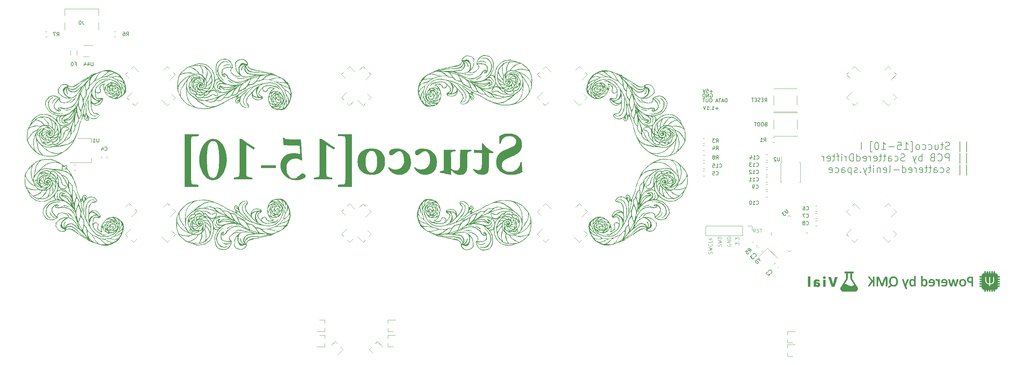
<source format=gbr>
%TF.GenerationSoftware,KiCad,Pcbnew,(6.0.7)*%
%TF.CreationDate,2022-09-06T15:34:50+02:00*%
%TF.ProjectId,rp2040,72703230-3430-42e6-9b69-6361645f7063,Rev1.0*%
%TF.SameCoordinates,Original*%
%TF.FileFunction,Legend,Bot*%
%TF.FilePolarity,Positive*%
%FSLAX46Y46*%
G04 Gerber Fmt 4.6, Leading zero omitted, Abs format (unit mm)*
G04 Created by KiCad (PCBNEW (6.0.7)) date 2022-09-06 15:34:50*
%MOMM*%
%LPD*%
G01*
G04 APERTURE LIST*
%ADD10C,0.200000*%
%ADD11C,0.100000*%
%ADD12C,0.150000*%
%ADD13C,0.010000*%
%ADD14C,0.120000*%
G04 APERTURE END LIST*
D10*
X229005714Y-63681428D02*
X228243809Y-63681428D01*
X228624761Y-64062380D02*
X228624761Y-63300476D01*
X227291428Y-63062380D02*
X227767619Y-63062380D01*
X227815238Y-63538571D01*
X227767619Y-63490952D01*
X227672380Y-63443333D01*
X227434285Y-63443333D01*
X227339047Y-63490952D01*
X227291428Y-63538571D01*
X227243809Y-63633809D01*
X227243809Y-63871904D01*
X227291428Y-63967142D01*
X227339047Y-64014761D01*
X227434285Y-64062380D01*
X227672380Y-64062380D01*
X227767619Y-64014761D01*
X227815238Y-63967142D01*
X226958095Y-63062380D02*
X226624761Y-64062380D01*
X226291428Y-63062380D01*
X299467619Y-80481428D02*
X299467619Y-77624285D01*
X297562857Y-80481428D02*
X297562857Y-77624285D01*
X294705714Y-79719523D02*
X294420000Y-79814761D01*
X293943809Y-79814761D01*
X293753333Y-79719523D01*
X293658095Y-79624285D01*
X293562857Y-79433809D01*
X293562857Y-79243333D01*
X293658095Y-79052857D01*
X293753333Y-78957619D01*
X293943809Y-78862380D01*
X294324761Y-78767142D01*
X294515238Y-78671904D01*
X294610476Y-78576666D01*
X294705714Y-78386190D01*
X294705714Y-78195714D01*
X294610476Y-78005238D01*
X294515238Y-77910000D01*
X294324761Y-77814761D01*
X293848571Y-77814761D01*
X293562857Y-77910000D01*
X292991428Y-78481428D02*
X292229523Y-78481428D01*
X292705714Y-77814761D02*
X292705714Y-79529047D01*
X292610476Y-79719523D01*
X292420000Y-79814761D01*
X292229523Y-79814761D01*
X290705714Y-78481428D02*
X290705714Y-79814761D01*
X291562857Y-78481428D02*
X291562857Y-79529047D01*
X291467619Y-79719523D01*
X291277142Y-79814761D01*
X290991428Y-79814761D01*
X290800952Y-79719523D01*
X290705714Y-79624285D01*
X288896190Y-79719523D02*
X289086666Y-79814761D01*
X289467619Y-79814761D01*
X289658095Y-79719523D01*
X289753333Y-79624285D01*
X289848571Y-79433809D01*
X289848571Y-78862380D01*
X289753333Y-78671904D01*
X289658095Y-78576666D01*
X289467619Y-78481428D01*
X289086666Y-78481428D01*
X288896190Y-78576666D01*
X287181904Y-79719523D02*
X287372380Y-79814761D01*
X287753333Y-79814761D01*
X287943809Y-79719523D01*
X288039047Y-79624285D01*
X288134285Y-79433809D01*
X288134285Y-78862380D01*
X288039047Y-78671904D01*
X287943809Y-78576666D01*
X287753333Y-78481428D01*
X287372380Y-78481428D01*
X287181904Y-78576666D01*
X286039047Y-79814761D02*
X286229523Y-79719523D01*
X286324761Y-79624285D01*
X286420000Y-79433809D01*
X286420000Y-78862380D01*
X286324761Y-78671904D01*
X286229523Y-78576666D01*
X286039047Y-78481428D01*
X285753333Y-78481428D01*
X285562857Y-78576666D01*
X285467619Y-78671904D01*
X285372380Y-78862380D01*
X285372380Y-79433809D01*
X285467619Y-79624285D01*
X285562857Y-79719523D01*
X285753333Y-79814761D01*
X286039047Y-79814761D01*
X283943809Y-80481428D02*
X284420000Y-80481428D01*
X284420000Y-77624285D01*
X283943809Y-77624285D01*
X282134285Y-79814761D02*
X283277142Y-79814761D01*
X282705714Y-79814761D02*
X282705714Y-77814761D01*
X282896190Y-78100476D01*
X283086666Y-78290952D01*
X283277142Y-78386190D01*
X280324761Y-77814761D02*
X281277142Y-77814761D01*
X281372380Y-78767142D01*
X281277142Y-78671904D01*
X281086666Y-78576666D01*
X280610476Y-78576666D01*
X280420000Y-78671904D01*
X280324761Y-78767142D01*
X280229523Y-78957619D01*
X280229523Y-79433809D01*
X280324761Y-79624285D01*
X280420000Y-79719523D01*
X280610476Y-79814761D01*
X281086666Y-79814761D01*
X281277142Y-79719523D01*
X281372380Y-79624285D01*
X279372380Y-79052857D02*
X277848571Y-79052857D01*
X275848571Y-79814761D02*
X276991428Y-79814761D01*
X276420000Y-79814761D02*
X276420000Y-77814761D01*
X276610476Y-78100476D01*
X276800952Y-78290952D01*
X276991428Y-78386190D01*
X274610476Y-77814761D02*
X274420000Y-77814761D01*
X274229523Y-77910000D01*
X274134285Y-78005238D01*
X274039047Y-78195714D01*
X273943809Y-78576666D01*
X273943809Y-79052857D01*
X274039047Y-79433809D01*
X274134285Y-79624285D01*
X274229523Y-79719523D01*
X274420000Y-79814761D01*
X274610476Y-79814761D01*
X274800952Y-79719523D01*
X274896190Y-79624285D01*
X274991428Y-79433809D01*
X275086666Y-79052857D01*
X275086666Y-78576666D01*
X274991428Y-78195714D01*
X274896190Y-78005238D01*
X274800952Y-77910000D01*
X274610476Y-77814761D01*
X273277142Y-80481428D02*
X272800952Y-80481428D01*
X272800952Y-77624285D01*
X273277142Y-77624285D01*
X270229523Y-79814761D02*
X270229523Y-77814761D01*
X299467619Y-83701428D02*
X299467619Y-80844285D01*
X297562857Y-83701428D02*
X297562857Y-80844285D01*
X294610476Y-83034761D02*
X294610476Y-81034761D01*
X293848571Y-81034761D01*
X293658095Y-81130000D01*
X293562857Y-81225238D01*
X293467619Y-81415714D01*
X293467619Y-81701428D01*
X293562857Y-81891904D01*
X293658095Y-81987142D01*
X293848571Y-82082380D01*
X294610476Y-82082380D01*
X291467619Y-82844285D02*
X291562857Y-82939523D01*
X291848571Y-83034761D01*
X292039047Y-83034761D01*
X292324761Y-82939523D01*
X292515238Y-82749047D01*
X292610476Y-82558571D01*
X292705714Y-82177619D01*
X292705714Y-81891904D01*
X292610476Y-81510952D01*
X292515238Y-81320476D01*
X292324761Y-81130000D01*
X292039047Y-81034761D01*
X291848571Y-81034761D01*
X291562857Y-81130000D01*
X291467619Y-81225238D01*
X289943809Y-81987142D02*
X289658095Y-82082380D01*
X289562857Y-82177619D01*
X289467619Y-82368095D01*
X289467619Y-82653809D01*
X289562857Y-82844285D01*
X289658095Y-82939523D01*
X289848571Y-83034761D01*
X290610476Y-83034761D01*
X290610476Y-81034761D01*
X289943809Y-81034761D01*
X289753333Y-81130000D01*
X289658095Y-81225238D01*
X289562857Y-81415714D01*
X289562857Y-81606190D01*
X289658095Y-81796666D01*
X289753333Y-81891904D01*
X289943809Y-81987142D01*
X290610476Y-81987142D01*
X287086666Y-83034761D02*
X287086666Y-81034761D01*
X287086666Y-81796666D02*
X286896190Y-81701428D01*
X286515238Y-81701428D01*
X286324761Y-81796666D01*
X286229523Y-81891904D01*
X286134285Y-82082380D01*
X286134285Y-82653809D01*
X286229523Y-82844285D01*
X286324761Y-82939523D01*
X286515238Y-83034761D01*
X286896190Y-83034761D01*
X287086666Y-82939523D01*
X285467619Y-81701428D02*
X284991428Y-83034761D01*
X284515238Y-81701428D02*
X284991428Y-83034761D01*
X285181904Y-83510952D01*
X285277142Y-83606190D01*
X285467619Y-83701428D01*
X282324761Y-82939523D02*
X282039047Y-83034761D01*
X281562857Y-83034761D01*
X281372380Y-82939523D01*
X281277142Y-82844285D01*
X281181904Y-82653809D01*
X281181904Y-82463333D01*
X281277142Y-82272857D01*
X281372380Y-82177619D01*
X281562857Y-82082380D01*
X281943809Y-81987142D01*
X282134285Y-81891904D01*
X282229523Y-81796666D01*
X282324761Y-81606190D01*
X282324761Y-81415714D01*
X282229523Y-81225238D01*
X282134285Y-81130000D01*
X281943809Y-81034761D01*
X281467619Y-81034761D01*
X281181904Y-81130000D01*
X279467619Y-82939523D02*
X279658095Y-83034761D01*
X280039047Y-83034761D01*
X280229523Y-82939523D01*
X280324761Y-82844285D01*
X280420000Y-82653809D01*
X280420000Y-82082380D01*
X280324761Y-81891904D01*
X280229523Y-81796666D01*
X280039047Y-81701428D01*
X279658095Y-81701428D01*
X279467619Y-81796666D01*
X277753333Y-83034761D02*
X277753333Y-81987142D01*
X277848571Y-81796666D01*
X278039047Y-81701428D01*
X278420000Y-81701428D01*
X278610476Y-81796666D01*
X277753333Y-82939523D02*
X277943809Y-83034761D01*
X278420000Y-83034761D01*
X278610476Y-82939523D01*
X278705714Y-82749047D01*
X278705714Y-82558571D01*
X278610476Y-82368095D01*
X278420000Y-82272857D01*
X277943809Y-82272857D01*
X277753333Y-82177619D01*
X277086666Y-81701428D02*
X276324761Y-81701428D01*
X276800952Y-81034761D02*
X276800952Y-82749047D01*
X276705714Y-82939523D01*
X276515238Y-83034761D01*
X276324761Y-83034761D01*
X275943809Y-81701428D02*
X275181904Y-81701428D01*
X275658095Y-81034761D02*
X275658095Y-82749047D01*
X275562857Y-82939523D01*
X275372380Y-83034761D01*
X275181904Y-83034761D01*
X273753333Y-82939523D02*
X273943809Y-83034761D01*
X274324761Y-83034761D01*
X274515238Y-82939523D01*
X274610476Y-82749047D01*
X274610476Y-81987142D01*
X274515238Y-81796666D01*
X274324761Y-81701428D01*
X273943809Y-81701428D01*
X273753333Y-81796666D01*
X273658095Y-81987142D01*
X273658095Y-82177619D01*
X274610476Y-82368095D01*
X272800952Y-83034761D02*
X272800952Y-81701428D01*
X272800952Y-82082380D02*
X272705714Y-81891904D01*
X272610476Y-81796666D01*
X272420000Y-81701428D01*
X272229523Y-81701428D01*
X270800952Y-82939523D02*
X270991428Y-83034761D01*
X271372380Y-83034761D01*
X271562857Y-82939523D01*
X271658095Y-82749047D01*
X271658095Y-81987142D01*
X271562857Y-81796666D01*
X271372380Y-81701428D01*
X270991428Y-81701428D01*
X270800952Y-81796666D01*
X270705714Y-81987142D01*
X270705714Y-82177619D01*
X271658095Y-82368095D01*
X268991428Y-83034761D02*
X268991428Y-81034761D01*
X268991428Y-82939523D02*
X269181904Y-83034761D01*
X269562857Y-83034761D01*
X269753333Y-82939523D01*
X269848571Y-82844285D01*
X269943809Y-82653809D01*
X269943809Y-82082380D01*
X269848571Y-81891904D01*
X269753333Y-81796666D01*
X269562857Y-81701428D01*
X269181904Y-81701428D01*
X268991428Y-81796666D01*
X268039047Y-83034761D02*
X268039047Y-81034761D01*
X267562857Y-81034761D01*
X267277142Y-81130000D01*
X267086666Y-81320476D01*
X266991428Y-81510952D01*
X266896190Y-81891904D01*
X266896190Y-82177619D01*
X266991428Y-82558571D01*
X267086666Y-82749047D01*
X267277142Y-82939523D01*
X267562857Y-83034761D01*
X268039047Y-83034761D01*
X266039047Y-83034761D02*
X266039047Y-81701428D01*
X266039047Y-82082380D02*
X265943809Y-81891904D01*
X265848571Y-81796666D01*
X265658095Y-81701428D01*
X265467619Y-81701428D01*
X264800952Y-83034761D02*
X264800952Y-81701428D01*
X264800952Y-81034761D02*
X264896190Y-81130000D01*
X264800952Y-81225238D01*
X264705714Y-81130000D01*
X264800952Y-81034761D01*
X264800952Y-81225238D01*
X264134285Y-81701428D02*
X263372380Y-81701428D01*
X263848571Y-83034761D02*
X263848571Y-81320476D01*
X263753333Y-81130000D01*
X263562857Y-81034761D01*
X263372380Y-81034761D01*
X262991428Y-81701428D02*
X262229523Y-81701428D01*
X262705714Y-81034761D02*
X262705714Y-82749047D01*
X262610476Y-82939523D01*
X262420000Y-83034761D01*
X262229523Y-83034761D01*
X260800952Y-82939523D02*
X260991428Y-83034761D01*
X261372380Y-83034761D01*
X261562857Y-82939523D01*
X261658095Y-82749047D01*
X261658095Y-81987142D01*
X261562857Y-81796666D01*
X261372380Y-81701428D01*
X260991428Y-81701428D01*
X260800952Y-81796666D01*
X260705714Y-81987142D01*
X260705714Y-82177619D01*
X261658095Y-82368095D01*
X259848571Y-83034761D02*
X259848571Y-81701428D01*
X259848571Y-82082380D02*
X259753333Y-81891904D01*
X259658095Y-81796666D01*
X259467619Y-81701428D01*
X259277142Y-81701428D01*
X299467619Y-86921428D02*
X299467619Y-84064285D01*
X297562857Y-86921428D02*
X297562857Y-84064285D01*
X294705714Y-86159523D02*
X294515238Y-86254761D01*
X294134285Y-86254761D01*
X293943809Y-86159523D01*
X293848571Y-85969047D01*
X293848571Y-85873809D01*
X293943809Y-85683333D01*
X294134285Y-85588095D01*
X294420000Y-85588095D01*
X294610476Y-85492857D01*
X294705714Y-85302380D01*
X294705714Y-85207142D01*
X294610476Y-85016666D01*
X294420000Y-84921428D01*
X294134285Y-84921428D01*
X293943809Y-85016666D01*
X292134285Y-86159523D02*
X292324761Y-86254761D01*
X292705714Y-86254761D01*
X292896190Y-86159523D01*
X292991428Y-86064285D01*
X293086666Y-85873809D01*
X293086666Y-85302380D01*
X292991428Y-85111904D01*
X292896190Y-85016666D01*
X292705714Y-84921428D01*
X292324761Y-84921428D01*
X292134285Y-85016666D01*
X290420000Y-86254761D02*
X290420000Y-85207142D01*
X290515238Y-85016666D01*
X290705714Y-84921428D01*
X291086666Y-84921428D01*
X291277142Y-85016666D01*
X290420000Y-86159523D02*
X290610476Y-86254761D01*
X291086666Y-86254761D01*
X291277142Y-86159523D01*
X291372380Y-85969047D01*
X291372380Y-85778571D01*
X291277142Y-85588095D01*
X291086666Y-85492857D01*
X290610476Y-85492857D01*
X290420000Y-85397619D01*
X289753333Y-84921428D02*
X288991428Y-84921428D01*
X289467619Y-84254761D02*
X289467619Y-85969047D01*
X289372380Y-86159523D01*
X289181904Y-86254761D01*
X288991428Y-86254761D01*
X288610476Y-84921428D02*
X287848571Y-84921428D01*
X288324761Y-84254761D02*
X288324761Y-85969047D01*
X288229523Y-86159523D01*
X288039047Y-86254761D01*
X287848571Y-86254761D01*
X286420000Y-86159523D02*
X286610476Y-86254761D01*
X286991428Y-86254761D01*
X287181904Y-86159523D01*
X287277142Y-85969047D01*
X287277142Y-85207142D01*
X287181904Y-85016666D01*
X286991428Y-84921428D01*
X286610476Y-84921428D01*
X286420000Y-85016666D01*
X286324761Y-85207142D01*
X286324761Y-85397619D01*
X287277142Y-85588095D01*
X285467619Y-86254761D02*
X285467619Y-84921428D01*
X285467619Y-85302380D02*
X285372380Y-85111904D01*
X285277142Y-85016666D01*
X285086666Y-84921428D01*
X284896190Y-84921428D01*
X283467619Y-86159523D02*
X283658095Y-86254761D01*
X284039047Y-86254761D01*
X284229523Y-86159523D01*
X284324761Y-85969047D01*
X284324761Y-85207142D01*
X284229523Y-85016666D01*
X284039047Y-84921428D01*
X283658095Y-84921428D01*
X283467619Y-85016666D01*
X283372380Y-85207142D01*
X283372380Y-85397619D01*
X284324761Y-85588095D01*
X281658095Y-86254761D02*
X281658095Y-84254761D01*
X281658095Y-86159523D02*
X281848571Y-86254761D01*
X282229523Y-86254761D01*
X282420000Y-86159523D01*
X282515238Y-86064285D01*
X282610476Y-85873809D01*
X282610476Y-85302380D01*
X282515238Y-85111904D01*
X282420000Y-85016666D01*
X282229523Y-84921428D01*
X281848571Y-84921428D01*
X281658095Y-85016666D01*
X280705714Y-85492857D02*
X279181904Y-85492857D01*
X277943809Y-86254761D02*
X278134285Y-86159523D01*
X278229523Y-85969047D01*
X278229523Y-84254761D01*
X276420000Y-86159523D02*
X276610476Y-86254761D01*
X276991428Y-86254761D01*
X277181904Y-86159523D01*
X277277142Y-85969047D01*
X277277142Y-85207142D01*
X277181904Y-85016666D01*
X276991428Y-84921428D01*
X276610476Y-84921428D01*
X276420000Y-85016666D01*
X276324761Y-85207142D01*
X276324761Y-85397619D01*
X277277142Y-85588095D01*
X275467619Y-84921428D02*
X275467619Y-86254761D01*
X275467619Y-85111904D02*
X275372380Y-85016666D01*
X275181904Y-84921428D01*
X274896190Y-84921428D01*
X274705714Y-85016666D01*
X274610476Y-85207142D01*
X274610476Y-86254761D01*
X273658095Y-86254761D02*
X273658095Y-84921428D01*
X273658095Y-84254761D02*
X273753333Y-84350000D01*
X273658095Y-84445238D01*
X273562857Y-84350000D01*
X273658095Y-84254761D01*
X273658095Y-84445238D01*
X272991428Y-84921428D02*
X272229523Y-84921428D01*
X272705714Y-84254761D02*
X272705714Y-85969047D01*
X272610476Y-86159523D01*
X272420000Y-86254761D01*
X272229523Y-86254761D01*
X271753333Y-84921428D02*
X271277142Y-86254761D01*
X270800952Y-84921428D02*
X271277142Y-86254761D01*
X271467619Y-86730952D01*
X271562857Y-86826190D01*
X271753333Y-86921428D01*
X270039047Y-86064285D02*
X269943809Y-86159523D01*
X270039047Y-86254761D01*
X270134285Y-86159523D01*
X270039047Y-86064285D01*
X270039047Y-86254761D01*
X269181904Y-86159523D02*
X268991428Y-86254761D01*
X268610476Y-86254761D01*
X268420000Y-86159523D01*
X268324761Y-85969047D01*
X268324761Y-85873809D01*
X268420000Y-85683333D01*
X268610476Y-85588095D01*
X268896190Y-85588095D01*
X269086666Y-85492857D01*
X269181904Y-85302380D01*
X269181904Y-85207142D01*
X269086666Y-85016666D01*
X268896190Y-84921428D01*
X268610476Y-84921428D01*
X268420000Y-85016666D01*
X267467619Y-84921428D02*
X267467619Y-86921428D01*
X267467619Y-85016666D02*
X267277142Y-84921428D01*
X266896190Y-84921428D01*
X266705714Y-85016666D01*
X266610476Y-85111904D01*
X266515238Y-85302380D01*
X266515238Y-85873809D01*
X266610476Y-86064285D01*
X266705714Y-86159523D01*
X266896190Y-86254761D01*
X267277142Y-86254761D01*
X267467619Y-86159523D01*
X264800952Y-86254761D02*
X264800952Y-85207142D01*
X264896190Y-85016666D01*
X265086666Y-84921428D01*
X265467619Y-84921428D01*
X265658095Y-85016666D01*
X264800952Y-86159523D02*
X264991428Y-86254761D01*
X265467619Y-86254761D01*
X265658095Y-86159523D01*
X265753333Y-85969047D01*
X265753333Y-85778571D01*
X265658095Y-85588095D01*
X265467619Y-85492857D01*
X264991428Y-85492857D01*
X264800952Y-85397619D01*
X262991428Y-86159523D02*
X263181904Y-86254761D01*
X263562857Y-86254761D01*
X263753333Y-86159523D01*
X263848571Y-86064285D01*
X263943809Y-85873809D01*
X263943809Y-85302380D01*
X263848571Y-85111904D01*
X263753333Y-85016666D01*
X263562857Y-84921428D01*
X263181904Y-84921428D01*
X262991428Y-85016666D01*
X261372380Y-86159523D02*
X261562857Y-86254761D01*
X261943809Y-86254761D01*
X262134285Y-86159523D01*
X262229523Y-85969047D01*
X262229523Y-85207142D01*
X262134285Y-85016666D01*
X261943809Y-84921428D01*
X261562857Y-84921428D01*
X261372380Y-85016666D01*
X261277142Y-85207142D01*
X261277142Y-85397619D01*
X262229523Y-85588095D01*
D11*
X228824761Y-108811904D02*
X228872380Y-108669047D01*
X228872380Y-108430952D01*
X228824761Y-108335714D01*
X228777142Y-108288095D01*
X228681904Y-108240476D01*
X228586666Y-108240476D01*
X228491428Y-108288095D01*
X228443809Y-108335714D01*
X228396190Y-108430952D01*
X228348571Y-108621428D01*
X228300952Y-108716666D01*
X228253333Y-108764285D01*
X228158095Y-108811904D01*
X228062857Y-108811904D01*
X227967619Y-108764285D01*
X227920000Y-108716666D01*
X227872380Y-108621428D01*
X227872380Y-108383333D01*
X227920000Y-108240476D01*
X227872380Y-107907142D02*
X228872380Y-107669047D01*
X228158095Y-107478571D01*
X228872380Y-107288095D01*
X227872380Y-107050000D01*
X228777142Y-106097619D02*
X228824761Y-106145238D01*
X228872380Y-106288095D01*
X228872380Y-106383333D01*
X228824761Y-106526190D01*
X228729523Y-106621428D01*
X228634285Y-106669047D01*
X228443809Y-106716666D01*
X228300952Y-106716666D01*
X228110476Y-106669047D01*
X228015238Y-106621428D01*
X227920000Y-106526190D01*
X227872380Y-106383333D01*
X227872380Y-106288095D01*
X227920000Y-106145238D01*
X227967619Y-106097619D01*
X228872380Y-105192857D02*
X228872380Y-105669047D01*
X227872380Y-105669047D01*
X228872380Y-104859523D02*
X227872380Y-104859523D01*
X228872380Y-104288095D02*
X228300952Y-104716666D01*
X227872380Y-104288095D02*
X228443809Y-104859523D01*
X240862380Y-102872380D02*
X240529047Y-102396190D01*
X240290952Y-102872380D02*
X240290952Y-101872380D01*
X240671904Y-101872380D01*
X240767142Y-101920000D01*
X240814761Y-101967619D01*
X240862380Y-102062857D01*
X240862380Y-102205714D01*
X240814761Y-102300952D01*
X240767142Y-102348571D01*
X240671904Y-102396190D01*
X240290952Y-102396190D01*
X241243333Y-102824761D02*
X241386190Y-102872380D01*
X241624285Y-102872380D01*
X241719523Y-102824761D01*
X241767142Y-102777142D01*
X241814761Y-102681904D01*
X241814761Y-102586666D01*
X241767142Y-102491428D01*
X241719523Y-102443809D01*
X241624285Y-102396190D01*
X241433809Y-102348571D01*
X241338571Y-102300952D01*
X241290952Y-102253333D01*
X241243333Y-102158095D01*
X241243333Y-102062857D01*
X241290952Y-101967619D01*
X241338571Y-101920000D01*
X241433809Y-101872380D01*
X241671904Y-101872380D01*
X241814761Y-101920000D01*
X242100476Y-101872380D02*
X242671904Y-101872380D01*
X242386190Y-102872380D02*
X242386190Y-101872380D01*
X231394761Y-106787142D02*
X231442380Y-106644285D01*
X231442380Y-106406190D01*
X231394761Y-106310952D01*
X231347142Y-106263333D01*
X231251904Y-106215714D01*
X231156666Y-106215714D01*
X231061428Y-106263333D01*
X231013809Y-106310952D01*
X230966190Y-106406190D01*
X230918571Y-106596666D01*
X230870952Y-106691904D01*
X230823333Y-106739523D01*
X230728095Y-106787142D01*
X230632857Y-106787142D01*
X230537619Y-106739523D01*
X230490000Y-106691904D01*
X230442380Y-106596666D01*
X230442380Y-106358571D01*
X230490000Y-106215714D01*
X230442380Y-105882380D02*
X231442380Y-105644285D01*
X230728095Y-105453809D01*
X231442380Y-105263333D01*
X230442380Y-105025238D01*
X231442380Y-104644285D02*
X230442380Y-104644285D01*
X230442380Y-104406190D01*
X230490000Y-104263333D01*
X230585238Y-104168095D01*
X230680476Y-104120476D01*
X230870952Y-104072857D01*
X231013809Y-104072857D01*
X231204285Y-104120476D01*
X231299523Y-104168095D01*
X231394761Y-104263333D01*
X231442380Y-104406190D01*
X231442380Y-104644285D01*
X235312380Y-106337619D02*
X235312380Y-105718571D01*
X235693333Y-106051904D01*
X235693333Y-105909047D01*
X235740952Y-105813809D01*
X235788571Y-105766190D01*
X235883809Y-105718571D01*
X236121904Y-105718571D01*
X236217142Y-105766190D01*
X236264761Y-105813809D01*
X236312380Y-105909047D01*
X236312380Y-106194761D01*
X236264761Y-106290000D01*
X236217142Y-106337619D01*
X236217142Y-105290000D02*
X236264761Y-105242380D01*
X236312380Y-105290000D01*
X236264761Y-105337619D01*
X236217142Y-105290000D01*
X236312380Y-105290000D01*
X235312380Y-104909047D02*
X235312380Y-104290000D01*
X235693333Y-104623333D01*
X235693333Y-104480476D01*
X235740952Y-104385238D01*
X235788571Y-104337619D01*
X235883809Y-104290000D01*
X236121904Y-104290000D01*
X236217142Y-104337619D01*
X236264761Y-104385238D01*
X236312380Y-104480476D01*
X236312380Y-104766190D01*
X236264761Y-104861428D01*
X236217142Y-104909047D01*
D10*
X228391904Y-64360000D02*
X228487142Y-64312380D01*
X228630000Y-64312380D01*
X228772857Y-64360000D01*
X228868095Y-64455238D01*
X228915714Y-64550476D01*
X228963333Y-64740952D01*
X228963333Y-64883809D01*
X228915714Y-65074285D01*
X228868095Y-65169523D01*
X228772857Y-65264761D01*
X228630000Y-65312380D01*
X228534761Y-65312380D01*
X228391904Y-65264761D01*
X228344285Y-65217142D01*
X228344285Y-64883809D01*
X228534761Y-64883809D01*
X227915714Y-65312380D02*
X227915714Y-64312380D01*
X227344285Y-65312380D01*
X227344285Y-64312380D01*
X226868095Y-65312380D02*
X226868095Y-64312380D01*
X226630000Y-64312380D01*
X226487142Y-64360000D01*
X226391904Y-64455238D01*
X226344285Y-64550476D01*
X226296666Y-64740952D01*
X226296666Y-64883809D01*
X226344285Y-65074285D01*
X226391904Y-65169523D01*
X226487142Y-65264761D01*
X226630000Y-65312380D01*
X226868095Y-65312380D01*
X232999523Y-66642380D02*
X232999523Y-65642380D01*
X232761428Y-65642380D01*
X232618571Y-65690000D01*
X232523333Y-65785238D01*
X232475714Y-65880476D01*
X232428095Y-66070952D01*
X232428095Y-66213809D01*
X232475714Y-66404285D01*
X232523333Y-66499523D01*
X232618571Y-66594761D01*
X232761428Y-66642380D01*
X232999523Y-66642380D01*
X232047142Y-66356666D02*
X231570952Y-66356666D01*
X232142380Y-66642380D02*
X231809047Y-65642380D01*
X231475714Y-66642380D01*
X231285238Y-65642380D02*
X230713809Y-65642380D01*
X230999523Y-66642380D02*
X230999523Y-65642380D01*
X230428095Y-66356666D02*
X229951904Y-66356666D01*
X230523333Y-66642380D02*
X230190000Y-65642380D01*
X229856666Y-66642380D01*
X228570952Y-65642380D02*
X228380476Y-65642380D01*
X228285238Y-65690000D01*
X228190000Y-65785238D01*
X228142380Y-65975714D01*
X228142380Y-66309047D01*
X228190000Y-66499523D01*
X228285238Y-66594761D01*
X228380476Y-66642380D01*
X228570952Y-66642380D01*
X228666190Y-66594761D01*
X228761428Y-66499523D01*
X228809047Y-66309047D01*
X228809047Y-65975714D01*
X228761428Y-65785238D01*
X228666190Y-65690000D01*
X228570952Y-65642380D01*
X227713809Y-65642380D02*
X227713809Y-66451904D01*
X227666190Y-66547142D01*
X227618571Y-66594761D01*
X227523333Y-66642380D01*
X227332857Y-66642380D01*
X227237619Y-66594761D01*
X227190000Y-66547142D01*
X227142380Y-66451904D01*
X227142380Y-65642380D01*
X226809047Y-65642380D02*
X226237619Y-65642380D01*
X226523333Y-66642380D02*
X226523333Y-65642380D01*
X230580000Y-68371428D02*
X229818095Y-68371428D01*
X230199047Y-68752380D02*
X230199047Y-67990476D01*
X228818095Y-68752380D02*
X229389523Y-68752380D01*
X229103809Y-68752380D02*
X229103809Y-67752380D01*
X229199047Y-67895238D01*
X229294285Y-67990476D01*
X229389523Y-68038095D01*
X228389523Y-68657142D02*
X228341904Y-68704761D01*
X228389523Y-68752380D01*
X228437142Y-68704761D01*
X228389523Y-68657142D01*
X228389523Y-68752380D01*
X227389523Y-68752380D02*
X227960952Y-68752380D01*
X227675238Y-68752380D02*
X227675238Y-67752380D01*
X227770476Y-67895238D01*
X227865714Y-67990476D01*
X227960952Y-68038095D01*
X227103809Y-67752380D02*
X226770476Y-68752380D01*
X226437142Y-67752380D01*
D11*
X233080000Y-106191904D02*
X233032380Y-106287142D01*
X233032380Y-106430000D01*
X233080000Y-106572857D01*
X233175238Y-106668095D01*
X233270476Y-106715714D01*
X233460952Y-106763333D01*
X233603809Y-106763333D01*
X233794285Y-106715714D01*
X233889523Y-106668095D01*
X233984761Y-106572857D01*
X234032380Y-106430000D01*
X234032380Y-106334761D01*
X233984761Y-106191904D01*
X233937142Y-106144285D01*
X233603809Y-106144285D01*
X233603809Y-106334761D01*
X234032380Y-105715714D02*
X233032380Y-105715714D01*
X234032380Y-105144285D01*
X233032380Y-105144285D01*
X234032380Y-104668095D02*
X233032380Y-104668095D01*
X233032380Y-104430000D01*
X233080000Y-104287142D01*
X233175238Y-104191904D01*
X233270476Y-104144285D01*
X233460952Y-104096666D01*
X233603809Y-104096666D01*
X233794285Y-104144285D01*
X233889523Y-104191904D01*
X233984761Y-104287142D01*
X234032380Y-104430000D01*
X234032380Y-104668095D01*
D12*
%TO.C,C9*%
X241036666Y-90567142D02*
X241084285Y-90614761D01*
X241227142Y-90662380D01*
X241322380Y-90662380D01*
X241465238Y-90614761D01*
X241560476Y-90519523D01*
X241608095Y-90424285D01*
X241655714Y-90233809D01*
X241655714Y-90090952D01*
X241608095Y-89900476D01*
X241560476Y-89805238D01*
X241465238Y-89710000D01*
X241322380Y-89662380D01*
X241227142Y-89662380D01*
X241084285Y-89710000D01*
X241036666Y-89757619D01*
X240560476Y-90662380D02*
X240370000Y-90662380D01*
X240274761Y-90614761D01*
X240227142Y-90567142D01*
X240131904Y-90424285D01*
X240084285Y-90233809D01*
X240084285Y-89852857D01*
X240131904Y-89757619D01*
X240179523Y-89710000D01*
X240274761Y-89662380D01*
X240465238Y-89662380D01*
X240560476Y-89710000D01*
X240608095Y-89757619D01*
X240655714Y-89852857D01*
X240655714Y-90090952D01*
X240608095Y-90186190D01*
X240560476Y-90233809D01*
X240465238Y-90281428D01*
X240274761Y-90281428D01*
X240179523Y-90233809D01*
X240131904Y-90186190D01*
X240084285Y-90090952D01*
%TO.C,F0*%
X52113333Y-56018571D02*
X52446666Y-56018571D01*
X52446666Y-56542380D02*
X52446666Y-55542380D01*
X51970476Y-55542380D01*
X51399047Y-55542380D02*
X51303809Y-55542380D01*
X51208571Y-55590000D01*
X51160952Y-55637619D01*
X51113333Y-55732857D01*
X51065714Y-55923333D01*
X51065714Y-56161428D01*
X51113333Y-56351904D01*
X51160952Y-56447142D01*
X51208571Y-56494761D01*
X51303809Y-56542380D01*
X51399047Y-56542380D01*
X51494285Y-56494761D01*
X51541904Y-56447142D01*
X51589523Y-56351904D01*
X51637142Y-56161428D01*
X51637142Y-55923333D01*
X51589523Y-55732857D01*
X51541904Y-55637619D01*
X51494285Y-55590000D01*
X51399047Y-55542380D01*
%TO.C,U3*%
X249341522Y-96494026D02*
X249913942Y-97066446D01*
X249947614Y-97167461D01*
X249947614Y-97234805D01*
X249913942Y-97335820D01*
X249779255Y-97470507D01*
X249678240Y-97504179D01*
X249610896Y-97504179D01*
X249509881Y-97470507D01*
X248937461Y-96898087D01*
X248668087Y-97167461D02*
X248230355Y-97605194D01*
X248735431Y-97638866D01*
X248634416Y-97739881D01*
X248600744Y-97840896D01*
X248600744Y-97908240D01*
X248634416Y-98009255D01*
X248802774Y-98177614D01*
X248903790Y-98211286D01*
X248971133Y-98211286D01*
X249072148Y-98177614D01*
X249274179Y-97975583D01*
X249307851Y-97874568D01*
X249307851Y-97807225D01*
%TO.C,C5*%
X229936666Y-86817142D02*
X229984285Y-86864761D01*
X230127142Y-86912380D01*
X230222380Y-86912380D01*
X230365238Y-86864761D01*
X230460476Y-86769523D01*
X230508095Y-86674285D01*
X230555714Y-86483809D01*
X230555714Y-86340952D01*
X230508095Y-86150476D01*
X230460476Y-86055238D01*
X230365238Y-85960000D01*
X230222380Y-85912380D01*
X230127142Y-85912380D01*
X229984285Y-85960000D01*
X229936666Y-86007619D01*
X229031904Y-85912380D02*
X229508095Y-85912380D01*
X229555714Y-86388571D01*
X229508095Y-86340952D01*
X229412857Y-86293333D01*
X229174761Y-86293333D01*
X229079523Y-86340952D01*
X229031904Y-86388571D01*
X228984285Y-86483809D01*
X228984285Y-86721904D01*
X229031904Y-86817142D01*
X229079523Y-86864761D01*
X229174761Y-86912380D01*
X229412857Y-86912380D01*
X229508095Y-86864761D01*
X229555714Y-86817142D01*
%TO.C,C15*%
X230912857Y-84697142D02*
X230960476Y-84744761D01*
X231103333Y-84792380D01*
X231198571Y-84792380D01*
X231341428Y-84744761D01*
X231436666Y-84649523D01*
X231484285Y-84554285D01*
X231531904Y-84363809D01*
X231531904Y-84220952D01*
X231484285Y-84030476D01*
X231436666Y-83935238D01*
X231341428Y-83840000D01*
X231198571Y-83792380D01*
X231103333Y-83792380D01*
X230960476Y-83840000D01*
X230912857Y-83887619D01*
X229960476Y-84792380D02*
X230531904Y-84792380D01*
X230246190Y-84792380D02*
X230246190Y-83792380D01*
X230341428Y-83935238D01*
X230436666Y-84030476D01*
X230531904Y-84078095D01*
X229055714Y-83792380D02*
X229531904Y-83792380D01*
X229579523Y-84268571D01*
X229531904Y-84220952D01*
X229436666Y-84173333D01*
X229198571Y-84173333D01*
X229103333Y-84220952D01*
X229055714Y-84268571D01*
X229008095Y-84363809D01*
X229008095Y-84601904D01*
X229055714Y-84697142D01*
X229103333Y-84744761D01*
X229198571Y-84792380D01*
X229436666Y-84792380D01*
X229531904Y-84744761D01*
X229579523Y-84697142D01*
%TO.C,C2*%
X245120389Y-114234687D02*
X245187732Y-114234687D01*
X245322419Y-114167343D01*
X245389763Y-114100000D01*
X245457106Y-113965312D01*
X245457106Y-113830625D01*
X245423435Y-113729610D01*
X245322419Y-113561251D01*
X245221404Y-113460236D01*
X245053045Y-113359221D01*
X244952030Y-113325549D01*
X244817343Y-113325549D01*
X244682656Y-113392893D01*
X244615312Y-113460236D01*
X244547969Y-113594923D01*
X244547969Y-113662267D01*
X244278595Y-113931641D02*
X244211251Y-113931641D01*
X244110236Y-113965312D01*
X243941877Y-114133671D01*
X243908206Y-114234687D01*
X243908206Y-114302030D01*
X243941877Y-114403045D01*
X244009221Y-114470389D01*
X244143908Y-114537732D01*
X244952030Y-114537732D01*
X244514297Y-114975465D01*
%TO.C,C3*%
X240750389Y-109634686D02*
X240817732Y-109634686D01*
X240952419Y-109567342D01*
X241019763Y-109499999D01*
X241087106Y-109365311D01*
X241087106Y-109230624D01*
X241053435Y-109129609D01*
X240952419Y-108961250D01*
X240851404Y-108860235D01*
X240683045Y-108759220D01*
X240582030Y-108725548D01*
X240447343Y-108725548D01*
X240312656Y-108792892D01*
X240245312Y-108860235D01*
X240177969Y-108994922D01*
X240177969Y-109062266D01*
X239874923Y-109230624D02*
X239437190Y-109668357D01*
X239942267Y-109702029D01*
X239841251Y-109803044D01*
X239807580Y-109904060D01*
X239807580Y-109971403D01*
X239841251Y-110072418D01*
X240009610Y-110240777D01*
X240110625Y-110274449D01*
X240177969Y-110274449D01*
X240278984Y-110240777D01*
X240481015Y-110038747D01*
X240514687Y-109937731D01*
X240514687Y-109870388D01*
%TO.C,J0*%
X54263333Y-44052380D02*
X54263333Y-44766666D01*
X54310952Y-44909523D01*
X54406190Y-45004761D01*
X54549047Y-45052380D01*
X54644285Y-45052380D01*
X53596666Y-44052380D02*
X53501428Y-44052380D01*
X53406190Y-44100000D01*
X53358571Y-44147619D01*
X53310952Y-44242857D01*
X53263333Y-44433333D01*
X53263333Y-44671428D01*
X53310952Y-44861904D01*
X53358571Y-44957142D01*
X53406190Y-45004761D01*
X53501428Y-45052380D01*
X53596666Y-45052380D01*
X53691904Y-45004761D01*
X53739523Y-44957142D01*
X53787142Y-44861904D01*
X53834761Y-44671428D01*
X53834761Y-44433333D01*
X53787142Y-44242857D01*
X53739523Y-44147619D01*
X53691904Y-44100000D01*
X53596666Y-44052380D01*
%TO.C,R4*%
X229976666Y-79872380D02*
X230310000Y-79396190D01*
X230548095Y-79872380D02*
X230548095Y-78872380D01*
X230167142Y-78872380D01*
X230071904Y-78920000D01*
X230024285Y-78967619D01*
X229976666Y-79062857D01*
X229976666Y-79205714D01*
X230024285Y-79300952D01*
X230071904Y-79348571D01*
X230167142Y-79396190D01*
X230548095Y-79396190D01*
X229119523Y-79205714D02*
X229119523Y-79872380D01*
X229357619Y-78824761D02*
X229595714Y-79539047D01*
X228976666Y-79539047D01*
%TO.C,C10*%
X241132857Y-95007142D02*
X241180476Y-95054761D01*
X241323333Y-95102380D01*
X241418571Y-95102380D01*
X241561428Y-95054761D01*
X241656666Y-94959523D01*
X241704285Y-94864285D01*
X241751904Y-94673809D01*
X241751904Y-94530952D01*
X241704285Y-94340476D01*
X241656666Y-94245238D01*
X241561428Y-94150000D01*
X241418571Y-94102380D01*
X241323333Y-94102380D01*
X241180476Y-94150000D01*
X241132857Y-94197619D01*
X240180476Y-95102380D02*
X240751904Y-95102380D01*
X240466190Y-95102380D02*
X240466190Y-94102380D01*
X240561428Y-94245238D01*
X240656666Y-94340476D01*
X240751904Y-94388095D01*
X239561428Y-94102380D02*
X239466190Y-94102380D01*
X239370952Y-94150000D01*
X239323333Y-94197619D01*
X239275714Y-94292857D01*
X239228095Y-94483333D01*
X239228095Y-94721428D01*
X239275714Y-94911904D01*
X239323333Y-95007142D01*
X239370952Y-95054761D01*
X239466190Y-95102380D01*
X239561428Y-95102380D01*
X239656666Y-95054761D01*
X239704285Y-95007142D01*
X239751904Y-94911904D01*
X239799523Y-94721428D01*
X239799523Y-94483333D01*
X239751904Y-94292857D01*
X239704285Y-94197619D01*
X239656666Y-94150000D01*
X239561428Y-94102380D01*
%TO.C,C8*%
X254976666Y-100687142D02*
X255024285Y-100734761D01*
X255167142Y-100782380D01*
X255262380Y-100782380D01*
X255405238Y-100734761D01*
X255500476Y-100639523D01*
X255548095Y-100544285D01*
X255595714Y-100353809D01*
X255595714Y-100210952D01*
X255548095Y-100020476D01*
X255500476Y-99925238D01*
X255405238Y-99830000D01*
X255262380Y-99782380D01*
X255167142Y-99782380D01*
X255024285Y-99830000D01*
X254976666Y-99877619D01*
X254405238Y-100210952D02*
X254500476Y-100163333D01*
X254548095Y-100115714D01*
X254595714Y-100020476D01*
X254595714Y-99972857D01*
X254548095Y-99877619D01*
X254500476Y-99830000D01*
X254405238Y-99782380D01*
X254214761Y-99782380D01*
X254119523Y-99830000D01*
X254071904Y-99877619D01*
X254024285Y-99972857D01*
X254024285Y-100020476D01*
X254071904Y-100115714D01*
X254119523Y-100163333D01*
X254214761Y-100210952D01*
X254405238Y-100210952D01*
X254500476Y-100258571D01*
X254548095Y-100306190D01*
X254595714Y-100401428D01*
X254595714Y-100591904D01*
X254548095Y-100687142D01*
X254500476Y-100734761D01*
X254405238Y-100782380D01*
X254214761Y-100782380D01*
X254119523Y-100734761D01*
X254071904Y-100687142D01*
X254024285Y-100591904D01*
X254024285Y-100401428D01*
X254071904Y-100306190D01*
X254119523Y-100258571D01*
X254214761Y-100210952D01*
%TO.C,R3*%
X229976666Y-77842380D02*
X230310000Y-77366190D01*
X230548095Y-77842380D02*
X230548095Y-76842380D01*
X230167142Y-76842380D01*
X230071904Y-76890000D01*
X230024285Y-76937619D01*
X229976666Y-77032857D01*
X229976666Y-77175714D01*
X230024285Y-77270952D01*
X230071904Y-77318571D01*
X230167142Y-77366190D01*
X230548095Y-77366190D01*
X229643333Y-76842380D02*
X229024285Y-76842380D01*
X229357619Y-77223333D01*
X229214761Y-77223333D01*
X229119523Y-77270952D01*
X229071904Y-77318571D01*
X229024285Y-77413809D01*
X229024285Y-77651904D01*
X229071904Y-77747142D01*
X229119523Y-77794761D01*
X229214761Y-77842380D01*
X229500476Y-77842380D01*
X229595714Y-77794761D01*
X229643333Y-77747142D01*
%TO.C,R8*%
X229976666Y-82502380D02*
X230310000Y-82026190D01*
X230548095Y-82502380D02*
X230548095Y-81502380D01*
X230167142Y-81502380D01*
X230071904Y-81550000D01*
X230024285Y-81597619D01*
X229976666Y-81692857D01*
X229976666Y-81835714D01*
X230024285Y-81930952D01*
X230071904Y-81978571D01*
X230167142Y-82026190D01*
X230548095Y-82026190D01*
X229405238Y-81930952D02*
X229500476Y-81883333D01*
X229548095Y-81835714D01*
X229595714Y-81740476D01*
X229595714Y-81692857D01*
X229548095Y-81597619D01*
X229500476Y-81550000D01*
X229405238Y-81502380D01*
X229214761Y-81502380D01*
X229119523Y-81550000D01*
X229071904Y-81597619D01*
X229024285Y-81692857D01*
X229024285Y-81740476D01*
X229071904Y-81835714D01*
X229119523Y-81883333D01*
X229214761Y-81930952D01*
X229405238Y-81930952D01*
X229500476Y-81978571D01*
X229548095Y-82026190D01*
X229595714Y-82121428D01*
X229595714Y-82311904D01*
X229548095Y-82407142D01*
X229500476Y-82454761D01*
X229405238Y-82502380D01*
X229214761Y-82502380D01*
X229119523Y-82454761D01*
X229071904Y-82407142D01*
X229024285Y-82311904D01*
X229024285Y-82121428D01*
X229071904Y-82026190D01*
X229119523Y-81978571D01*
X229214761Y-81930952D01*
%TO.C,U2*%
X247571904Y-82012380D02*
X247571904Y-82821904D01*
X247524285Y-82917142D01*
X247476666Y-82964761D01*
X247381428Y-83012380D01*
X247190952Y-83012380D01*
X247095714Y-82964761D01*
X247048095Y-82917142D01*
X247000476Y-82821904D01*
X247000476Y-82012380D01*
X246571904Y-82107619D02*
X246524285Y-82060000D01*
X246429047Y-82012380D01*
X246190952Y-82012380D01*
X246095714Y-82060000D01*
X246048095Y-82107619D01*
X246000476Y-82202857D01*
X246000476Y-82298095D01*
X246048095Y-82440952D01*
X246619523Y-83012380D01*
X246000476Y-83012380D01*
%TO.C,R6*%
X66376666Y-48162380D02*
X66710000Y-47686190D01*
X66948095Y-48162380D02*
X66948095Y-47162380D01*
X66567142Y-47162380D01*
X66471904Y-47210000D01*
X66424285Y-47257619D01*
X66376666Y-47352857D01*
X66376666Y-47495714D01*
X66424285Y-47590952D01*
X66471904Y-47638571D01*
X66567142Y-47686190D01*
X66948095Y-47686190D01*
X65519523Y-47162380D02*
X65710000Y-47162380D01*
X65805238Y-47210000D01*
X65852857Y-47257619D01*
X65948095Y-47400476D01*
X65995714Y-47590952D01*
X65995714Y-47971904D01*
X65948095Y-48067142D01*
X65900476Y-48114761D01*
X65805238Y-48162380D01*
X65614761Y-48162380D01*
X65519523Y-48114761D01*
X65471904Y-48067142D01*
X65424285Y-47971904D01*
X65424285Y-47733809D01*
X65471904Y-47638571D01*
X65519523Y-47590952D01*
X65614761Y-47543333D01*
X65805238Y-47543333D01*
X65900476Y-47590952D01*
X65948095Y-47638571D01*
X65995714Y-47733809D01*
%TO.C,C1*%
X49276666Y-85187142D02*
X49324285Y-85234761D01*
X49467142Y-85282380D01*
X49562380Y-85282380D01*
X49705238Y-85234761D01*
X49800476Y-85139523D01*
X49848095Y-85044285D01*
X49895714Y-84853809D01*
X49895714Y-84710952D01*
X49848095Y-84520476D01*
X49800476Y-84425238D01*
X49705238Y-84330000D01*
X49562380Y-84282380D01*
X49467142Y-84282380D01*
X49324285Y-84330000D01*
X49276666Y-84377619D01*
X48324285Y-85282380D02*
X48895714Y-85282380D01*
X48610000Y-85282380D02*
X48610000Y-84282380D01*
X48705238Y-84425238D01*
X48800476Y-84520476D01*
X48895714Y-84568095D01*
%TO.C,U44*%
X57148095Y-55552380D02*
X57148095Y-56361904D01*
X57100476Y-56457142D01*
X57052857Y-56504761D01*
X56957619Y-56552380D01*
X56767142Y-56552380D01*
X56671904Y-56504761D01*
X56624285Y-56457142D01*
X56576666Y-56361904D01*
X56576666Y-55552380D01*
X55671904Y-55885714D02*
X55671904Y-56552380D01*
X55910000Y-55504761D02*
X56148095Y-56219047D01*
X55529047Y-56219047D01*
X54719523Y-55885714D02*
X54719523Y-56552380D01*
X54957619Y-55504761D02*
X55195714Y-56219047D01*
X54576666Y-56219047D01*
%TO.C,R7*%
X47106666Y-48252380D02*
X47440000Y-47776190D01*
X47678095Y-48252380D02*
X47678095Y-47252380D01*
X47297142Y-47252380D01*
X47201904Y-47300000D01*
X47154285Y-47347619D01*
X47106666Y-47442857D01*
X47106666Y-47585714D01*
X47154285Y-47680952D01*
X47201904Y-47728571D01*
X47297142Y-47776190D01*
X47678095Y-47776190D01*
X46773333Y-47252380D02*
X46106666Y-47252380D01*
X46535238Y-48252380D01*
%TO.C,C6*%
X255006666Y-96567142D02*
X255054285Y-96614761D01*
X255197142Y-96662380D01*
X255292380Y-96662380D01*
X255435238Y-96614761D01*
X255530476Y-96519523D01*
X255578095Y-96424285D01*
X255625714Y-96233809D01*
X255625714Y-96090952D01*
X255578095Y-95900476D01*
X255530476Y-95805238D01*
X255435238Y-95710000D01*
X255292380Y-95662380D01*
X255197142Y-95662380D01*
X255054285Y-95710000D01*
X255006666Y-95757619D01*
X254149523Y-95662380D02*
X254340000Y-95662380D01*
X254435238Y-95710000D01*
X254482857Y-95757619D01*
X254578095Y-95900476D01*
X254625714Y-96090952D01*
X254625714Y-96471904D01*
X254578095Y-96567142D01*
X254530476Y-96614761D01*
X254435238Y-96662380D01*
X254244761Y-96662380D01*
X254149523Y-96614761D01*
X254101904Y-96567142D01*
X254054285Y-96471904D01*
X254054285Y-96233809D01*
X254101904Y-96138571D01*
X254149523Y-96090952D01*
X254244761Y-96043333D01*
X254435238Y-96043333D01*
X254530476Y-96090952D01*
X254578095Y-96138571D01*
X254625714Y-96233809D01*
%TO.C,Y0*%
X241909881Y-110446446D02*
X242246599Y-110783164D01*
X241775194Y-109840355D02*
X241909881Y-110446446D01*
X241303790Y-110311759D01*
X240933400Y-110682148D02*
X240866057Y-110749492D01*
X240832385Y-110850507D01*
X240832385Y-110917851D01*
X240866057Y-111018866D01*
X240967072Y-111187225D01*
X241135431Y-111355583D01*
X241303790Y-111456599D01*
X241404805Y-111490270D01*
X241472148Y-111490270D01*
X241573164Y-111456599D01*
X241640507Y-111389255D01*
X241674179Y-111288240D01*
X241674179Y-111220896D01*
X241640507Y-111119881D01*
X241539492Y-110951522D01*
X241371133Y-110783164D01*
X241202774Y-110682148D01*
X241101759Y-110648477D01*
X241034416Y-110648477D01*
X240933400Y-110682148D01*
%TO.C,R5*%
X239417732Y-108332030D02*
X239316717Y-107759610D01*
X239821793Y-107927969D02*
X239114687Y-107220862D01*
X238845312Y-107490236D01*
X238811641Y-107591251D01*
X238811641Y-107658595D01*
X238845312Y-107759610D01*
X238946328Y-107860625D01*
X239047343Y-107894297D01*
X239114687Y-107894297D01*
X239215702Y-107860625D01*
X239485076Y-107591251D01*
X238070862Y-108264687D02*
X238407580Y-107927969D01*
X238777969Y-108231015D01*
X238710625Y-108231015D01*
X238609610Y-108264687D01*
X238441251Y-108433045D01*
X238407580Y-108534061D01*
X238407580Y-108601404D01*
X238441251Y-108702419D01*
X238609610Y-108870778D01*
X238710625Y-108904450D01*
X238777969Y-108904450D01*
X238878984Y-108870778D01*
X239047343Y-108702419D01*
X239081015Y-108601404D01*
X239081015Y-108534061D01*
%TO.C,U1*%
X58711904Y-76762380D02*
X58711904Y-77571904D01*
X58664285Y-77667142D01*
X58616666Y-77714761D01*
X58521428Y-77762380D01*
X58330952Y-77762380D01*
X58235714Y-77714761D01*
X58188095Y-77667142D01*
X58140476Y-77571904D01*
X58140476Y-76762380D01*
X57140476Y-77762380D02*
X57711904Y-77762380D01*
X57426190Y-77762380D02*
X57426190Y-76762380D01*
X57521428Y-76905238D01*
X57616666Y-77000476D01*
X57711904Y-77048095D01*
%TO.C,BOOT*%
X243737142Y-72778571D02*
X243594285Y-72826190D01*
X243546666Y-72873809D01*
X243499047Y-72969047D01*
X243499047Y-73111904D01*
X243546666Y-73207142D01*
X243594285Y-73254761D01*
X243689523Y-73302380D01*
X244070476Y-73302380D01*
X244070476Y-72302380D01*
X243737142Y-72302380D01*
X243641904Y-72350000D01*
X243594285Y-72397619D01*
X243546666Y-72492857D01*
X243546666Y-72588095D01*
X243594285Y-72683333D01*
X243641904Y-72730952D01*
X243737142Y-72778571D01*
X244070476Y-72778571D01*
X242880000Y-72302380D02*
X242689523Y-72302380D01*
X242594285Y-72350000D01*
X242499047Y-72445238D01*
X242451428Y-72635714D01*
X242451428Y-72969047D01*
X242499047Y-73159523D01*
X242594285Y-73254761D01*
X242689523Y-73302380D01*
X242880000Y-73302380D01*
X242975238Y-73254761D01*
X243070476Y-73159523D01*
X243118095Y-72969047D01*
X243118095Y-72635714D01*
X243070476Y-72445238D01*
X242975238Y-72350000D01*
X242880000Y-72302380D01*
X241832380Y-72302380D02*
X241641904Y-72302380D01*
X241546666Y-72350000D01*
X241451428Y-72445238D01*
X241403809Y-72635714D01*
X241403809Y-72969047D01*
X241451428Y-73159523D01*
X241546666Y-73254761D01*
X241641904Y-73302380D01*
X241832380Y-73302380D01*
X241927619Y-73254761D01*
X242022857Y-73159523D01*
X242070476Y-72969047D01*
X242070476Y-72635714D01*
X242022857Y-72445238D01*
X241927619Y-72350000D01*
X241832380Y-72302380D01*
X241118095Y-72302380D02*
X240546666Y-72302380D01*
X240832380Y-73302380D02*
X240832380Y-72302380D01*
%TO.C,C4*%
X60396666Y-80007142D02*
X60444285Y-80054761D01*
X60587142Y-80102380D01*
X60682380Y-80102380D01*
X60825238Y-80054761D01*
X60920476Y-79959523D01*
X60968095Y-79864285D01*
X61015714Y-79673809D01*
X61015714Y-79530952D01*
X60968095Y-79340476D01*
X60920476Y-79245238D01*
X60825238Y-79150000D01*
X60682380Y-79102380D01*
X60587142Y-79102380D01*
X60444285Y-79150000D01*
X60396666Y-79197619D01*
X59539523Y-79435714D02*
X59539523Y-80102380D01*
X59777619Y-79054761D02*
X60015714Y-79769047D01*
X59396666Y-79769047D01*
%TO.C,C7*%
X254966666Y-98637142D02*
X255014285Y-98684761D01*
X255157142Y-98732380D01*
X255252380Y-98732380D01*
X255395238Y-98684761D01*
X255490476Y-98589523D01*
X255538095Y-98494285D01*
X255585714Y-98303809D01*
X255585714Y-98160952D01*
X255538095Y-97970476D01*
X255490476Y-97875238D01*
X255395238Y-97780000D01*
X255252380Y-97732380D01*
X255157142Y-97732380D01*
X255014285Y-97780000D01*
X254966666Y-97827619D01*
X254633333Y-97732380D02*
X253966666Y-97732380D01*
X254395238Y-98732380D01*
%TO.C,C14*%
X241232857Y-82407142D02*
X241280476Y-82454761D01*
X241423333Y-82502380D01*
X241518571Y-82502380D01*
X241661428Y-82454761D01*
X241756666Y-82359523D01*
X241804285Y-82264285D01*
X241851904Y-82073809D01*
X241851904Y-81930952D01*
X241804285Y-81740476D01*
X241756666Y-81645238D01*
X241661428Y-81550000D01*
X241518571Y-81502380D01*
X241423333Y-81502380D01*
X241280476Y-81550000D01*
X241232857Y-81597619D01*
X240280476Y-82502380D02*
X240851904Y-82502380D01*
X240566190Y-82502380D02*
X240566190Y-81502380D01*
X240661428Y-81645238D01*
X240756666Y-81740476D01*
X240851904Y-81788095D01*
X239423333Y-81835714D02*
X239423333Y-82502380D01*
X239661428Y-81454761D02*
X239899523Y-82169047D01*
X239280476Y-82169047D01*
%TO.C,C12*%
X241102857Y-86447142D02*
X241150476Y-86494761D01*
X241293333Y-86542380D01*
X241388571Y-86542380D01*
X241531428Y-86494761D01*
X241626666Y-86399523D01*
X241674285Y-86304285D01*
X241721904Y-86113809D01*
X241721904Y-85970952D01*
X241674285Y-85780476D01*
X241626666Y-85685238D01*
X241531428Y-85590000D01*
X241388571Y-85542380D01*
X241293333Y-85542380D01*
X241150476Y-85590000D01*
X241102857Y-85637619D01*
X240150476Y-86542380D02*
X240721904Y-86542380D01*
X240436190Y-86542380D02*
X240436190Y-85542380D01*
X240531428Y-85685238D01*
X240626666Y-85780476D01*
X240721904Y-85828095D01*
X239769523Y-85637619D02*
X239721904Y-85590000D01*
X239626666Y-85542380D01*
X239388571Y-85542380D01*
X239293333Y-85590000D01*
X239245714Y-85637619D01*
X239198095Y-85732857D01*
X239198095Y-85828095D01*
X239245714Y-85970952D01*
X239817142Y-86542380D01*
X239198095Y-86542380D01*
%TO.C,C13*%
X241102857Y-84457142D02*
X241150476Y-84504761D01*
X241293333Y-84552380D01*
X241388571Y-84552380D01*
X241531428Y-84504761D01*
X241626666Y-84409523D01*
X241674285Y-84314285D01*
X241721904Y-84123809D01*
X241721904Y-83980952D01*
X241674285Y-83790476D01*
X241626666Y-83695238D01*
X241531428Y-83600000D01*
X241388571Y-83552380D01*
X241293333Y-83552380D01*
X241150476Y-83600000D01*
X241102857Y-83647619D01*
X240150476Y-84552380D02*
X240721904Y-84552380D01*
X240436190Y-84552380D02*
X240436190Y-83552380D01*
X240531428Y-83695238D01*
X240626666Y-83790476D01*
X240721904Y-83838095D01*
X239817142Y-83552380D02*
X239198095Y-83552380D01*
X239531428Y-83933333D01*
X239388571Y-83933333D01*
X239293333Y-83980952D01*
X239245714Y-84028571D01*
X239198095Y-84123809D01*
X239198095Y-84361904D01*
X239245714Y-84457142D01*
X239293333Y-84504761D01*
X239388571Y-84552380D01*
X239674285Y-84552380D01*
X239769523Y-84504761D01*
X239817142Y-84457142D01*
%TO.C,C11*%
X241122857Y-88497142D02*
X241170476Y-88544761D01*
X241313333Y-88592380D01*
X241408571Y-88592380D01*
X241551428Y-88544761D01*
X241646666Y-88449523D01*
X241694285Y-88354285D01*
X241741904Y-88163809D01*
X241741904Y-88020952D01*
X241694285Y-87830476D01*
X241646666Y-87735238D01*
X241551428Y-87640000D01*
X241408571Y-87592380D01*
X241313333Y-87592380D01*
X241170476Y-87640000D01*
X241122857Y-87687619D01*
X240170476Y-88592380D02*
X240741904Y-88592380D01*
X240456190Y-88592380D02*
X240456190Y-87592380D01*
X240551428Y-87735238D01*
X240646666Y-87830476D01*
X240741904Y-87878095D01*
X239218095Y-88592380D02*
X239789523Y-88592380D01*
X239503809Y-88592380D02*
X239503809Y-87592380D01*
X239599047Y-87735238D01*
X239694285Y-87830476D01*
X239789523Y-87878095D01*
%TO.C,R1*%
X243186666Y-77632380D02*
X243520000Y-77156190D01*
X243758095Y-77632380D02*
X243758095Y-76632380D01*
X243377142Y-76632380D01*
X243281904Y-76680000D01*
X243234285Y-76727619D01*
X243186666Y-76822857D01*
X243186666Y-76965714D01*
X243234285Y-77060952D01*
X243281904Y-77108571D01*
X243377142Y-77156190D01*
X243758095Y-77156190D01*
X242234285Y-77632380D02*
X242805714Y-77632380D01*
X242520000Y-77632380D02*
X242520000Y-76632380D01*
X242615238Y-76775238D01*
X242710476Y-76870476D01*
X242805714Y-76918095D01*
%TO.C,RESET*%
X243452380Y-66542380D02*
X243785714Y-66066190D01*
X244023809Y-66542380D02*
X244023809Y-65542380D01*
X243642857Y-65542380D01*
X243547619Y-65590000D01*
X243500000Y-65637619D01*
X243452380Y-65732857D01*
X243452380Y-65875714D01*
X243500000Y-65970952D01*
X243547619Y-66018571D01*
X243642857Y-66066190D01*
X244023809Y-66066190D01*
X243023809Y-66018571D02*
X242690476Y-66018571D01*
X242547619Y-66542380D02*
X243023809Y-66542380D01*
X243023809Y-65542380D01*
X242547619Y-65542380D01*
X242166666Y-66494761D02*
X242023809Y-66542380D01*
X241785714Y-66542380D01*
X241690476Y-66494761D01*
X241642857Y-66447142D01*
X241595238Y-66351904D01*
X241595238Y-66256666D01*
X241642857Y-66161428D01*
X241690476Y-66113809D01*
X241785714Y-66066190D01*
X241976190Y-66018571D01*
X242071428Y-65970952D01*
X242119047Y-65923333D01*
X242166666Y-65828095D01*
X242166666Y-65732857D01*
X242119047Y-65637619D01*
X242071428Y-65590000D01*
X241976190Y-65542380D01*
X241738095Y-65542380D01*
X241595238Y-65590000D01*
X241166666Y-66018571D02*
X240833333Y-66018571D01*
X240690476Y-66542380D02*
X241166666Y-66542380D01*
X241166666Y-65542380D01*
X240690476Y-65542380D01*
X240404761Y-65542380D02*
X239833333Y-65542380D01*
X240119047Y-66542380D02*
X240119047Y-65542380D01*
%TO.C,G\u002A\u002A\u002A*%
G36*
X256010800Y-117950229D02*
G01*
X255401200Y-117950229D01*
X255401200Y-115105429D01*
X256010800Y-115105429D01*
X256010800Y-117950229D01*
G37*
D13*
X256010800Y-117950229D02*
X255401200Y-117950229D01*
X255401200Y-115105429D01*
X256010800Y-115105429D01*
X256010800Y-117950229D01*
G36*
X261773605Y-115340379D02*
G01*
X261784033Y-115373300D01*
X261820725Y-115491631D01*
X261865254Y-115638025D01*
X261915750Y-115806090D01*
X261970345Y-115989432D01*
X262027172Y-116181656D01*
X262084363Y-116376368D01*
X262140049Y-116567175D01*
X262192362Y-116747683D01*
X262239434Y-116911498D01*
X262279397Y-117052226D01*
X262310383Y-117163474D01*
X262330524Y-117238847D01*
X262337952Y-117271951D01*
X262339371Y-117285824D01*
X262347699Y-117285394D01*
X262362122Y-117236687D01*
X262368913Y-117211273D01*
X262389386Y-117139099D01*
X262420922Y-117030008D01*
X262461511Y-116890806D01*
X262509140Y-116728302D01*
X262561796Y-116549302D01*
X262617469Y-116360615D01*
X262674145Y-116169048D01*
X262729813Y-115981408D01*
X262782460Y-115804503D01*
X262830075Y-115645140D01*
X262870646Y-115510126D01*
X262902160Y-115406270D01*
X262922606Y-115340379D01*
X262948940Y-115257829D01*
X263628518Y-115257829D01*
X263246043Y-116381779D01*
X263183991Y-116564121D01*
X263104993Y-116796231D01*
X263030034Y-117016448D01*
X262961168Y-117218740D01*
X262900449Y-117397072D01*
X262849931Y-117545411D01*
X262811669Y-117657724D01*
X262787715Y-117727979D01*
X262711862Y-117950229D01*
X262015609Y-117950229D01*
X261562493Y-116635779D01*
X261513107Y-116492531D01*
X261430351Y-116252577D01*
X261353291Y-116029246D01*
X261283478Y-115827024D01*
X261222462Y-115650397D01*
X261171793Y-115503852D01*
X261133022Y-115391876D01*
X261107698Y-115318956D01*
X261097371Y-115289579D01*
X261098357Y-115280695D01*
X261122442Y-115269807D01*
X261179514Y-115262759D01*
X261275496Y-115258963D01*
X261416313Y-115257829D01*
X261747261Y-115257829D01*
X261773605Y-115340379D01*
G37*
X261773605Y-115340379D02*
X261784033Y-115373300D01*
X261820725Y-115491631D01*
X261865254Y-115638025D01*
X261915750Y-115806090D01*
X261970345Y-115989432D01*
X262027172Y-116181656D01*
X262084363Y-116376368D01*
X262140049Y-116567175D01*
X262192362Y-116747683D01*
X262239434Y-116911498D01*
X262279397Y-117052226D01*
X262310383Y-117163474D01*
X262330524Y-117238847D01*
X262337952Y-117271951D01*
X262339371Y-117285824D01*
X262347699Y-117285394D01*
X262362122Y-117236687D01*
X262368913Y-117211273D01*
X262389386Y-117139099D01*
X262420922Y-117030008D01*
X262461511Y-116890806D01*
X262509140Y-116728302D01*
X262561796Y-116549302D01*
X262617469Y-116360615D01*
X262674145Y-116169048D01*
X262729813Y-115981408D01*
X262782460Y-115804503D01*
X262830075Y-115645140D01*
X262870646Y-115510126D01*
X262902160Y-115406270D01*
X262922606Y-115340379D01*
X262948940Y-115257829D01*
X263628518Y-115257829D01*
X263246043Y-116381779D01*
X263183991Y-116564121D01*
X263104993Y-116796231D01*
X263030034Y-117016448D01*
X262961168Y-117218740D01*
X262900449Y-117397072D01*
X262849931Y-117545411D01*
X262811669Y-117657724D01*
X262787715Y-117727979D01*
X262711862Y-117950229D01*
X262015609Y-117950229D01*
X261562493Y-116635779D01*
X261513107Y-116492531D01*
X261430351Y-116252577D01*
X261353291Y-116029246D01*
X261283478Y-115827024D01*
X261222462Y-115650397D01*
X261171793Y-115503852D01*
X261133022Y-115391876D01*
X261107698Y-115318956D01*
X261097371Y-115289579D01*
X261098357Y-115280695D01*
X261122442Y-115269807D01*
X261179514Y-115262759D01*
X261275496Y-115258963D01*
X261416313Y-115257829D01*
X261747261Y-115257829D01*
X261773605Y-115340379D01*
G36*
X259974417Y-115105445D02*
G01*
X260063186Y-115108037D01*
X260121285Y-115119277D01*
X260166605Y-115145186D01*
X260217040Y-115191789D01*
X260230504Y-115205462D01*
X260277587Y-115263410D01*
X260298593Y-115322470D01*
X260303400Y-115407288D01*
X260296624Y-115482053D01*
X260253246Y-115592548D01*
X260173232Y-115671231D01*
X260060646Y-115712983D01*
X259918983Y-115721029D01*
X259793584Y-115692562D01*
X259698685Y-115628804D01*
X259638589Y-115532722D01*
X259617600Y-115407288D01*
X259617741Y-115387015D01*
X259625007Y-115309343D01*
X259650455Y-115252483D01*
X259703960Y-115191788D01*
X259711046Y-115184735D01*
X259759887Y-115141003D01*
X259805814Y-115117224D01*
X259866721Y-115107373D01*
X259960500Y-115105428D01*
X259974417Y-115105445D01*
G37*
X259974417Y-115105445D02*
X260063186Y-115108037D01*
X260121285Y-115119277D01*
X260166605Y-115145186D01*
X260217040Y-115191789D01*
X260230504Y-115205462D01*
X260277587Y-115263410D01*
X260298593Y-115322470D01*
X260303400Y-115407288D01*
X260296624Y-115482053D01*
X260253246Y-115592548D01*
X260173232Y-115671231D01*
X260060646Y-115712983D01*
X259918983Y-115721029D01*
X259793584Y-115692562D01*
X259698685Y-115628804D01*
X259638589Y-115532722D01*
X259617600Y-115407288D01*
X259617741Y-115387015D01*
X259625007Y-115309343D01*
X259650455Y-115252483D01*
X259703960Y-115191788D01*
X259711046Y-115184735D01*
X259759887Y-115141003D01*
X259805814Y-115117224D01*
X259866721Y-115107373D01*
X259960500Y-115105428D01*
X259974417Y-115105445D01*
G36*
X258744998Y-117528757D02*
G01*
X258731797Y-117614655D01*
X258706915Y-117681823D01*
X258664688Y-117749828D01*
X258641250Y-117779693D01*
X258561524Y-117857621D01*
X258476955Y-117916528D01*
X258444681Y-117932525D01*
X258370379Y-117958860D01*
X258283452Y-117972033D01*
X258164990Y-117975629D01*
X258020465Y-117968665D01*
X257891291Y-117941231D01*
X257782917Y-117888098D01*
X257680850Y-117804133D01*
X257585600Y-117711319D01*
X257585600Y-117950229D01*
X257001400Y-117950229D01*
X257001400Y-117336359D01*
X257001753Y-117236813D01*
X257004102Y-117057605D01*
X257004774Y-117031363D01*
X257585600Y-117031363D01*
X257586158Y-117128846D01*
X257588736Y-117169289D01*
X257619267Y-117290869D01*
X257676551Y-117404358D01*
X257750935Y-117488675D01*
X257819678Y-117522781D01*
X257918016Y-117542384D01*
X258018035Y-117541536D01*
X258096620Y-117518258D01*
X258116591Y-117502598D01*
X258159818Y-117437531D01*
X258185547Y-117354899D01*
X258185070Y-117278325D01*
X258169142Y-117231900D01*
X258133296Y-117180148D01*
X258074849Y-117139155D01*
X257986765Y-117105620D01*
X257862011Y-117076242D01*
X257693550Y-117047721D01*
X257585600Y-117031363D01*
X257004774Y-117031363D01*
X257008364Y-116891078D01*
X257014195Y-116746762D01*
X257021253Y-116634185D01*
X257029196Y-116562877D01*
X257045886Y-116485764D01*
X257114604Y-116309159D01*
X257218932Y-116166380D01*
X257357000Y-116060294D01*
X257380573Y-116047106D01*
X257433006Y-116019871D01*
X257481251Y-116001531D01*
X257536305Y-115990362D01*
X257609167Y-115984638D01*
X257710833Y-115982636D01*
X257852300Y-115982632D01*
X257915325Y-115982924D01*
X258049569Y-115985324D01*
X258150853Y-115991312D01*
X258232052Y-116002421D01*
X258306043Y-116020183D01*
X258385700Y-116046132D01*
X258563500Y-116108729D01*
X258577986Y-116599521D01*
X258394005Y-116507744D01*
X258291559Y-116460011D01*
X258204343Y-116430447D01*
X258111473Y-116414171D01*
X257990393Y-116405467D01*
X257891014Y-116401402D01*
X257818318Y-116402401D01*
X257770042Y-116411881D01*
X257732446Y-116432708D01*
X257691788Y-116467748D01*
X257666401Y-116493737D01*
X257621186Y-116556597D01*
X257594501Y-116616947D01*
X257590816Y-116662457D01*
X257614597Y-116680793D01*
X257616635Y-116680875D01*
X257659137Y-116685412D01*
X257739835Y-116695826D01*
X257847981Y-116710684D01*
X257972826Y-116728551D01*
X258012817Y-116734600D01*
X258237781Y-116779528D01*
X258417015Y-116838342D01*
X258554025Y-116914321D01*
X258652314Y-117010743D01*
X258715388Y-117130885D01*
X258746751Y-117278028D01*
X258748119Y-117354899D01*
X258749907Y-117455447D01*
X258744998Y-117528757D01*
G37*
X258744998Y-117528757D02*
X258731797Y-117614655D01*
X258706915Y-117681823D01*
X258664688Y-117749828D01*
X258641250Y-117779693D01*
X258561524Y-117857621D01*
X258476955Y-117916528D01*
X258444681Y-117932525D01*
X258370379Y-117958860D01*
X258283452Y-117972033D01*
X258164990Y-117975629D01*
X258020465Y-117968665D01*
X257891291Y-117941231D01*
X257782917Y-117888098D01*
X257680850Y-117804133D01*
X257585600Y-117711319D01*
X257585600Y-117950229D01*
X257001400Y-117950229D01*
X257001400Y-117336359D01*
X257001753Y-117236813D01*
X257004102Y-117057605D01*
X257004774Y-117031363D01*
X257585600Y-117031363D01*
X257586158Y-117128846D01*
X257588736Y-117169289D01*
X257619267Y-117290869D01*
X257676551Y-117404358D01*
X257750935Y-117488675D01*
X257819678Y-117522781D01*
X257918016Y-117542384D01*
X258018035Y-117541536D01*
X258096620Y-117518258D01*
X258116591Y-117502598D01*
X258159818Y-117437531D01*
X258185547Y-117354899D01*
X258185070Y-117278325D01*
X258169142Y-117231900D01*
X258133296Y-117180148D01*
X258074849Y-117139155D01*
X257986765Y-117105620D01*
X257862011Y-117076242D01*
X257693550Y-117047721D01*
X257585600Y-117031363D01*
X257004774Y-117031363D01*
X257008364Y-116891078D01*
X257014195Y-116746762D01*
X257021253Y-116634185D01*
X257029196Y-116562877D01*
X257045886Y-116485764D01*
X257114604Y-116309159D01*
X257218932Y-116166380D01*
X257357000Y-116060294D01*
X257380573Y-116047106D01*
X257433006Y-116019871D01*
X257481251Y-116001531D01*
X257536305Y-115990362D01*
X257609167Y-115984638D01*
X257710833Y-115982636D01*
X257852300Y-115982632D01*
X257915325Y-115982924D01*
X258049569Y-115985324D01*
X258150853Y-115991312D01*
X258232052Y-116002421D01*
X258306043Y-116020183D01*
X258385700Y-116046132D01*
X258563500Y-116108729D01*
X258577986Y-116599521D01*
X258394005Y-116507744D01*
X258291559Y-116460011D01*
X258204343Y-116430447D01*
X258111473Y-116414171D01*
X257990393Y-116405467D01*
X257891014Y-116401402D01*
X257818318Y-116402401D01*
X257770042Y-116411881D01*
X257732446Y-116432708D01*
X257691788Y-116467748D01*
X257666401Y-116493737D01*
X257621186Y-116556597D01*
X257594501Y-116616947D01*
X257590816Y-116662457D01*
X257614597Y-116680793D01*
X257616635Y-116680875D01*
X257659137Y-116685412D01*
X257739835Y-116695826D01*
X257847981Y-116710684D01*
X257972826Y-116728551D01*
X258012817Y-116734600D01*
X258237781Y-116779528D01*
X258417015Y-116838342D01*
X258554025Y-116914321D01*
X258652314Y-117010743D01*
X258715388Y-117130885D01*
X258746751Y-117278028D01*
X258748119Y-117354899D01*
X258749907Y-117455447D01*
X258744998Y-117528757D01*
G36*
X268685400Y-117456698D02*
G01*
X268686583Y-117468033D01*
X268705452Y-117497262D01*
X268724735Y-117517421D01*
X268762748Y-117570383D01*
X268809344Y-117643184D01*
X268850657Y-117708483D01*
X268897090Y-117776306D01*
X268928992Y-117816449D01*
X268948077Y-117841155D01*
X268964800Y-117888543D01*
X268967315Y-117904380D01*
X268989717Y-117924829D01*
X269010174Y-117940757D01*
X269030570Y-117988329D01*
X269045595Y-118030361D01*
X269064266Y-118051829D01*
X269079330Y-118064597D01*
X269106707Y-118111235D01*
X269135685Y-118175774D01*
X269158653Y-118240816D01*
X269168000Y-118288963D01*
X269171529Y-118310388D01*
X269193400Y-118331229D01*
X269205797Y-118351423D01*
X269215241Y-118410962D01*
X269218800Y-118497828D01*
X269216558Y-118575155D01*
X269207871Y-118634815D01*
X269193400Y-118648729D01*
X269177583Y-118650683D01*
X269168000Y-118686591D01*
X269151505Y-118765762D01*
X269100519Y-118867576D01*
X269024903Y-118972315D01*
X268934736Y-119067956D01*
X268840100Y-119142476D01*
X268751075Y-119183852D01*
X268706959Y-119200432D01*
X268685400Y-119221449D01*
X268683836Y-119225432D01*
X268651383Y-119241348D01*
X268590150Y-119253088D01*
X268570745Y-119254167D01*
X268500749Y-119255799D01*
X268387026Y-119257256D01*
X268233963Y-119258519D01*
X268045945Y-119259568D01*
X267827357Y-119260386D01*
X267582585Y-119260954D01*
X267316013Y-119261253D01*
X267032027Y-119261265D01*
X266735013Y-119260971D01*
X266694477Y-119260908D01*
X266334364Y-119260090D01*
X266022300Y-119258858D01*
X265755794Y-119257164D01*
X265532358Y-119254964D01*
X265349500Y-119252212D01*
X265204732Y-119248863D01*
X265095564Y-119244872D01*
X265019505Y-119240194D01*
X264974067Y-119234782D01*
X264956759Y-119228592D01*
X264928351Y-119204999D01*
X264871866Y-119182159D01*
X264869279Y-119181475D01*
X264820281Y-119157859D01*
X264755743Y-119107869D01*
X264670421Y-119026951D01*
X264559072Y-118910553D01*
X264527770Y-118860553D01*
X264503585Y-118789903D01*
X264503057Y-118787324D01*
X264485670Y-118734199D01*
X264465825Y-118712229D01*
X264460863Y-118706445D01*
X264452007Y-118662345D01*
X264445886Y-118584295D01*
X264443600Y-118483629D01*
X264444172Y-118432583D01*
X264448526Y-118341496D01*
X264456233Y-118278534D01*
X264466174Y-118255029D01*
X264469399Y-118254203D01*
X264488795Y-118224735D01*
X264505425Y-118166129D01*
X264507892Y-118153988D01*
X264524846Y-118099406D01*
X264542352Y-118077229D01*
X264547526Y-118075335D01*
X264575535Y-118044648D01*
X264610477Y-117988329D01*
X264620775Y-117969889D01*
X264653681Y-117919612D01*
X264675223Y-117899429D01*
X264690412Y-117883415D01*
X264708031Y-117835929D01*
X264724809Y-117793980D01*
X264748884Y-117772429D01*
X264759005Y-117769467D01*
X264773800Y-117738279D01*
X264774372Y-117732988D01*
X264794934Y-117688067D01*
X264835854Y-117631914D01*
X264846087Y-117619502D01*
X264878550Y-117569723D01*
X264885155Y-117539063D01*
X264882569Y-117533505D01*
X264895302Y-117518429D01*
X264900961Y-117516568D01*
X264930487Y-117485908D01*
X264966077Y-117429529D01*
X264976375Y-117411089D01*
X265009281Y-117360812D01*
X265030823Y-117340629D01*
X265046012Y-117324615D01*
X265063631Y-117277129D01*
X265065516Y-117272417D01*
X265451334Y-117272417D01*
X265550717Y-117253245D01*
X265577207Y-117248199D01*
X265631129Y-117239516D01*
X265680174Y-117236493D01*
X265738121Y-117239586D01*
X265818753Y-117249246D01*
X265935850Y-117265930D01*
X265971224Y-117271351D01*
X266060187Y-117287811D01*
X266122147Y-117303541D01*
X266145400Y-117315760D01*
X266162485Y-117333049D01*
X266210956Y-117351575D01*
X266220337Y-117354298D01*
X266288986Y-117384482D01*
X266374836Y-117432665D01*
X266458818Y-117487449D01*
X266521865Y-117537434D01*
X266542242Y-117553442D01*
X266580829Y-117569229D01*
X266602314Y-117576155D01*
X266644329Y-117607329D01*
X266673179Y-117628157D01*
X266731415Y-117645429D01*
X266759182Y-117649432D01*
X266780400Y-117668002D01*
X266785654Y-117675425D01*
X266824389Y-117694123D01*
X266884445Y-117712386D01*
X266946179Y-117724789D01*
X266989950Y-117725904D01*
X266994817Y-117725657D01*
X267009000Y-117747029D01*
X267011329Y-117752471D01*
X267046035Y-117766716D01*
X267109101Y-117772429D01*
X267128426Y-117772893D01*
X267191597Y-117781593D01*
X267224900Y-117797829D01*
X267225066Y-117798082D01*
X267257403Y-117810759D01*
X267325697Y-117819788D01*
X267415400Y-117823229D01*
X267417149Y-117823227D01*
X267506591Y-117819667D01*
X267574357Y-117810554D01*
X267605900Y-117797829D01*
X267631293Y-117781454D01*
X267686031Y-117772429D01*
X267689757Y-117772352D01*
X267751009Y-117759507D01*
X267823007Y-117731066D01*
X267885733Y-117696300D01*
X267919167Y-117664479D01*
X267921773Y-117660183D01*
X267954651Y-117645429D01*
X267969822Y-117639918D01*
X268017577Y-117610074D01*
X268080936Y-117563869D01*
X268145832Y-117512225D01*
X268198198Y-117466066D01*
X268223967Y-117436313D01*
X268230444Y-117428464D01*
X268268417Y-117416829D01*
X268283983Y-117414313D01*
X268304400Y-117391429D01*
X268303662Y-117385357D01*
X268279000Y-117366029D01*
X268269534Y-117363710D01*
X268253600Y-117334019D01*
X268252990Y-117328967D01*
X268231583Y-117286242D01*
X268189073Y-117232419D01*
X268176903Y-117218996D01*
X268144815Y-117178946D01*
X268139262Y-117162829D01*
X268139702Y-117162801D01*
X268134050Y-117145913D01*
X268102190Y-117107239D01*
X268066054Y-117063087D01*
X268050400Y-117032853D01*
X268045868Y-117018413D01*
X268018650Y-116980487D01*
X267994991Y-116951292D01*
X267950088Y-116889564D01*
X267898000Y-116813622D01*
X267853796Y-116750737D01*
X267812966Y-116699826D01*
X267790050Y-116680278D01*
X267785154Y-116679374D01*
X267771000Y-116653800D01*
X267768702Y-116643154D01*
X267745405Y-116596309D01*
X267707263Y-116536811D01*
X267667078Y-116483662D01*
X267637650Y-116455862D01*
X267634809Y-116454327D01*
X267618600Y-116423083D01*
X267616003Y-116412050D01*
X267592208Y-116365733D01*
X267553944Y-116306954D01*
X267514021Y-116254526D01*
X267485250Y-116227262D01*
X267481958Y-116225421D01*
X267466200Y-116193698D01*
X267461611Y-116175623D01*
X267434450Y-116133196D01*
X267389401Y-116081769D01*
X267350834Y-116032203D01*
X267339200Y-116005857D01*
X267339153Y-116005100D01*
X267323544Y-115974342D01*
X267288400Y-115925159D01*
X267281888Y-115916553D01*
X267269265Y-115895576D01*
X267259296Y-115867989D01*
X267251668Y-115828267D01*
X267246069Y-115770889D01*
X267242189Y-115690329D01*
X267239713Y-115581064D01*
X267238332Y-115437571D01*
X267237731Y-115254325D01*
X267237600Y-115025803D01*
X267237600Y-114191029D01*
X266399400Y-114191029D01*
X266399400Y-115030301D01*
X266398984Y-115223646D01*
X266396969Y-115457250D01*
X266393298Y-115642256D01*
X266387988Y-115778122D01*
X266381056Y-115864301D01*
X266372519Y-115900251D01*
X266357887Y-115918535D01*
X266317044Y-115976157D01*
X266266489Y-116052464D01*
X266213865Y-116135307D01*
X266166813Y-116212541D01*
X266132977Y-116272017D01*
X266120000Y-116301589D01*
X266119721Y-116305466D01*
X266100420Y-116324629D01*
X266088943Y-116332555D01*
X266057383Y-116373963D01*
X266018400Y-116438929D01*
X265994411Y-116480845D01*
X265960332Y-116532894D01*
X265940381Y-116553229D01*
X265936084Y-116555181D01*
X265910730Y-116585916D01*
X265876924Y-116642129D01*
X265866640Y-116660506D01*
X265833353Y-116710826D01*
X265811136Y-116731029D01*
X265795795Y-116743945D01*
X265775389Y-116788179D01*
X265761069Y-116826083D01*
X265741927Y-116858029D01*
X265733512Y-116867764D01*
X265700280Y-116912418D01*
X265649683Y-116983654D01*
X265588817Y-117071573D01*
X265451334Y-117272417D01*
X265065516Y-117272417D01*
X265080409Y-117235180D01*
X265104484Y-117213629D01*
X265115359Y-117209967D01*
X265129400Y-117177343D01*
X265135553Y-117151247D01*
X265166535Y-117103923D01*
X265192419Y-117070180D01*
X265238241Y-117001877D01*
X265296881Y-116909662D01*
X265361759Y-116803659D01*
X265362478Y-116802463D01*
X265424908Y-116699693D01*
X265478424Y-116613680D01*
X265517354Y-116553399D01*
X265536028Y-116527829D01*
X265545150Y-116518002D01*
X265569242Y-116477029D01*
X265570661Y-116473902D01*
X265600693Y-116417456D01*
X265636747Y-116359968D01*
X265664352Y-116324629D01*
X265665693Y-116323232D01*
X265688286Y-116291597D01*
X265728515Y-116230071D01*
X265778652Y-116150432D01*
X265779969Y-116148307D01*
X265836073Y-116058468D01*
X265887563Y-115977191D01*
X265923446Y-115921832D01*
X265958492Y-115863361D01*
X265983559Y-115810278D01*
X265995319Y-115786446D01*
X266021363Y-115765828D01*
X266023769Y-115761468D01*
X266029193Y-115717567D01*
X266034005Y-115631194D01*
X266038040Y-115508221D01*
X266041129Y-115354520D01*
X266043105Y-115175965D01*
X266043800Y-114978429D01*
X266043800Y-114191029D01*
X265612000Y-114191029D01*
X265612000Y-113758736D01*
X266824850Y-113765332D01*
X268037700Y-113771929D01*
X268045078Y-113981479D01*
X268052455Y-114191029D01*
X267593200Y-114191029D01*
X267593200Y-114956380D01*
X267593204Y-115010904D01*
X267593404Y-115217637D01*
X267594194Y-115380965D01*
X267595967Y-115506896D01*
X267599117Y-115601440D01*
X267604037Y-115670604D01*
X267611118Y-115720397D01*
X267620756Y-115756827D01*
X267633342Y-115785902D01*
X267649269Y-115813630D01*
X267663131Y-115835651D01*
X267700752Y-115888722D01*
X267725469Y-115913995D01*
X267732294Y-115918781D01*
X267745600Y-115954634D01*
X267750357Y-115972362D01*
X267777896Y-116025472D01*
X267821800Y-116091998D01*
X267849336Y-116130960D01*
X267884321Y-116184321D01*
X267898000Y-116211181D01*
X267901074Y-116221121D01*
X267925062Y-116255851D01*
X267928155Y-116259606D01*
X267958546Y-116302673D01*
X268009719Y-116380035D01*
X268076865Y-116484137D01*
X268155179Y-116607419D01*
X268239853Y-116742325D01*
X268326081Y-116881297D01*
X268409055Y-117016779D01*
X268450438Y-117083368D01*
X268503336Y-117163712D01*
X268543315Y-117218666D01*
X268563962Y-117239029D01*
X268571990Y-117241972D01*
X268583800Y-117273242D01*
X268598103Y-117313471D01*
X268634600Y-117366029D01*
X268652614Y-117391429D01*
X268669913Y-117415822D01*
X268685400Y-117456698D01*
G37*
X268685400Y-117456698D02*
X268686583Y-117468033D01*
X268705452Y-117497262D01*
X268724735Y-117517421D01*
X268762748Y-117570383D01*
X268809344Y-117643184D01*
X268850657Y-117708483D01*
X268897090Y-117776306D01*
X268928992Y-117816449D01*
X268948077Y-117841155D01*
X268964800Y-117888543D01*
X268967315Y-117904380D01*
X268989717Y-117924829D01*
X269010174Y-117940757D01*
X269030570Y-117988329D01*
X269045595Y-118030361D01*
X269064266Y-118051829D01*
X269079330Y-118064597D01*
X269106707Y-118111235D01*
X269135685Y-118175774D01*
X269158653Y-118240816D01*
X269168000Y-118288963D01*
X269171529Y-118310388D01*
X269193400Y-118331229D01*
X269205797Y-118351423D01*
X269215241Y-118410962D01*
X269218800Y-118497828D01*
X269216558Y-118575155D01*
X269207871Y-118634815D01*
X269193400Y-118648729D01*
X269177583Y-118650683D01*
X269168000Y-118686591D01*
X269151505Y-118765762D01*
X269100519Y-118867576D01*
X269024903Y-118972315D01*
X268934736Y-119067956D01*
X268840100Y-119142476D01*
X268751075Y-119183852D01*
X268706959Y-119200432D01*
X268685400Y-119221449D01*
X268683836Y-119225432D01*
X268651383Y-119241348D01*
X268590150Y-119253088D01*
X268570745Y-119254167D01*
X268500749Y-119255799D01*
X268387026Y-119257256D01*
X268233963Y-119258519D01*
X268045945Y-119259568D01*
X267827357Y-119260386D01*
X267582585Y-119260954D01*
X267316013Y-119261253D01*
X267032027Y-119261265D01*
X266735013Y-119260971D01*
X266694477Y-119260908D01*
X266334364Y-119260090D01*
X266022300Y-119258858D01*
X265755794Y-119257164D01*
X265532358Y-119254964D01*
X265349500Y-119252212D01*
X265204732Y-119248863D01*
X265095564Y-119244872D01*
X265019505Y-119240194D01*
X264974067Y-119234782D01*
X264956759Y-119228592D01*
X264928351Y-119204999D01*
X264871866Y-119182159D01*
X264869279Y-119181475D01*
X264820281Y-119157859D01*
X264755743Y-119107869D01*
X264670421Y-119026951D01*
X264559072Y-118910553D01*
X264527770Y-118860553D01*
X264503585Y-118789903D01*
X264503057Y-118787324D01*
X264485670Y-118734199D01*
X264465825Y-118712229D01*
X264460863Y-118706445D01*
X264452007Y-118662345D01*
X264445886Y-118584295D01*
X264443600Y-118483629D01*
X264444172Y-118432583D01*
X264448526Y-118341496D01*
X264456233Y-118278534D01*
X264466174Y-118255029D01*
X264469399Y-118254203D01*
X264488795Y-118224735D01*
X264505425Y-118166129D01*
X264507892Y-118153988D01*
X264524846Y-118099406D01*
X264542352Y-118077229D01*
X264547526Y-118075335D01*
X264575535Y-118044648D01*
X264610477Y-117988329D01*
X264620775Y-117969889D01*
X264653681Y-117919612D01*
X264675223Y-117899429D01*
X264690412Y-117883415D01*
X264708031Y-117835929D01*
X264724809Y-117793980D01*
X264748884Y-117772429D01*
X264759005Y-117769467D01*
X264773800Y-117738279D01*
X264774372Y-117732988D01*
X264794934Y-117688067D01*
X264835854Y-117631914D01*
X264846087Y-117619502D01*
X264878550Y-117569723D01*
X264885155Y-117539063D01*
X264882569Y-117533505D01*
X264895302Y-117518429D01*
X264900961Y-117516568D01*
X264930487Y-117485908D01*
X264966077Y-117429529D01*
X264976375Y-117411089D01*
X265009281Y-117360812D01*
X265030823Y-117340629D01*
X265046012Y-117324615D01*
X265063631Y-117277129D01*
X265065516Y-117272417D01*
X265451334Y-117272417D01*
X265550717Y-117253245D01*
X265577207Y-117248199D01*
X265631129Y-117239516D01*
X265680174Y-117236493D01*
X265738121Y-117239586D01*
X265818753Y-117249246D01*
X265935850Y-117265930D01*
X265971224Y-117271351D01*
X266060187Y-117287811D01*
X266122147Y-117303541D01*
X266145400Y-117315760D01*
X266162485Y-117333049D01*
X266210956Y-117351575D01*
X266220337Y-117354298D01*
X266288986Y-117384482D01*
X266374836Y-117432665D01*
X266458818Y-117487449D01*
X266521865Y-117537434D01*
X266542242Y-117553442D01*
X266580829Y-117569229D01*
X266602314Y-117576155D01*
X266644329Y-117607329D01*
X266673179Y-117628157D01*
X266731415Y-117645429D01*
X266759182Y-117649432D01*
X266780400Y-117668002D01*
X266785654Y-117675425D01*
X266824389Y-117694123D01*
X266884445Y-117712386D01*
X266946179Y-117724789D01*
X266989950Y-117725904D01*
X266994817Y-117725657D01*
X267009000Y-117747029D01*
X267011329Y-117752471D01*
X267046035Y-117766716D01*
X267109101Y-117772429D01*
X267128426Y-117772893D01*
X267191597Y-117781593D01*
X267224900Y-117797829D01*
X267225066Y-117798082D01*
X267257403Y-117810759D01*
X267325697Y-117819788D01*
X267415400Y-117823229D01*
X267417149Y-117823227D01*
X267506591Y-117819667D01*
X267574357Y-117810554D01*
X267605900Y-117797829D01*
X267631293Y-117781454D01*
X267686031Y-117772429D01*
X267689757Y-117772352D01*
X267751009Y-117759507D01*
X267823007Y-117731066D01*
X267885733Y-117696300D01*
X267919167Y-117664479D01*
X267921773Y-117660183D01*
X267954651Y-117645429D01*
X267969822Y-117639918D01*
X268017577Y-117610074D01*
X268080936Y-117563869D01*
X268145832Y-117512225D01*
X268198198Y-117466066D01*
X268223967Y-117436313D01*
X268230444Y-117428464D01*
X268268417Y-117416829D01*
X268283983Y-117414313D01*
X268304400Y-117391429D01*
X268303662Y-117385357D01*
X268279000Y-117366029D01*
X268269534Y-117363710D01*
X268253600Y-117334019D01*
X268252990Y-117328967D01*
X268231583Y-117286242D01*
X268189073Y-117232419D01*
X268176903Y-117218996D01*
X268144815Y-117178946D01*
X268139262Y-117162829D01*
X268139702Y-117162801D01*
X268134050Y-117145913D01*
X268102190Y-117107239D01*
X268066054Y-117063087D01*
X268050400Y-117032853D01*
X268045868Y-117018413D01*
X268018650Y-116980487D01*
X267994991Y-116951292D01*
X267950088Y-116889564D01*
X267898000Y-116813622D01*
X267853796Y-116750737D01*
X267812966Y-116699826D01*
X267790050Y-116680278D01*
X267785154Y-116679374D01*
X267771000Y-116653800D01*
X267768702Y-116643154D01*
X267745405Y-116596309D01*
X267707263Y-116536811D01*
X267667078Y-116483662D01*
X267637650Y-116455862D01*
X267634809Y-116454327D01*
X267618600Y-116423083D01*
X267616003Y-116412050D01*
X267592208Y-116365733D01*
X267553944Y-116306954D01*
X267514021Y-116254526D01*
X267485250Y-116227262D01*
X267481958Y-116225421D01*
X267466200Y-116193698D01*
X267461611Y-116175623D01*
X267434450Y-116133196D01*
X267389401Y-116081769D01*
X267350834Y-116032203D01*
X267339200Y-116005857D01*
X267339153Y-116005100D01*
X267323544Y-115974342D01*
X267288400Y-115925159D01*
X267281888Y-115916553D01*
X267269265Y-115895576D01*
X267259296Y-115867989D01*
X267251668Y-115828267D01*
X267246069Y-115770889D01*
X267242189Y-115690329D01*
X267239713Y-115581064D01*
X267238332Y-115437571D01*
X267237731Y-115254325D01*
X267237600Y-115025803D01*
X267237600Y-114191029D01*
X266399400Y-114191029D01*
X266399400Y-115030301D01*
X266398984Y-115223646D01*
X266396969Y-115457250D01*
X266393298Y-115642256D01*
X266387988Y-115778122D01*
X266381056Y-115864301D01*
X266372519Y-115900251D01*
X266357887Y-115918535D01*
X266317044Y-115976157D01*
X266266489Y-116052464D01*
X266213865Y-116135307D01*
X266166813Y-116212541D01*
X266132977Y-116272017D01*
X266120000Y-116301589D01*
X266119721Y-116305466D01*
X266100420Y-116324629D01*
X266088943Y-116332555D01*
X266057383Y-116373963D01*
X266018400Y-116438929D01*
X265994411Y-116480845D01*
X265960332Y-116532894D01*
X265940381Y-116553229D01*
X265936084Y-116555181D01*
X265910730Y-116585916D01*
X265876924Y-116642129D01*
X265866640Y-116660506D01*
X265833353Y-116710826D01*
X265811136Y-116731029D01*
X265795795Y-116743945D01*
X265775389Y-116788179D01*
X265761069Y-116826083D01*
X265741927Y-116858029D01*
X265733512Y-116867764D01*
X265700280Y-116912418D01*
X265649683Y-116983654D01*
X265588817Y-117071573D01*
X265451334Y-117272417D01*
X265065516Y-117272417D01*
X265080409Y-117235180D01*
X265104484Y-117213629D01*
X265115359Y-117209967D01*
X265129400Y-117177343D01*
X265135553Y-117151247D01*
X265166535Y-117103923D01*
X265192419Y-117070180D01*
X265238241Y-117001877D01*
X265296881Y-116909662D01*
X265361759Y-116803659D01*
X265362478Y-116802463D01*
X265424908Y-116699693D01*
X265478424Y-116613680D01*
X265517354Y-116553399D01*
X265536028Y-116527829D01*
X265545150Y-116518002D01*
X265569242Y-116477029D01*
X265570661Y-116473902D01*
X265600693Y-116417456D01*
X265636747Y-116359968D01*
X265664352Y-116324629D01*
X265665693Y-116323232D01*
X265688286Y-116291597D01*
X265728515Y-116230071D01*
X265778652Y-116150432D01*
X265779969Y-116148307D01*
X265836073Y-116058468D01*
X265887563Y-115977191D01*
X265923446Y-115921832D01*
X265958492Y-115863361D01*
X265983559Y-115810278D01*
X265995319Y-115786446D01*
X266021363Y-115765828D01*
X266023769Y-115761468D01*
X266029193Y-115717567D01*
X266034005Y-115631194D01*
X266038040Y-115508221D01*
X266041129Y-115354520D01*
X266043105Y-115175965D01*
X266043800Y-114978429D01*
X266043800Y-114191029D01*
X265612000Y-114191029D01*
X265612000Y-113758736D01*
X266824850Y-113765332D01*
X268037700Y-113771929D01*
X268045078Y-113981479D01*
X268052455Y-114191029D01*
X267593200Y-114191029D01*
X267593200Y-114956380D01*
X267593204Y-115010904D01*
X267593404Y-115217637D01*
X267594194Y-115380965D01*
X267595967Y-115506896D01*
X267599117Y-115601440D01*
X267604037Y-115670604D01*
X267611118Y-115720397D01*
X267620756Y-115756827D01*
X267633342Y-115785902D01*
X267649269Y-115813630D01*
X267663131Y-115835651D01*
X267700752Y-115888722D01*
X267725469Y-115913995D01*
X267732294Y-115918781D01*
X267745600Y-115954634D01*
X267750357Y-115972362D01*
X267777896Y-116025472D01*
X267821800Y-116091998D01*
X267849336Y-116130960D01*
X267884321Y-116184321D01*
X267898000Y-116211181D01*
X267901074Y-116221121D01*
X267925062Y-116255851D01*
X267928155Y-116259606D01*
X267958546Y-116302673D01*
X268009719Y-116380035D01*
X268076865Y-116484137D01*
X268155179Y-116607419D01*
X268239853Y-116742325D01*
X268326081Y-116881297D01*
X268409055Y-117016779D01*
X268450438Y-117083368D01*
X268503336Y-117163712D01*
X268543315Y-117218666D01*
X268563962Y-117239029D01*
X268571990Y-117241972D01*
X268583800Y-117273242D01*
X268598103Y-117313471D01*
X268634600Y-117366029D01*
X268652614Y-117391429D01*
X268669913Y-117415822D01*
X268685400Y-117456698D01*
G36*
X260278000Y-117950229D02*
G01*
X259668400Y-117950229D01*
X259668400Y-116019829D01*
X260278000Y-116019829D01*
X260278000Y-117950229D01*
G37*
X260278000Y-117950229D02*
X259668400Y-117950229D01*
X259668400Y-116019829D01*
X260278000Y-116019829D01*
X260278000Y-117950229D01*
D14*
%TO.C,C9*%
X244251252Y-90945000D02*
X243728748Y-90945000D01*
X244251252Y-89475000D02*
X243728748Y-89475000D01*
%TO.C,F0*%
X50850000Y-52337936D02*
X50850000Y-53542064D01*
X52670000Y-52337936D02*
X52670000Y-53542064D01*
%TO.C,G\u002A\u002A\u002A*%
G36*
X120304149Y-76837734D02*
G01*
X120434842Y-76844116D01*
X120545797Y-76869326D01*
X120663198Y-76925348D01*
X120813231Y-77024167D01*
X121022077Y-77177767D01*
X121173790Y-77290506D01*
X121645063Y-77629842D01*
X122157547Y-77982603D01*
X122729381Y-78361103D01*
X123378706Y-78777657D01*
X124254435Y-79332385D01*
X123965261Y-79850319D01*
X123763170Y-79722744D01*
X123687549Y-79674479D01*
X123520927Y-79567076D01*
X123298141Y-79422787D01*
X123038902Y-79254384D01*
X122762921Y-79074639D01*
X122540937Y-78930593D01*
X122300320Y-78776241D01*
X122101691Y-78650800D01*
X121961160Y-78564425D01*
X121894834Y-78527274D01*
X121892051Y-78526862D01*
X121879351Y-78546158D01*
X121868435Y-78605508D01*
X121859222Y-78711097D01*
X121851633Y-78869110D01*
X121845586Y-79085730D01*
X121841001Y-79367142D01*
X121837798Y-79719531D01*
X121835896Y-80149079D01*
X121835214Y-80661972D01*
X121835672Y-81264394D01*
X121837189Y-81962528D01*
X121839685Y-82762560D01*
X121840888Y-83104561D01*
X121843675Y-83842220D01*
X121846516Y-84482087D01*
X121849598Y-85031404D01*
X121853104Y-85497414D01*
X121857219Y-85887356D01*
X121862130Y-86208472D01*
X121868019Y-86468004D01*
X121875074Y-86673194D01*
X121883477Y-86831281D01*
X121893415Y-86949508D01*
X121905072Y-87035117D01*
X121918633Y-87095348D01*
X121934283Y-87137442D01*
X121952207Y-87168642D01*
X122013114Y-87244412D01*
X122147067Y-87348832D01*
X122336941Y-87432306D01*
X122600123Y-87501694D01*
X122954002Y-87563854D01*
X123119251Y-87588485D01*
X123323093Y-87618258D01*
X123467769Y-87638624D01*
X123529431Y-87646170D01*
X123536625Y-87654268D01*
X123551066Y-87735515D01*
X123556808Y-87875851D01*
X123556808Y-88105532D01*
X118368723Y-88105532D01*
X118368723Y-87661620D01*
X118940858Y-87573118D01*
X119114692Y-87543243D01*
X119355631Y-87492040D01*
X119550836Y-87439123D01*
X119669559Y-87392129D01*
X119719545Y-87363732D01*
X119766571Y-87335678D01*
X119807816Y-87303376D01*
X119843658Y-87260336D01*
X119874474Y-87200067D01*
X119900645Y-87116081D01*
X119922547Y-87001887D01*
X119940560Y-86850996D01*
X119955062Y-86656918D01*
X119966430Y-86413162D01*
X119975044Y-86113241D01*
X119981282Y-85750662D01*
X119985523Y-85318938D01*
X119988143Y-84811578D01*
X119989523Y-84222092D01*
X119990040Y-83543990D01*
X119990073Y-82770783D01*
X119990000Y-81895982D01*
X119990000Y-76837660D01*
X120278992Y-76837660D01*
X120304149Y-76837734D01*
G37*
G36*
X142035970Y-79589137D02*
G01*
X142550192Y-79698567D01*
X143162891Y-79915888D01*
X143709873Y-80213164D01*
X144186214Y-80584768D01*
X144586990Y-81025070D01*
X144907277Y-81528443D01*
X145142150Y-82089260D01*
X145286685Y-82701892D01*
X145335957Y-83360710D01*
X145334125Y-83514184D01*
X145280421Y-84152404D01*
X145149549Y-84722243D01*
X144937766Y-85233264D01*
X144641325Y-85695031D01*
X144256482Y-86117106D01*
X144248297Y-86124719D01*
X144037256Y-86283791D01*
X143755650Y-86447905D01*
X143437034Y-86600875D01*
X143114959Y-86726516D01*
X142822978Y-86808640D01*
X142298156Y-86874110D01*
X141747114Y-86860471D01*
X141207890Y-86769229D01*
X140705374Y-86604643D01*
X140264454Y-86370970D01*
X140189427Y-86319077D01*
X139937722Y-86117148D01*
X139693910Y-85883584D01*
X139470852Y-85634772D01*
X139281406Y-85387103D01*
X139138434Y-85156963D01*
X139054795Y-84960742D01*
X139043350Y-84814829D01*
X139072471Y-84719402D01*
X139098216Y-84673830D01*
X139104512Y-84676118D01*
X139177337Y-84717206D01*
X139311528Y-84799159D01*
X139484166Y-84908065D01*
X139498730Y-84917328D01*
X139712899Y-85045294D01*
X139925966Y-85160085D01*
X140093829Y-85237846D01*
X140377075Y-85327492D01*
X140833408Y-85393290D01*
X141295694Y-85375160D01*
X141746935Y-85278822D01*
X142170136Y-85109996D01*
X142548301Y-84874399D01*
X142864431Y-84577752D01*
X143101533Y-84225773D01*
X143115856Y-84197281D01*
X143245731Y-83894788D01*
X143330047Y-83588140D01*
X143375749Y-83243649D01*
X143389784Y-82827626D01*
X143389338Y-82746424D01*
X143354310Y-82181048D01*
X143265963Y-81670597D01*
X143127900Y-81224517D01*
X142943723Y-80852255D01*
X142717033Y-80563256D01*
X142451434Y-80366966D01*
X142280237Y-80310059D01*
X142032416Y-80284218D01*
X141781662Y-80302432D01*
X141578735Y-80364825D01*
X141559832Y-80375387D01*
X141439522Y-80453093D01*
X141260049Y-80578160D01*
X141042387Y-80735736D01*
X140807508Y-80910970D01*
X140599176Y-81064405D01*
X140342573Y-81238605D01*
X140141386Y-81355954D01*
X140008059Y-81408704D01*
X139760616Y-81415132D01*
X139550524Y-81340619D01*
X139390539Y-81200530D01*
X139284367Y-81011978D01*
X139235712Y-80792074D01*
X139248279Y-80557929D01*
X139325772Y-80326655D01*
X139471896Y-80115365D01*
X139690354Y-79941169D01*
X139710073Y-79929786D01*
X140092990Y-79759216D01*
X140545336Y-79635619D01*
X141038814Y-79563242D01*
X141545125Y-79546333D01*
X142035970Y-79589137D01*
G37*
G36*
X149321549Y-79605849D02*
G01*
X149931220Y-79749416D01*
X150500251Y-79976018D01*
X151014572Y-80281112D01*
X151460110Y-80660156D01*
X151563623Y-80768849D01*
X151927160Y-81219944D01*
X152199285Y-81693411D01*
X152386060Y-82204830D01*
X152493547Y-82769776D01*
X152527808Y-83403830D01*
X152517305Y-83767999D01*
X152448742Y-84332341D01*
X152311170Y-84837134D01*
X152098612Y-85301742D01*
X151805093Y-85745529D01*
X151635956Y-85940234D01*
X151276300Y-86248040D01*
X150851935Y-86508818D01*
X150388630Y-86707801D01*
X149912154Y-86830221D01*
X149501368Y-86875558D01*
X148936628Y-86865613D01*
X148391767Y-86775515D01*
X147888101Y-86609239D01*
X147446944Y-86370756D01*
X147227840Y-86200542D01*
X146948857Y-85936424D01*
X146676522Y-85633678D01*
X146440897Y-85323596D01*
X146344318Y-85177501D01*
X146258414Y-85024049D01*
X146223777Y-84912391D01*
X146230202Y-84818045D01*
X146264313Y-84719677D01*
X146301244Y-84673830D01*
X146340357Y-84691100D01*
X146447097Y-84756723D01*
X146590266Y-84854543D01*
X146617177Y-84873496D01*
X147100669Y-85154036D01*
X147594255Y-85327357D01*
X148100211Y-85394019D01*
X148620816Y-85354585D01*
X148943404Y-85280971D01*
X149411152Y-85097076D01*
X149804517Y-84835192D01*
X150122270Y-84496456D01*
X150363179Y-84082006D01*
X150526015Y-83592979D01*
X150545085Y-83487239D01*
X150569746Y-83256496D01*
X150585392Y-82981511D01*
X150589258Y-82701277D01*
X150580987Y-82451922D01*
X150522546Y-81923256D01*
X150412420Y-81455169D01*
X150254733Y-81055011D01*
X150053609Y-80730130D01*
X149813172Y-80487876D01*
X149537547Y-80335598D01*
X149230857Y-80280644D01*
X149163290Y-80281476D01*
X149031167Y-80296846D01*
X148895669Y-80337587D01*
X148740587Y-80412126D01*
X148549714Y-80528891D01*
X148306843Y-80696308D01*
X147995766Y-80922802D01*
X147762383Y-81091028D01*
X147510421Y-81255936D01*
X147308511Y-81360490D01*
X147139352Y-81411472D01*
X146985640Y-81415667D01*
X146830076Y-81379857D01*
X146654360Y-81286235D01*
X146516335Y-81108385D01*
X146439056Y-80846157D01*
X146427221Y-80706813D01*
X146475603Y-80425539D01*
X146622167Y-80177228D01*
X146862712Y-79965079D01*
X147193036Y-79792289D01*
X147608937Y-79662056D01*
X148106212Y-79577576D01*
X148685312Y-79549858D01*
X149321549Y-79605849D01*
G37*
G36*
X107830425Y-84998085D02*
G01*
X103669149Y-84998085D01*
X103669149Y-84241489D01*
X107830425Y-84241489D01*
X107830425Y-84998085D01*
G37*
G36*
X110016200Y-76513404D02*
G01*
X110082742Y-76516058D01*
X110197698Y-76555045D01*
X110273394Y-76661529D01*
X110274394Y-76663613D01*
X110313424Y-76738256D01*
X110358887Y-76799828D01*
X110420948Y-76849679D01*
X110509773Y-76889161D01*
X110635526Y-76919624D01*
X110808372Y-76942421D01*
X111038478Y-76958901D01*
X111336006Y-76970416D01*
X111711124Y-76978317D01*
X112173996Y-76983955D01*
X112734787Y-76988682D01*
X112822606Y-76989368D01*
X113277543Y-76993251D01*
X113694597Y-76997349D01*
X114062068Y-77001509D01*
X114368256Y-77005577D01*
X114601460Y-77009400D01*
X114749982Y-77012827D01*
X114802121Y-77015703D01*
X114802417Y-77021209D01*
X114807308Y-77106160D01*
X114817752Y-77285794D01*
X114833155Y-77549951D01*
X114852923Y-77888470D01*
X114876463Y-78291192D01*
X114903181Y-78747957D01*
X114932484Y-79248606D01*
X114963778Y-79782979D01*
X114971958Y-79922808D01*
X115002973Y-80456293D01*
X115031825Y-80957791D01*
X115057912Y-81416456D01*
X115080628Y-81821446D01*
X115099370Y-82161916D01*
X115113532Y-82427022D01*
X115122510Y-82605920D01*
X115125700Y-82687766D01*
X115121885Y-82757253D01*
X115080898Y-82821887D01*
X114967232Y-82836383D01*
X114847850Y-82821070D01*
X114774416Y-82781568D01*
X114742315Y-82747565D01*
X114617854Y-82666441D01*
X114435673Y-82575898D01*
X114225809Y-82490164D01*
X114018298Y-82423463D01*
X113860285Y-82389135D01*
X113492189Y-82350885D01*
X113097628Y-82353956D01*
X112719277Y-82396902D01*
X112399811Y-82478279D01*
X111974020Y-82681152D01*
X111582971Y-82978688D01*
X111262573Y-83353831D01*
X111017978Y-83800463D01*
X110854341Y-84312467D01*
X110825647Y-84511749D01*
X110811516Y-84813696D01*
X110816750Y-85158152D01*
X110839845Y-85511056D01*
X110879295Y-85838345D01*
X110933595Y-86105958D01*
X111019264Y-86377264D01*
X111223604Y-86827525D01*
X111482835Y-87212859D01*
X111787166Y-87519900D01*
X112126808Y-87735279D01*
X112196894Y-87764441D01*
X112480522Y-87836505D01*
X112798402Y-87864302D01*
X113107014Y-87846232D01*
X113362839Y-87780697D01*
X113441209Y-87736794D01*
X113598939Y-87628733D01*
X113806453Y-87474043D01*
X114045959Y-87286066D01*
X114299665Y-87078143D01*
X114423729Y-86974522D01*
X114664416Y-86776695D01*
X114844339Y-86636238D01*
X114978074Y-86543607D01*
X115080198Y-86489259D01*
X115165284Y-86463650D01*
X115247911Y-86457234D01*
X115472743Y-86488783D01*
X115713167Y-86592493D01*
X115912578Y-86750743D01*
X116048620Y-86945144D01*
X116098936Y-87157303D01*
X116080093Y-87309300D01*
X115964816Y-87545159D01*
X115745734Y-87757245D01*
X115424048Y-87944756D01*
X115000957Y-88106888D01*
X114477659Y-88242839D01*
X114382515Y-88261877D01*
X113879790Y-88326875D01*
X113348915Y-88344570D01*
X112831711Y-88315050D01*
X112370000Y-88238402D01*
X111975284Y-88124605D01*
X111365393Y-87865145D01*
X110807527Y-87521995D01*
X110311309Y-87103753D01*
X109886358Y-86619019D01*
X109542297Y-86076391D01*
X109288746Y-85484468D01*
X109214826Y-85204180D01*
X109152045Y-84767786D01*
X109132662Y-84300244D01*
X109157829Y-83840997D01*
X109228698Y-83429487D01*
X109250810Y-83343935D01*
X109392356Y-82900612D01*
X109569174Y-82525973D01*
X109799423Y-82187171D01*
X110101265Y-81851361D01*
X110507624Y-81497420D01*
X110982343Y-81204199D01*
X111504457Y-80998953D01*
X112083453Y-80878022D01*
X112728817Y-80837747D01*
X112942795Y-80842055D01*
X113342791Y-80871680D01*
X113731267Y-80925258D01*
X114076166Y-80997892D01*
X114345434Y-81084687D01*
X114387266Y-81101322D01*
X114508457Y-81138683D01*
X114570466Y-81140314D01*
X114571401Y-81138778D01*
X114576194Y-81068605D01*
X114573859Y-80911911D01*
X114565573Y-80687968D01*
X114552517Y-80416047D01*
X114535869Y-80115418D01*
X114516808Y-79805352D01*
X114496512Y-79505122D01*
X114476162Y-79233996D01*
X114456934Y-79011247D01*
X114440009Y-78856146D01*
X114426565Y-78787963D01*
X114426216Y-78787502D01*
X114361769Y-78773966D01*
X114197809Y-78760089D01*
X113942616Y-78746205D01*
X113604473Y-78732646D01*
X113191660Y-78719747D01*
X112712460Y-78707841D01*
X112175153Y-78697262D01*
X109955938Y-78658658D01*
X109892491Y-77734648D01*
X109870311Y-77414062D01*
X109849015Y-77096658D01*
X109836377Y-76863810D01*
X109833715Y-76702501D01*
X109842347Y-76599712D01*
X109863593Y-76542425D01*
X109898772Y-76517624D01*
X109949201Y-76512290D01*
X110016200Y-76513404D01*
G37*
G36*
X98063563Y-76838143D02*
G01*
X98128060Y-76838982D01*
X98262479Y-76852272D01*
X98380218Y-76893000D01*
X98514171Y-76975490D01*
X98697234Y-77114066D01*
X98702973Y-77118556D01*
X98895975Y-77262667D01*
X99162895Y-77452607D01*
X99486870Y-77677007D01*
X99851036Y-77924494D01*
X100238530Y-78183698D01*
X100632487Y-78443247D01*
X101016045Y-78691769D01*
X101372340Y-78917895D01*
X101410928Y-78942076D01*
X101630664Y-79080075D01*
X101812801Y-79194964D01*
X101939322Y-79275349D01*
X101992208Y-79309837D01*
X101995941Y-79325179D01*
X101969212Y-79409111D01*
X101908879Y-79533536D01*
X101833791Y-79664476D01*
X101762796Y-79767956D01*
X101714742Y-79810000D01*
X101699846Y-79804418D01*
X101607010Y-79752926D01*
X101443446Y-79654422D01*
X101222850Y-79517372D01*
X100958920Y-79350240D01*
X100665351Y-79161489D01*
X100531169Y-79074740D01*
X100251607Y-78894951D01*
X100009391Y-78740463D01*
X99817830Y-78619694D01*
X99690232Y-78541060D01*
X99639907Y-78512979D01*
X99638819Y-78517328D01*
X99635100Y-78599287D01*
X99631575Y-78778830D01*
X99628292Y-79047783D01*
X99625297Y-79397972D01*
X99622636Y-79821224D01*
X99620355Y-80309363D01*
X99618500Y-80854217D01*
X99617118Y-81447612D01*
X99616255Y-82081373D01*
X99615957Y-82747327D01*
X99615957Y-86981676D01*
X99739655Y-87165306D01*
X99797336Y-87237392D01*
X99951942Y-87356885D01*
X100173615Y-87452834D01*
X100475926Y-87530383D01*
X100872446Y-87594677D01*
X101345319Y-87657334D01*
X101345319Y-88105532D01*
X96157234Y-88105532D01*
X96157234Y-87875851D01*
X96158659Y-87815536D01*
X96172995Y-87693994D01*
X96197766Y-87645201D01*
X96251161Y-87641865D01*
X96421766Y-87620743D01*
X96640720Y-87585476D01*
X96876955Y-87541964D01*
X97099405Y-87496107D01*
X97277001Y-87453805D01*
X97378675Y-87420956D01*
X97514854Y-87325938D01*
X97638544Y-87196380D01*
X97653053Y-87176187D01*
X97670321Y-87146953D01*
X97685480Y-87108858D01*
X97698692Y-87055286D01*
X97710115Y-86979623D01*
X97719912Y-86875255D01*
X97728244Y-86735565D01*
X97735271Y-86553939D01*
X97741153Y-86323763D01*
X97746053Y-86038421D01*
X97750130Y-85691299D01*
X97753545Y-85275782D01*
X97756460Y-84785254D01*
X97759035Y-84213101D01*
X97761431Y-83552708D01*
X97763809Y-82797460D01*
X97766329Y-81940742D01*
X97781170Y-76837660D01*
X98063563Y-76838143D01*
G37*
G36*
X86429574Y-76121964D02*
G01*
X85605425Y-76147676D01*
X85469481Y-76152650D01*
X85179878Y-76168159D01*
X84928864Y-76188076D01*
X84739601Y-76210365D01*
X84635248Y-76232989D01*
X84590599Y-76249690D01*
X84547826Y-76265724D01*
X84509807Y-76285590D01*
X84476277Y-76315080D01*
X84446970Y-76359985D01*
X84421624Y-76426099D01*
X84399973Y-76519211D01*
X84381753Y-76645115D01*
X84366700Y-76809603D01*
X84354550Y-77018465D01*
X84345038Y-77277494D01*
X84337900Y-77592481D01*
X84332871Y-77969219D01*
X84329688Y-78413500D01*
X84328085Y-78931114D01*
X84327799Y-79527855D01*
X84328565Y-80209513D01*
X84330119Y-80981881D01*
X84332197Y-81850750D01*
X84334534Y-82821912D01*
X84335387Y-83188558D01*
X84337563Y-84099717D01*
X84339669Y-84911034D01*
X84341822Y-85628516D01*
X84344139Y-86258165D01*
X84346738Y-86805987D01*
X84349738Y-87277986D01*
X84353255Y-87680167D01*
X84357408Y-88018534D01*
X84362313Y-88299091D01*
X84368089Y-88527842D01*
X84374852Y-88710793D01*
X84382722Y-88853948D01*
X84391815Y-88963311D01*
X84402249Y-89044887D01*
X84414142Y-89104680D01*
X84427610Y-89148694D01*
X84442773Y-89182934D01*
X84459748Y-89213404D01*
X84471843Y-89233648D01*
X84557343Y-89350363D01*
X84662109Y-89436057D01*
X84803893Y-89496298D01*
X85000452Y-89536653D01*
X85269539Y-89562688D01*
X85628910Y-89579969D01*
X86375532Y-89606820D01*
X86375532Y-90186170D01*
X82538510Y-90186170D01*
X82538510Y-75540638D01*
X86429574Y-75540638D01*
X86429574Y-76121964D01*
G37*
G36*
X157711702Y-80075463D02*
G01*
X157710731Y-80154218D01*
X157691878Y-80249182D01*
X157625594Y-80294335D01*
X157482021Y-80321685D01*
X157244391Y-80359689D01*
X156968688Y-80413012D01*
X156771340Y-80466940D01*
X156634731Y-80526631D01*
X156541244Y-80597247D01*
X156413465Y-80725026D01*
X156427583Y-82929109D01*
X156441702Y-85133192D01*
X156737653Y-85330960D01*
X156851299Y-85403685D01*
X157146670Y-85552518D01*
X157445562Y-85631985D01*
X157795518Y-85656725D01*
X158118733Y-85629048D01*
X158382847Y-85530704D01*
X158592495Y-85350948D01*
X158765532Y-85079149D01*
X158927659Y-84754894D01*
X158944193Y-82309468D01*
X158960727Y-79864043D01*
X162089149Y-79864043D01*
X162089149Y-80277305D01*
X161760880Y-80338353D01*
X161562197Y-80382130D01*
X161281368Y-80477969D01*
X161091772Y-80594878D01*
X161001454Y-80728723D01*
X161000777Y-80731581D01*
X160992424Y-80823046D01*
X160984484Y-81008718D01*
X160977205Y-81275747D01*
X160970834Y-81611281D01*
X160965618Y-82002469D01*
X160961805Y-82436460D01*
X160959642Y-82900403D01*
X160958855Y-83144640D01*
X160955338Y-83701947D01*
X160948680Y-84167647D01*
X160937642Y-84553592D01*
X160920983Y-84871636D01*
X160897465Y-85133634D01*
X160865847Y-85351438D01*
X160824890Y-85536903D01*
X160773353Y-85701882D01*
X160709997Y-85858229D01*
X160633581Y-86017798D01*
X160477994Y-86274737D01*
X160229417Y-86535073D01*
X159917249Y-86717931D01*
X159527169Y-86833875D01*
X159417553Y-86851069D01*
X159199263Y-86872729D01*
X158975567Y-86883653D01*
X158518029Y-86861015D01*
X158092707Y-86767720D01*
X157692120Y-86595428D01*
X157297493Y-86336015D01*
X156890051Y-85981360D01*
X156414681Y-85523101D01*
X156414681Y-86868948D01*
X154864450Y-86553995D01*
X154753623Y-86531431D01*
X154367533Y-86452052D01*
X154020511Y-86379528D01*
X153725937Y-86316738D01*
X153497194Y-86266561D01*
X153347664Y-86231872D01*
X153290728Y-86215551D01*
X153288371Y-86211887D01*
X153284783Y-86136939D01*
X153301907Y-86007261D01*
X153314456Y-85944606D01*
X153342652Y-85872483D01*
X153401694Y-85831049D01*
X153517154Y-85806545D01*
X153714606Y-85785210D01*
X153938260Y-85754187D01*
X154112924Y-85701789D01*
X154240361Y-85620935D01*
X154388085Y-85493909D01*
X154404699Y-82678976D01*
X154421312Y-79864043D01*
X157711702Y-79864043D01*
X157711702Y-80075463D01*
G37*
G36*
X128907021Y-90186170D02*
G01*
X125070000Y-90186170D01*
X125070000Y-89607578D01*
X125840106Y-89578236D01*
X125883189Y-89576555D01*
X126239837Y-89557680D01*
X126506500Y-89530498D01*
X126699527Y-89490308D01*
X126835267Y-89432410D01*
X126930068Y-89352104D01*
X127000279Y-89244689D01*
X127021920Y-89194399D01*
X127047464Y-89106013D01*
X127070179Y-88986581D01*
X127090191Y-88830601D01*
X127107629Y-88632569D01*
X127122621Y-88386984D01*
X127135293Y-88088343D01*
X127145775Y-87731144D01*
X127154193Y-87309884D01*
X127160676Y-86819061D01*
X127165351Y-86253173D01*
X127168346Y-85606716D01*
X127169788Y-84874189D01*
X127169807Y-84050089D01*
X127168529Y-83128914D01*
X127166082Y-82105161D01*
X127164982Y-81722408D01*
X127162044Y-80828966D01*
X127158815Y-80036117D01*
X127155216Y-79338493D01*
X127151165Y-78730726D01*
X127146583Y-78207451D01*
X127141389Y-77763298D01*
X127135504Y-77392902D01*
X127128848Y-77090894D01*
X127121339Y-76851908D01*
X127112898Y-76670575D01*
X127103446Y-76541530D01*
X127092901Y-76459404D01*
X127081183Y-76418830D01*
X127049169Y-76366529D01*
X126975492Y-76278318D01*
X126878053Y-76213632D01*
X126739988Y-76167826D01*
X126544433Y-76136256D01*
X126274522Y-76114279D01*
X125913390Y-76097249D01*
X125070000Y-76064311D01*
X125070000Y-75540638D01*
X128907021Y-75540638D01*
X128907021Y-90186170D01*
G37*
G36*
X165269991Y-78083492D02*
G01*
X165360025Y-78111540D01*
X165432366Y-78189969D01*
X165517030Y-78343312D01*
X165653407Y-78570852D01*
X165926643Y-78912537D01*
X166273380Y-79254983D01*
X166675303Y-79582284D01*
X167114098Y-79878531D01*
X167571451Y-80127816D01*
X167714398Y-80197252D01*
X167925742Y-80307349D01*
X168061777Y-80393371D01*
X168138847Y-80466450D01*
X168173299Y-80537719D01*
X168183710Y-80585928D01*
X168183523Y-80692669D01*
X168130020Y-80764969D01*
X168009620Y-80808986D01*
X167808743Y-80830879D01*
X167513808Y-80836809D01*
X166952978Y-80836809D01*
X166952978Y-83001353D01*
X166952213Y-83558586D01*
X166948863Y-84085529D01*
X166941763Y-84524804D01*
X166929752Y-84887156D01*
X166911670Y-85183332D01*
X166886358Y-85424079D01*
X166852656Y-85620144D01*
X166809404Y-85782272D01*
X166755442Y-85921211D01*
X166689611Y-86047708D01*
X166610750Y-86172509D01*
X166583227Y-86211668D01*
X166332250Y-86471569D01*
X166009578Y-86677571D01*
X165642546Y-86811631D01*
X165325218Y-86867272D01*
X164812955Y-86873562D01*
X164308959Y-86783639D01*
X163828871Y-86603965D01*
X163388336Y-86341003D01*
X163002996Y-86001218D01*
X162688494Y-85591073D01*
X162633089Y-85499029D01*
X162578825Y-85385744D01*
X162575151Y-85307341D01*
X162615058Y-85229281D01*
X162692822Y-85112161D01*
X162908381Y-85268311D01*
X162934425Y-85286414D01*
X163179006Y-85408214D01*
X163472962Y-85491527D01*
X163787217Y-85534118D01*
X164092694Y-85533754D01*
X164360318Y-85488203D01*
X164561013Y-85395231D01*
X164668457Y-85302094D01*
X164758202Y-85189954D01*
X164831202Y-85049260D01*
X164888912Y-84870085D01*
X164932787Y-84642502D01*
X164964282Y-84356586D01*
X164984852Y-84002411D01*
X164995953Y-83570049D01*
X164999041Y-83049576D01*
X164995569Y-82431064D01*
X164980425Y-80809787D01*
X163886064Y-80762853D01*
X162791702Y-80715919D01*
X162791702Y-79907680D01*
X163899574Y-79947059D01*
X165007447Y-79986437D01*
X165007447Y-78080638D01*
X165195685Y-78080638D01*
X165269991Y-78083492D01*
G37*
G36*
X138077473Y-84073225D02*
G01*
X138025544Y-84349575D01*
X138009440Y-84407832D01*
X137802703Y-84969240D01*
X137519439Y-85459758D01*
X137153761Y-85889787D01*
X136750718Y-86234440D01*
X136295299Y-86510013D01*
X135785921Y-86708825D01*
X135204246Y-86839811D01*
X135191214Y-86841840D01*
X134908934Y-86867021D01*
X134557508Y-86872368D01*
X134171715Y-86859710D01*
X133786337Y-86830879D01*
X133436154Y-86787704D01*
X133155946Y-86732015D01*
X132740123Y-86604691D01*
X132277759Y-86402586D01*
X131872635Y-86143935D01*
X131498685Y-85814303D01*
X131476709Y-85791997D01*
X131090696Y-85332267D01*
X130802177Y-84838207D01*
X130602726Y-84295532D01*
X130588020Y-84237200D01*
X130538821Y-83935352D01*
X130510449Y-83568243D01*
X130502875Y-83168854D01*
X130509851Y-82958050D01*
X132752005Y-82958050D01*
X132760070Y-83536614D01*
X132765061Y-83664947D01*
X132791471Y-84093628D01*
X132833241Y-84446199D01*
X132895183Y-84747669D01*
X132982109Y-85023044D01*
X133098829Y-85297333D01*
X133233978Y-85537797D01*
X133411389Y-85779740D01*
X133599920Y-85979680D01*
X133774920Y-86108062D01*
X133856045Y-86140176D01*
X134039081Y-86186183D01*
X134242368Y-86215645D01*
X134493450Y-86216880D01*
X134837400Y-86136953D01*
X135137102Y-85958869D01*
X135392183Y-85683068D01*
X135602271Y-85309992D01*
X135766993Y-84840079D01*
X135885976Y-84273771D01*
X135903446Y-84125815D01*
X135920764Y-83821042D01*
X135925743Y-83457376D01*
X135919335Y-83062614D01*
X135902491Y-82664550D01*
X135876163Y-82290982D01*
X135841301Y-81969703D01*
X135798858Y-81728511D01*
X135675797Y-81311259D01*
X135486198Y-80896087D01*
X135251971Y-80579179D01*
X134973002Y-80360388D01*
X134649174Y-80239563D01*
X134341954Y-80203870D01*
X133989319Y-80247298D01*
X133677670Y-80390201D01*
X133406570Y-80632887D01*
X133175583Y-80975666D01*
X132984273Y-81418846D01*
X132914229Y-81642049D01*
X132826886Y-82031530D01*
X132773545Y-82463277D01*
X132752005Y-82958050D01*
X130509851Y-82958050D01*
X130516069Y-82770165D01*
X130550003Y-82405157D01*
X130604647Y-82106809D01*
X130624394Y-82032520D01*
X130835734Y-81452629D01*
X131128933Y-80942171D01*
X131500549Y-80504583D01*
X131947139Y-80143303D01*
X132465261Y-79861768D01*
X133051473Y-79663416D01*
X133126537Y-79646714D01*
X133417600Y-79605175D01*
X133777074Y-79578412D01*
X134175793Y-79566403D01*
X134584590Y-79569123D01*
X134974298Y-79586551D01*
X135315751Y-79618663D01*
X135579783Y-79665435D01*
X135628628Y-79677989D01*
X136216340Y-79882076D01*
X136730407Y-80164864D01*
X137169283Y-80524840D01*
X137531420Y-80960491D01*
X137815274Y-81470304D01*
X138019298Y-82052766D01*
X138053328Y-82211024D01*
X138095707Y-82541311D01*
X138119397Y-82924539D01*
X138124313Y-83328843D01*
X138119758Y-83457376D01*
X138110367Y-83722360D01*
X138077473Y-84073225D01*
G37*
G36*
X172687795Y-75411483D02*
G01*
X172976754Y-75417697D01*
X173202898Y-75430588D01*
X173389315Y-75452107D01*
X173559093Y-75484208D01*
X173735319Y-75528844D01*
X173826677Y-75554926D01*
X174407681Y-75771438D01*
X174908116Y-76054659D01*
X175334608Y-76408231D01*
X175348822Y-76422454D01*
X175668789Y-76794902D01*
X175900364Y-77186977D01*
X176049436Y-77615392D01*
X176121890Y-78096858D01*
X176123614Y-78648085D01*
X176103472Y-78902284D01*
X176017579Y-79382882D01*
X175865005Y-79802878D01*
X175636032Y-80185341D01*
X175320940Y-80553338D01*
X175242636Y-80631099D01*
X174985285Y-80858742D01*
X174695473Y-81071761D01*
X174358774Y-81278531D01*
X173960760Y-81487426D01*
X173487005Y-81706817D01*
X172923081Y-81945080D01*
X172816024Y-81989048D01*
X172277357Y-82221307D01*
X171832257Y-82435732D01*
X171471016Y-82638896D01*
X171183925Y-82837372D01*
X170961276Y-83037736D01*
X170793361Y-83246560D01*
X170670472Y-83470419D01*
X170639943Y-83551532D01*
X170583162Y-83804677D01*
X170554056Y-84102137D01*
X170553404Y-84406930D01*
X170581985Y-84682076D01*
X170640577Y-84890595D01*
X170720332Y-85037442D01*
X170933668Y-85312521D01*
X171202965Y-85560135D01*
X171495774Y-85747759D01*
X171787478Y-85873853D01*
X172134417Y-85969137D01*
X172519669Y-86014687D01*
X172974607Y-86016197D01*
X173169564Y-86007365D01*
X173382935Y-85988184D01*
X173554047Y-85953451D01*
X173721644Y-85894448D01*
X173924468Y-85802459D01*
X174011375Y-85759379D01*
X174487739Y-85459376D01*
X174895812Y-85089140D01*
X175226288Y-84660371D01*
X175469861Y-84184772D01*
X175617225Y-83674043D01*
X175637268Y-83566675D01*
X175672228Y-83412802D01*
X175710805Y-83329641D01*
X175767674Y-83293065D01*
X175857506Y-83278948D01*
X175898560Y-83274825D01*
X175955042Y-83274223D01*
X175998168Y-83292560D01*
X176030836Y-83342541D01*
X176055943Y-83436867D01*
X176076387Y-83588243D01*
X176095067Y-83809372D01*
X176114880Y-84112958D01*
X176138724Y-84511702D01*
X176156380Y-84799002D01*
X176177787Y-85126120D01*
X176198133Y-85416245D01*
X176215749Y-85645738D01*
X176228969Y-85790958D01*
X176259688Y-86070426D01*
X175799068Y-86290270D01*
X175600584Y-86380030D01*
X175048577Y-86586046D01*
X174484001Y-86740234D01*
X173950816Y-86829764D01*
X173732811Y-86850068D01*
X172927033Y-86874586D01*
X172185749Y-86812791D01*
X171509139Y-86664732D01*
X170897377Y-86430459D01*
X170350642Y-86110020D01*
X169869111Y-85703464D01*
X169830039Y-85663839D01*
X169496496Y-85270758D01*
X169248956Y-84857823D01*
X169080613Y-84407322D01*
X168984660Y-83901541D01*
X168954290Y-83322766D01*
X168971385Y-82877338D01*
X169051590Y-82337714D01*
X169201461Y-81864299D01*
X169425404Y-81444221D01*
X169727830Y-81064612D01*
X169762049Y-81028729D01*
X169947455Y-80848611D01*
X170147172Y-80681890D01*
X170373675Y-80521402D01*
X170639439Y-80359980D01*
X170956941Y-80190459D01*
X171338657Y-80005674D01*
X171797063Y-79798459D01*
X172344634Y-79561648D01*
X172701107Y-79408074D01*
X173079799Y-79238580D01*
X173381854Y-79093516D01*
X173621121Y-78965354D01*
X173811444Y-78846568D01*
X173966672Y-78729629D01*
X174100650Y-78607010D01*
X174113102Y-78594415D01*
X174347367Y-78281676D01*
X174484823Y-77928488D01*
X174522198Y-77548226D01*
X174456216Y-77154265D01*
X174367627Y-76945768D01*
X174161856Y-76677186D01*
X173876766Y-76454344D01*
X173525844Y-76283328D01*
X173122581Y-76170224D01*
X172680464Y-76121120D01*
X172212982Y-76142100D01*
X171888495Y-76199205D01*
X171450865Y-76348967D01*
X171079382Y-76578396D01*
X170768578Y-76892227D01*
X170512987Y-77295191D01*
X170307142Y-77792021D01*
X170265783Y-77913385D01*
X170195951Y-78098957D01*
X170138570Y-78209822D01*
X170081952Y-78265717D01*
X170014412Y-78286379D01*
X170000013Y-78288115D01*
X169942639Y-78288056D01*
X169905361Y-78258903D01*
X169881356Y-78180967D01*
X169863803Y-78034560D01*
X169845879Y-77799996D01*
X169837507Y-77656047D01*
X169826994Y-77340043D01*
X169823230Y-76997482D01*
X169827094Y-76680809D01*
X169844255Y-76064598D01*
X170168510Y-75883320D01*
X170179626Y-75877159D01*
X170401613Y-75767168D01*
X170668545Y-75652186D01*
X170925106Y-75556134D01*
X171054465Y-75513681D01*
X171199558Y-75472497D01*
X171342184Y-75443940D01*
X171504454Y-75425710D01*
X171708476Y-75415507D01*
X171976359Y-75411032D01*
X172330212Y-75409984D01*
X172687795Y-75411483D01*
G37*
G36*
X94202991Y-83130209D02*
G01*
X94176964Y-83565833D01*
X94134405Y-83929320D01*
X94090721Y-84176686D01*
X93905683Y-84934264D01*
X93654806Y-85638208D01*
X93343034Y-86280483D01*
X92975310Y-86853051D01*
X92556577Y-87347876D01*
X92091780Y-87756924D01*
X91585862Y-88072156D01*
X91414369Y-88152733D01*
X91207441Y-88236659D01*
X91045437Y-88288282D01*
X90892831Y-88314185D01*
X90614583Y-88335866D01*
X90306866Y-88339288D01*
X90014998Y-88324355D01*
X89784296Y-88290969D01*
X89715171Y-88273714D01*
X89276885Y-88105300D01*
X88841560Y-87841203D01*
X88420304Y-87491731D01*
X88024230Y-87067194D01*
X87664447Y-86577901D01*
X87352066Y-86034161D01*
X87243257Y-85797591D01*
X87086606Y-85395269D01*
X86938791Y-84949676D01*
X86812020Y-84498483D01*
X86718503Y-84079362D01*
X86674954Y-83783806D01*
X86637252Y-83337764D01*
X86619662Y-82844672D01*
X86620655Y-82620213D01*
X88736014Y-82620213D01*
X88736018Y-82641017D01*
X88745886Y-83537081D01*
X88775382Y-84331511D01*
X88825561Y-85029052D01*
X88897481Y-85634448D01*
X88992199Y-86152445D01*
X89110772Y-86587786D01*
X89254257Y-86945215D01*
X89423710Y-87229478D01*
X89620188Y-87445319D01*
X89844749Y-87597481D01*
X89939864Y-87639491D01*
X90208859Y-87711339D01*
X90487309Y-87733392D01*
X90725957Y-87699923D01*
X90862113Y-87644954D01*
X91111892Y-87467162D01*
X91334694Y-87196126D01*
X91531773Y-86829277D01*
X91704382Y-86364048D01*
X91853775Y-85797873D01*
X91981203Y-85128182D01*
X91985942Y-85097465D01*
X92016182Y-84823421D01*
X92040825Y-84461448D01*
X92059874Y-84029077D01*
X92073333Y-83543833D01*
X92081205Y-83023246D01*
X92083494Y-82484843D01*
X92080203Y-81946152D01*
X92071335Y-81424701D01*
X92056894Y-80938017D01*
X92036884Y-80503629D01*
X92011308Y-80139065D01*
X91980169Y-79861852D01*
X91887061Y-79320129D01*
X91763526Y-78799759D01*
X91617455Y-78375357D01*
X91444975Y-78041050D01*
X91242211Y-77790969D01*
X91005289Y-77619240D01*
X90730336Y-77519993D01*
X90413477Y-77487357D01*
X90268715Y-77491482D01*
X89993117Y-77541354D01*
X89763643Y-77660032D01*
X89544571Y-77862960D01*
X89359282Y-78106441D01*
X89208930Y-78395217D01*
X89085036Y-78749764D01*
X88978657Y-79191068D01*
X88923204Y-79483158D01*
X88861150Y-79887555D01*
X88812993Y-80317364D01*
X88777566Y-80789060D01*
X88753704Y-81319118D01*
X88740242Y-81924011D01*
X88736014Y-82620213D01*
X86620655Y-82620213D01*
X86621916Y-82335230D01*
X86643749Y-81840134D01*
X86684893Y-81390083D01*
X86745084Y-81015776D01*
X86756269Y-80964098D01*
X86956267Y-80213414D01*
X87208555Y-79530913D01*
X87507690Y-78919255D01*
X87848230Y-78381096D01*
X88224730Y-77919097D01*
X88631749Y-77535917D01*
X89063841Y-77234213D01*
X89515565Y-77016645D01*
X89981477Y-76885872D01*
X90456134Y-76844553D01*
X90934092Y-76895345D01*
X91409908Y-77040909D01*
X91878139Y-77283902D01*
X92333342Y-77626984D01*
X92770073Y-78072813D01*
X93092886Y-78500365D01*
X93442758Y-79103593D01*
X93736500Y-79781310D01*
X93968739Y-80520764D01*
X94134099Y-81309202D01*
X94141848Y-81359888D01*
X94181913Y-81737289D01*
X94205461Y-82181261D01*
X94209944Y-82484843D01*
X94212488Y-82657126D01*
X94202991Y-83130209D01*
G37*
%TO.C,D12*%
X128259828Y-67584630D02*
X129292203Y-66552254D01*
X128259828Y-67584630D02*
X127602218Y-66927021D01*
X126025370Y-65350172D02*
X126682979Y-66007782D01*
X126025370Y-65350172D02*
X127552721Y-63822822D01*
%TO.C,D9*%
X66065370Y-103420172D02*
X67592721Y-101892822D01*
X66065370Y-103420172D02*
X66722979Y-104077782D01*
X68299828Y-105654630D02*
X69332203Y-104622254D01*
X68299828Y-105654630D02*
X67642218Y-104997021D01*
%TO.C,J1*%
X237330000Y-103755000D02*
X227110000Y-103755000D01*
X237330000Y-101095000D02*
X227110000Y-101095000D01*
X239930000Y-101095000D02*
X238600000Y-101095000D01*
X239930000Y-102425000D02*
X239930000Y-101095000D01*
X237330000Y-103755000D02*
X237330000Y-101095000D01*
X227110000Y-103755000D02*
X227110000Y-101095000D01*
%TO.C,U3*%
X245104689Y-103190000D02*
X245564308Y-102730381D01*
X254855692Y-102730381D02*
X255315311Y-103190000D01*
X249750381Y-107835692D02*
X250210000Y-108295311D01*
X250669619Y-98544308D02*
X250210000Y-98084689D01*
X245564308Y-103649619D02*
X245104689Y-103190000D01*
X250210000Y-98084689D02*
X249750381Y-98544308D01*
X250210000Y-108295311D02*
X250669619Y-107835692D01*
%TO.C,D36*%
X277740172Y-56705370D02*
X276707797Y-57737746D01*
X277740172Y-56705370D02*
X278397782Y-57362979D01*
X279974630Y-58939828D02*
X278447279Y-60467178D01*
X279974630Y-58939828D02*
X279317021Y-58282218D01*
%TO.C,D16*%
X134274630Y-58929828D02*
X133617021Y-58272218D01*
X132040172Y-56695370D02*
X131007797Y-57727746D01*
X134274630Y-58929828D02*
X132747279Y-60457178D01*
X132040172Y-56695370D02*
X132697782Y-57352979D01*
%TO.C,C5*%
X226801252Y-85725000D02*
X226278748Y-85725000D01*
X226801252Y-87195000D02*
X226278748Y-87195000D01*
%TO.C,C15*%
X226821252Y-83635000D02*
X226298748Y-83635000D01*
X226821252Y-85105000D02*
X226298748Y-85105000D01*
%TO.C,D7*%
X68679828Y-67629630D02*
X69712203Y-66597254D01*
X68679828Y-67629630D02*
X68022218Y-66972021D01*
X66445370Y-65395172D02*
X67102979Y-66052782D01*
X66445370Y-65395172D02*
X67972721Y-63867822D01*
%TO.C,D33*%
X268329828Y-94835370D02*
X269857178Y-96362721D01*
X268329828Y-94835370D02*
X267672218Y-95492979D01*
X266095370Y-97069828D02*
X267127746Y-98102203D01*
X266095370Y-97069828D02*
X266752979Y-96412218D01*
%TO.C,C2*%
X247394457Y-112404990D02*
X247024990Y-112774457D01*
X246355010Y-111365543D02*
X245985543Y-111735010D01*
%TO.C,D22*%
X180325370Y-65350172D02*
X180982979Y-66007782D01*
X182559828Y-67584630D02*
X183592203Y-66552254D01*
X180325370Y-65350172D02*
X181852721Y-63822822D01*
X182559828Y-67584630D02*
X181902218Y-66927021D01*
%TO.C,D1*%
X77720172Y-56720370D02*
X78377782Y-57377979D01*
X79954630Y-58954828D02*
X78427279Y-60482178D01*
X77720172Y-56720370D02*
X76687797Y-57752746D01*
X79954630Y-58954828D02*
X79297021Y-58297218D01*
%TO.C,Ge*%
G36*
X50182117Y-97501861D02*
G01*
X50365623Y-97566427D01*
X50559576Y-97660788D01*
X50737181Y-97774920D01*
X50782345Y-97810282D01*
X51009338Y-98023279D01*
X51233490Y-98286061D01*
X51237427Y-98291201D01*
X51389482Y-98487267D01*
X51549144Y-98689504D01*
X51682481Y-98854920D01*
X51773389Y-98975336D01*
X51835688Y-99079747D01*
X51845714Y-99132716D01*
X51845506Y-99132909D01*
X51821121Y-99137880D01*
X51778318Y-99114916D01*
X51709155Y-99056160D01*
X51605691Y-98953758D01*
X51459984Y-98799853D01*
X51264093Y-98586591D01*
X51010077Y-98306115D01*
X50971820Y-98263736D01*
X50793176Y-98067805D01*
X50661014Y-97930004D01*
X50558469Y-97836201D01*
X50468675Y-97772264D01*
X50374768Y-97724059D01*
X50259882Y-97677451D01*
X50179918Y-97646384D01*
X50028378Y-97583966D01*
X49952179Y-97542790D01*
X49937630Y-97513890D01*
X49971038Y-97488301D01*
X50035854Y-97477115D01*
X50182117Y-97501861D01*
G37*
G36*
X59080392Y-98756437D02*
G01*
X59013332Y-98798570D01*
X58982894Y-98817693D01*
X58802311Y-98851981D01*
X58594010Y-98831369D01*
X58389993Y-98755884D01*
X58313421Y-98720197D01*
X58066318Y-98664313D01*
X57819134Y-98684282D01*
X57605620Y-98779106D01*
X57555937Y-98817040D01*
X57471301Y-98907110D01*
X57403663Y-99032772D01*
X57334050Y-99225190D01*
X57311808Y-99299451D01*
X57262805Y-99503595D01*
X57219267Y-99734932D01*
X57184620Y-99968511D01*
X57162287Y-100179381D01*
X57155692Y-100342593D01*
X57168261Y-100433194D01*
X57196192Y-100451920D01*
X57249281Y-100397443D01*
X57304191Y-100338022D01*
X57440301Y-100247767D01*
X57613069Y-100164442D01*
X57786768Y-100104563D01*
X57925678Y-100084652D01*
X58095782Y-100120072D01*
X58317283Y-100226755D01*
X58517825Y-100384790D01*
X58558330Y-100430637D01*
X58651809Y-100625613D01*
X58661836Y-100849161D01*
X58586002Y-101076828D01*
X58522600Y-101220379D01*
X58475328Y-101395754D01*
X58464279Y-101545013D01*
X58494566Y-101636833D01*
X58517693Y-101676339D01*
X58531580Y-101780122D01*
X58531303Y-101784262D01*
X58561749Y-101886795D01*
X58641871Y-101996688D01*
X58654213Y-102009439D01*
X58718084Y-102097316D01*
X58724254Y-102153133D01*
X58718859Y-102165499D01*
X58755979Y-102225459D01*
X58858825Y-102308344D01*
X59008314Y-102400313D01*
X59185359Y-102487524D01*
X59281727Y-102525243D01*
X59379917Y-102538190D01*
X59411408Y-102484415D01*
X59386060Y-102357533D01*
X59353377Y-102194171D01*
X59336333Y-101936622D01*
X59344021Y-101656154D01*
X59375002Y-101393057D01*
X59427836Y-101187621D01*
X59436430Y-101165528D01*
X59520713Y-100966171D01*
X59779651Y-100966171D01*
X59786578Y-101139933D01*
X59818236Y-101292918D01*
X59855499Y-101435022D01*
X59894873Y-101561294D01*
X59921720Y-101387299D01*
X59959378Y-101246952D01*
X60083113Y-101012483D01*
X60261015Y-100804569D01*
X60467155Y-100657890D01*
X60614900Y-100572326D01*
X60837415Y-100390820D01*
X60996955Y-100189451D01*
X60997429Y-100188630D01*
X61017492Y-100138213D01*
X60990297Y-100118993D01*
X60899497Y-100129738D01*
X60728742Y-100169213D01*
X60719039Y-100171613D01*
X60402612Y-100254684D01*
X60173443Y-100326250D01*
X60020189Y-100390321D01*
X59931508Y-100450905D01*
X59922054Y-100461262D01*
X59855679Y-100587423D01*
X59805448Y-100768863D01*
X59779651Y-100966171D01*
X59520713Y-100966171D01*
X59639067Y-100686224D01*
X59845492Y-100286135D01*
X59914296Y-100181079D01*
X60095268Y-100181079D01*
X60423480Y-100106852D01*
X60784073Y-100001227D01*
X61215536Y-99826448D01*
X61664479Y-99599260D01*
X61790832Y-99533980D01*
X61975449Y-99452534D01*
X62123194Y-99402612D01*
X62160882Y-99392855D01*
X62257133Y-99358665D01*
X62283052Y-99332207D01*
X62247877Y-99315226D01*
X62132977Y-99283554D01*
X61971661Y-99249593D01*
X61795659Y-99219203D01*
X61636704Y-99198238D01*
X61526526Y-99192558D01*
X61503329Y-99194795D01*
X61362173Y-99229057D01*
X61207906Y-99289086D01*
X61160212Y-99309924D01*
X61048492Y-99342450D01*
X60990252Y-99334054D01*
X60959816Y-99330382D01*
X60869525Y-99371965D01*
X60746716Y-99456414D01*
X60627558Y-99560696D01*
X60462621Y-99728530D01*
X60313590Y-99902333D01*
X60095268Y-100181079D01*
X59914296Y-100181079D01*
X60068493Y-99945637D01*
X60320853Y-99645107D01*
X60615361Y-99364919D01*
X60704211Y-99292243D01*
X61034994Y-99069486D01*
X61124460Y-99022683D01*
X61512970Y-99022683D01*
X61518766Y-99028707D01*
X61590199Y-99046884D01*
X61716979Y-99061391D01*
X61859854Y-99072537D01*
X62049511Y-99092085D01*
X62181054Y-99116230D01*
X62281255Y-99150632D01*
X62376882Y-99200954D01*
X62410676Y-99220528D01*
X62593519Y-99317136D01*
X62768405Y-99396416D01*
X62915337Y-99450787D01*
X63014325Y-99472665D01*
X63045374Y-99454468D01*
X63041737Y-99429506D01*
X63072736Y-99378330D01*
X63163390Y-99390602D01*
X63300316Y-99465732D01*
X63397192Y-99526623D01*
X63435908Y-99529603D01*
X63428835Y-99472601D01*
X63402213Y-99412255D01*
X63322499Y-99372410D01*
X63260751Y-99346842D01*
X63149286Y-99265727D01*
X63020237Y-99148340D01*
X62984247Y-99113440D01*
X62712898Y-98915909D01*
X62563192Y-98864463D01*
X63106963Y-98864463D01*
X63173996Y-98913073D01*
X63186887Y-98921966D01*
X63273569Y-99008488D01*
X63386849Y-99149249D01*
X63505682Y-99318519D01*
X63528554Y-99353394D01*
X63642560Y-99526033D01*
X63740056Y-99671861D01*
X63802011Y-99762382D01*
X63804727Y-99766176D01*
X63876741Y-99858697D01*
X63989833Y-99996324D01*
X64120760Y-100150740D01*
X64366164Y-100435666D01*
X64350125Y-100239573D01*
X64327944Y-100078595D01*
X64274484Y-99849331D01*
X64202725Y-99626390D01*
X64147457Y-99497755D01*
X64320983Y-99497755D01*
X64345229Y-99600996D01*
X64346088Y-99603779D01*
X64390398Y-99727262D01*
X64429621Y-99806506D01*
X64431692Y-99809468D01*
X64467816Y-99893848D01*
X64504154Y-100021893D01*
X64510514Y-100061674D01*
X64521666Y-100209039D01*
X64529149Y-100423810D01*
X64531321Y-100600823D01*
X64531621Y-100625316D01*
X64532339Y-100683798D01*
X64530617Y-100966813D01*
X64518729Y-101745009D01*
X64636424Y-101579303D01*
X64651143Y-101557991D01*
X64738030Y-101409995D01*
X64795217Y-101277570D01*
X64836731Y-101168005D01*
X64906248Y-101034351D01*
X64919670Y-101011815D01*
X64981328Y-100858742D01*
X65029965Y-100666162D01*
X65056456Y-100477798D01*
X65051679Y-100337378D01*
X65027062Y-100279325D01*
X64947463Y-100150252D01*
X64832162Y-99988576D01*
X64699362Y-99817481D01*
X64567269Y-99660152D01*
X64454088Y-99539770D01*
X64378025Y-99479518D01*
X64341301Y-99468486D01*
X64320983Y-99497755D01*
X64147457Y-99497755D01*
X64122968Y-99440758D01*
X64045515Y-99323417D01*
X64024001Y-99303487D01*
X63895353Y-99209652D01*
X63743813Y-99124199D01*
X63709840Y-99107301D01*
X63595147Y-99033405D01*
X63560685Y-98975371D01*
X63560979Y-98968185D01*
X63513535Y-98921849D01*
X63406542Y-98877596D01*
X63274175Y-98846683D01*
X63150615Y-98840360D01*
X63126747Y-98843456D01*
X63106963Y-98864463D01*
X62563192Y-98864463D01*
X62420779Y-98815523D01*
X62104273Y-98811578D01*
X61759766Y-98903372D01*
X61664451Y-98942164D01*
X61555429Y-98993006D01*
X61512970Y-99022683D01*
X61124460Y-99022683D01*
X61415875Y-98870233D01*
X61808998Y-98715093D01*
X62053706Y-98649082D01*
X62351634Y-98596209D01*
X62651620Y-98566730D01*
X62929167Y-98561991D01*
X63159780Y-98583340D01*
X63318959Y-98632120D01*
X63397366Y-98671697D01*
X63546383Y-98741986D01*
X63719052Y-98820036D01*
X63733400Y-98826442D01*
X63984934Y-98957699D01*
X64261396Y-99138228D01*
X64575801Y-99377228D01*
X64941158Y-99683895D01*
X65164489Y-99890683D01*
X65368098Y-100124439D01*
X65505632Y-100357454D01*
X65590355Y-100613251D01*
X65635532Y-100915357D01*
X65643994Y-101016742D01*
X65656769Y-101272132D01*
X65650807Y-101504979D01*
X65623165Y-101744767D01*
X65570903Y-102020981D01*
X65491078Y-102363108D01*
X65457060Y-102499552D01*
X65370093Y-102821429D01*
X65282844Y-103090240D01*
X65260879Y-103144695D01*
X65182343Y-103339400D01*
X65055621Y-103602328D01*
X64889703Y-103912441D01*
X64851679Y-103979514D01*
X64716704Y-104197053D01*
X64557658Y-104430725D01*
X64412035Y-104630374D01*
X64385851Y-104666272D01*
X64212591Y-104889434D01*
X64049190Y-105085952D01*
X63940720Y-105204625D01*
X63906955Y-105241567D01*
X63797197Y-105342019D01*
X63731225Y-105373051D01*
X63697964Y-105378137D01*
X63596937Y-105427693D01*
X63469987Y-105514078D01*
X63436929Y-105538409D01*
X63282578Y-105638341D01*
X63081997Y-105754189D01*
X62851894Y-105877850D01*
X62645467Y-105982690D01*
X62608977Y-106001222D01*
X62369957Y-106116203D01*
X62151539Y-106214692D01*
X61970434Y-106288585D01*
X61843348Y-106329782D01*
X61786991Y-106330180D01*
X61772549Y-106317783D01*
X61679876Y-106300842D01*
X61545140Y-106316962D01*
X61473417Y-106333922D01*
X61394464Y-106355742D01*
X61400417Y-106366498D01*
X61482769Y-106373963D01*
X61487372Y-106374304D01*
X61594867Y-106396073D01*
X61615550Y-106432187D01*
X61559845Y-106474574D01*
X61438176Y-106515152D01*
X61260965Y-106545845D01*
X60930031Y-106564636D01*
X60784022Y-106572926D01*
X60216369Y-106548525D01*
X59644256Y-106470687D01*
X59107136Y-106343124D01*
X58850614Y-106264222D01*
X58828274Y-106256976D01*
X58674712Y-106207164D01*
X58600102Y-106182963D01*
X58388442Y-106110153D01*
X58244294Y-106055350D01*
X58091457Y-105991557D01*
X58527431Y-105991557D01*
X58562821Y-105991522D01*
X58562855Y-105956132D01*
X58527465Y-105956167D01*
X58527431Y-105991557D01*
X58091457Y-105991557D01*
X58087537Y-105989921D01*
X57807130Y-105877244D01*
X57566426Y-105786208D01*
X57378412Y-105721421D01*
X57256074Y-105687494D01*
X57212394Y-105689036D01*
X57190153Y-105699417D01*
X57172794Y-105696560D01*
X57135323Y-105690394D01*
X57092799Y-105683397D01*
X56934009Y-105637270D01*
X56842640Y-105605686D01*
X56731265Y-105567185D01*
X56613926Y-105522191D01*
X56502048Y-105479290D01*
X56263842Y-105379732D01*
X56108911Y-105308866D01*
X56034128Y-105274659D01*
X55991048Y-105253819D01*
X55795326Y-105154848D01*
X55675624Y-105083370D01*
X55665598Y-105074062D01*
X55838681Y-105074062D01*
X55874072Y-105074026D01*
X55874106Y-105038636D01*
X55838716Y-105038671D01*
X55838681Y-105074062D01*
X55665598Y-105074062D01*
X55618093Y-105029959D01*
X55608881Y-104985185D01*
X55604554Y-104931726D01*
X55547210Y-104879823D01*
X55415739Y-104813698D01*
X55365881Y-104789648D01*
X55202382Y-104701434D01*
X55001675Y-104584537D01*
X54796256Y-104457634D01*
X54728343Y-104414500D01*
X54510525Y-104277631D01*
X54245625Y-104112668D01*
X53961047Y-103936641D01*
X53684192Y-103766576D01*
X53545250Y-103680935D01*
X53292996Y-103522314D01*
X53064374Y-103374777D01*
X52880096Y-103251776D01*
X52760873Y-103166767D01*
X52654499Y-103088036D01*
X52432487Y-102935320D01*
X52170821Y-102765350D01*
X51889845Y-102590447D01*
X51609902Y-102422932D01*
X51351331Y-102275126D01*
X51134476Y-102159350D01*
X50979679Y-102087924D01*
X50928208Y-102069448D01*
X50662462Y-102006970D01*
X50381122Y-101984363D01*
X50119579Y-102002481D01*
X49913223Y-102062181D01*
X49869128Y-102087102D01*
X49723501Y-102202305D01*
X49579610Y-102355387D01*
X49500706Y-102449338D01*
X49498269Y-102452240D01*
X49419274Y-102524443D01*
X49325803Y-102571746D01*
X49189748Y-102607863D01*
X48982999Y-102646513D01*
X48823987Y-102671593D01*
X48604631Y-102686871D01*
X48397902Y-102666969D01*
X48152261Y-102609602D01*
X47952386Y-102549912D01*
X47730528Y-102459721D01*
X47548891Y-102344113D01*
X47387689Y-102186405D01*
X47227142Y-101969915D01*
X47047464Y-101677959D01*
X47041069Y-101666996D01*
X46889466Y-101390868D01*
X46793438Y-101169668D01*
X46760351Y-101033971D01*
X46900303Y-101033971D01*
X46913648Y-101077867D01*
X46950858Y-101118236D01*
X46993425Y-101218039D01*
X47002521Y-101242744D01*
X47061780Y-101369898D01*
X47153508Y-101542915D01*
X47262007Y-101731772D01*
X47301701Y-101797458D01*
X47406733Y-101964586D01*
X47492720Y-102092200D01*
X47544073Y-102156813D01*
X47684686Y-102259960D01*
X47981632Y-102397872D01*
X48321757Y-102477336D01*
X48675656Y-102489699D01*
X48813832Y-102476153D01*
X49016835Y-102442710D01*
X49191171Y-102399289D01*
X49313156Y-102352197D01*
X49359107Y-102307739D01*
X49356922Y-102297081D01*
X49315869Y-102219628D01*
X49239233Y-102109671D01*
X49215989Y-102080727D01*
X49116713Y-101988942D01*
X49084018Y-101970733D01*
X49577920Y-101970733D01*
X49589305Y-102044424D01*
X49630214Y-102051453D01*
X49726577Y-101995712D01*
X49954790Y-101879618D01*
X50249132Y-101810747D01*
X50597952Y-101808115D01*
X50695236Y-101816773D01*
X51104759Y-101890676D01*
X51479347Y-102028871D01*
X51841403Y-102241490D01*
X52213333Y-102538666D01*
X52222970Y-102547134D01*
X52343960Y-102644130D01*
X52524549Y-102778785D01*
X52750655Y-102941502D01*
X53008189Y-103122686D01*
X53283068Y-103312740D01*
X53561208Y-103502068D01*
X53828521Y-103681074D01*
X54070925Y-103840161D01*
X54274333Y-103969732D01*
X54424661Y-104060192D01*
X54507824Y-104101943D01*
X54508419Y-104102134D01*
X54590792Y-104144201D01*
X54724460Y-104227756D01*
X54880779Y-104334907D01*
X54972486Y-104397360D01*
X55146378Y-104506729D01*
X55346573Y-104625312D01*
X55554459Y-104742894D01*
X55751423Y-104849260D01*
X55918848Y-104934191D01*
X56038121Y-104987474D01*
X56090627Y-104998892D01*
X56079246Y-104976293D01*
X56271388Y-104976293D01*
X56278815Y-105001812D01*
X56345918Y-105101874D01*
X56458503Y-105216205D01*
X56588190Y-105314503D01*
X56614342Y-105330822D01*
X56754188Y-105419002D01*
X56863646Y-105489332D01*
X56930169Y-105524061D01*
X56964830Y-105519902D01*
X56958247Y-105508015D01*
X56893163Y-105444179D01*
X56773318Y-105343561D01*
X56732200Y-105311543D01*
X56617119Y-105221933D01*
X56545823Y-105168489D01*
X56404612Y-105064856D01*
X56307185Y-104996565D01*
X56271388Y-104976293D01*
X56079246Y-104976293D01*
X56071932Y-104961770D01*
X55979990Y-104885204D01*
X55827645Y-104780159D01*
X55629188Y-104656449D01*
X55451713Y-104554284D01*
X55769927Y-104554284D01*
X55786067Y-104596346D01*
X55807341Y-104612506D01*
X55833254Y-104596300D01*
X55832311Y-104586878D01*
X55789203Y-104551682D01*
X55786113Y-104549159D01*
X55769927Y-104554284D01*
X55451713Y-104554284D01*
X55398907Y-104523886D01*
X55100233Y-104354662D01*
X54607846Y-104053408D01*
X54161329Y-103745272D01*
X53735429Y-103411118D01*
X53304891Y-103031807D01*
X52844461Y-102588204D01*
X52507977Y-102263726D01*
X52151237Y-101950977D01*
X51831532Y-101710538D01*
X51539422Y-101536120D01*
X51265464Y-101421438D01*
X51000217Y-101360205D01*
X50640364Y-101332123D01*
X50298857Y-101353020D01*
X50012477Y-101423342D01*
X49793378Y-101540022D01*
X49653710Y-101699994D01*
X49652127Y-101702998D01*
X49597335Y-101844583D01*
X49577920Y-101970733D01*
X49084018Y-101970733D01*
X48976853Y-101911048D01*
X48767696Y-101830018D01*
X48701818Y-101806294D01*
X48483522Y-101706535D01*
X48330643Y-101583911D01*
X48218208Y-101412833D01*
X48121239Y-101167715D01*
X48091963Y-101069437D01*
X48076549Y-100931497D01*
X48115342Y-100845127D01*
X48163719Y-100769311D01*
X48197960Y-100638765D01*
X48213048Y-100546313D01*
X48252032Y-100463119D01*
X48267268Y-100436063D01*
X48541233Y-100436063D01*
X48542389Y-100658026D01*
X48573177Y-100880822D01*
X48627900Y-101071060D01*
X48700867Y-101195353D01*
X48745643Y-101263402D01*
X48751516Y-101352278D01*
X48740261Y-101418318D01*
X48792670Y-101487890D01*
X48911684Y-101505925D01*
X48929337Y-101503356D01*
X48972743Y-101477781D01*
X48995703Y-101411046D01*
X49002023Y-101283648D01*
X48995504Y-101076081D01*
X48993345Y-101021949D01*
X48997408Y-100767959D01*
X49033656Y-100558080D01*
X49109090Y-100347394D01*
X49158573Y-100241118D01*
X49252618Y-100072306D01*
X49346110Y-99937330D01*
X49425172Y-99855196D01*
X49475929Y-99844912D01*
X49522834Y-99925500D01*
X49520707Y-100061429D01*
X49443575Y-100190815D01*
X49436468Y-100198058D01*
X49301963Y-100400536D01*
X49212150Y-100667792D01*
X49170560Y-100974520D01*
X49180726Y-101295409D01*
X49246180Y-101605153D01*
X49299134Y-101757007D01*
X49335842Y-101820523D01*
X49358069Y-101790654D01*
X49369854Y-101669503D01*
X49372011Y-101627970D01*
X49397377Y-101391242D01*
X49410783Y-101347788D01*
X49636293Y-101347788D01*
X49663750Y-101367779D01*
X49748476Y-101344432D01*
X49905787Y-101275390D01*
X50047911Y-101217471D01*
X50377871Y-101127945D01*
X50720865Y-101084088D01*
X51030513Y-101093406D01*
X51204341Y-101134639D01*
X51500088Y-101262514D01*
X51827596Y-101462209D01*
X52175072Y-101725352D01*
X52530722Y-102043571D01*
X52882753Y-102408490D01*
X53262948Y-102806914D01*
X53954215Y-103419874D01*
X54698527Y-103948191D01*
X55494750Y-104391005D01*
X55755251Y-104517730D01*
X55319205Y-104036220D01*
X55298037Y-104012922D01*
X55117319Y-103817752D01*
X54887610Y-103574452D01*
X54627800Y-103302791D01*
X54356778Y-103022534D01*
X54093431Y-102753448D01*
X54039830Y-102699265D01*
X54212012Y-102699265D01*
X54222765Y-102726073D01*
X54292678Y-102801688D01*
X54332156Y-102839330D01*
X54380522Y-102875954D01*
X54370259Y-102847028D01*
X54319624Y-102784626D01*
X54228122Y-102706322D01*
X54212012Y-102699265D01*
X54039830Y-102699265D01*
X53891066Y-102548887D01*
X53668194Y-102326905D01*
X53495251Y-102160408D01*
X53361279Y-102039634D01*
X53255321Y-101954826D01*
X53166421Y-101896225D01*
X53083618Y-101854073D01*
X53019515Y-101820861D01*
X52839330Y-101701658D01*
X52608301Y-101523369D01*
X52338618Y-101295140D01*
X52087639Y-101080024D01*
X51827416Y-100874737D01*
X51609818Y-100729266D01*
X51421187Y-100635804D01*
X51247862Y-100586547D01*
X51076184Y-100573686D01*
X50932957Y-100583466D01*
X50575423Y-100662912D01*
X50225942Y-100809545D01*
X49923675Y-101008587D01*
X49800828Y-101118831D01*
X49692631Y-101234871D01*
X49640884Y-101316142D01*
X49636293Y-101347788D01*
X49410783Y-101347788D01*
X49453010Y-101210916D01*
X49555385Y-101049451D01*
X49720974Y-100869308D01*
X49771200Y-100820024D01*
X49938559Y-100674165D01*
X50101116Y-100572715D01*
X50302316Y-100487111D01*
X50502782Y-100430914D01*
X50743605Y-100392222D01*
X50993527Y-100373639D01*
X51225939Y-100376030D01*
X51414235Y-100400259D01*
X51531808Y-100447188D01*
X51555950Y-100465461D01*
X51674696Y-100545204D01*
X51817365Y-100631704D01*
X51926800Y-100707746D01*
X52087557Y-100837045D01*
X52276329Y-101000480D01*
X52471345Y-101179805D01*
X52572031Y-101274888D01*
X52786911Y-101472099D01*
X52935730Y-101596418D01*
X53020853Y-101647247D01*
X53044644Y-101623988D01*
X53009468Y-101526039D01*
X52917689Y-101352802D01*
X52771673Y-101103678D01*
X52755823Y-101077255D01*
X52608317Y-100830968D01*
X52465637Y-100592130D01*
X52343348Y-100386828D01*
X52257018Y-100241154D01*
X52225559Y-100189808D01*
X52098314Y-100014986D01*
X51927118Y-99826707D01*
X51692797Y-99603294D01*
X51619873Y-99537798D01*
X51259138Y-99247514D01*
X50929857Y-99045825D01*
X50623945Y-98930538D01*
X50333317Y-98899462D01*
X50049888Y-98950410D01*
X49765574Y-99081189D01*
X49723173Y-99106275D01*
X49482862Y-99249636D01*
X49316308Y-99352632D01*
X49212144Y-99423681D01*
X49159003Y-99471198D01*
X49145517Y-99503600D01*
X49160318Y-99529301D01*
X49182268Y-99558803D01*
X49168254Y-99612887D01*
X49072091Y-99634181D01*
X49049460Y-99637046D01*
X48941730Y-99699250D01*
X48820266Y-99824375D01*
X48703114Y-99988059D01*
X48608323Y-100165938D01*
X48553939Y-100333651D01*
X48541233Y-100436063D01*
X48267268Y-100436063D01*
X48282212Y-100409526D01*
X48305635Y-100296727D01*
X48337163Y-100138235D01*
X48435451Y-99938367D01*
X48606605Y-99708763D01*
X48857383Y-99438916D01*
X48913258Y-99383458D01*
X49130124Y-99182539D01*
X49314984Y-99040138D01*
X49490448Y-98938379D01*
X49751947Y-98810201D01*
X49487707Y-98829363D01*
X49238274Y-98853736D01*
X48896347Y-98915400D01*
X48581962Y-99014656D01*
X48277902Y-99160244D01*
X47966941Y-99360906D01*
X47631860Y-99625383D01*
X47255441Y-99962416D01*
X47196791Y-100017486D01*
X47054743Y-100156084D01*
X46974856Y-100246992D01*
X46946589Y-100303639D01*
X46959400Y-100339450D01*
X46983603Y-100392776D01*
X46976351Y-100499275D01*
X46945150Y-100623267D01*
X46919414Y-100775670D01*
X46903345Y-100922905D01*
X46900303Y-101033971D01*
X46760351Y-101033971D01*
X46747260Y-100980280D01*
X46745205Y-100799588D01*
X46781547Y-100604474D01*
X46782639Y-100600109D01*
X46796516Y-100480046D01*
X46777012Y-100405101D01*
X46757079Y-100358280D01*
X46764769Y-100255815D01*
X46806090Y-100168403D01*
X46878956Y-100070978D01*
X46954007Y-100003839D01*
X47005162Y-99995254D01*
X47036046Y-99982249D01*
X47125334Y-99911966D01*
X47256566Y-99794298D01*
X47414195Y-99642648D01*
X47668243Y-99404377D01*
X48037395Y-99116001D01*
X48407498Y-98906256D01*
X48800181Y-98765975D01*
X49237077Y-98685991D01*
X49739815Y-98657138D01*
X49871837Y-98657341D01*
X50321557Y-98692308D01*
X50721974Y-98788292D01*
X51103028Y-98954565D01*
X51494658Y-99200392D01*
X51494795Y-99200490D01*
X51683799Y-99339302D01*
X51845206Y-99471911D01*
X51989671Y-99611817D01*
X52127850Y-99772520D01*
X52270395Y-99967517D01*
X52427963Y-100210310D01*
X52611207Y-100514397D01*
X52830782Y-100893277D01*
X52915070Y-101033464D01*
X52985817Y-101138053D01*
X53023966Y-101178018D01*
X53025223Y-101177257D01*
X53017869Y-101122192D01*
X52983534Y-100992668D01*
X52927286Y-100806505D01*
X52854198Y-100581519D01*
X52779011Y-100354880D01*
X52688611Y-100077871D01*
X52607672Y-99825349D01*
X52547540Y-99632434D01*
X52406931Y-99196758D01*
X52250873Y-98764425D01*
X52091461Y-98368606D01*
X51936930Y-98029715D01*
X51795517Y-97768162D01*
X51646267Y-97541637D01*
X51412333Y-97233014D01*
X51160022Y-96942397D01*
X50910374Y-96693601D01*
X50684428Y-96510443D01*
X50677139Y-96505467D01*
X50394467Y-96348273D01*
X50055925Y-96212625D01*
X49704238Y-96113154D01*
X49382134Y-96064493D01*
X49241472Y-96050431D01*
X49099388Y-96023259D01*
X49023488Y-95991663D01*
X48963942Y-95966627D01*
X48818587Y-95954839D01*
X48617779Y-95964216D01*
X48384921Y-95992532D01*
X48143413Y-96037556D01*
X47916655Y-96097060D01*
X47893467Y-96104157D01*
X47710141Y-96150916D01*
X47560076Y-96173967D01*
X47473827Y-96168387D01*
X47421110Y-96150742D01*
X47283168Y-96122228D01*
X47112766Y-96099134D01*
X47069172Y-96094109D01*
X46839850Y-96039498D01*
X46698506Y-95942852D01*
X46640377Y-95798945D01*
X46660705Y-95602543D01*
X46720969Y-95369264D01*
X46527374Y-95486925D01*
X46380671Y-95597456D01*
X46206967Y-95770506D01*
X46040736Y-95972660D01*
X45899317Y-96180565D01*
X45800052Y-96370865D01*
X45760275Y-96520204D01*
X45767271Y-96678484D01*
X45853804Y-97006832D01*
X46035675Y-97353765D01*
X46311428Y-97716792D01*
X46679609Y-98093421D01*
X46843253Y-98249202D01*
X46974841Y-98383370D01*
X47058529Y-98479342D01*
X47081006Y-98522875D01*
X47073631Y-98545787D01*
X47108543Y-98611128D01*
X47128692Y-98619879D01*
X47145640Y-98563926D01*
X47137318Y-98423254D01*
X47126510Y-98288561D01*
X47148559Y-98041065D01*
X47240171Y-97843116D01*
X47409306Y-97672763D01*
X47437115Y-97651811D01*
X47738910Y-97490211D01*
X48100519Y-97396076D01*
X48508394Y-97370383D01*
X48948988Y-97414112D01*
X49408753Y-97528242D01*
X49510097Y-97561435D01*
X49703340Y-97632220D01*
X49843449Y-97701983D01*
X49961410Y-97788028D01*
X50088207Y-97907660D01*
X50196500Y-98024502D01*
X50339493Y-98206810D01*
X50448062Y-98379325D01*
X50510040Y-98521816D01*
X50513251Y-98614056D01*
X50505579Y-98626760D01*
X50467118Y-98629531D01*
X50407025Y-98547154D01*
X50393547Y-98526007D01*
X50309537Y-98413676D01*
X50185007Y-98262462D01*
X50041615Y-98098932D01*
X49936085Y-97983501D01*
X49830210Y-97875435D01*
X49760598Y-97822210D01*
X49710012Y-97811725D01*
X49661214Y-97831880D01*
X49590623Y-97851698D01*
X49485879Y-97800208D01*
X49421615Y-97749189D01*
X49228465Y-97658536D01*
X48974540Y-97589882D01*
X48685316Y-97546391D01*
X48386270Y-97531223D01*
X48102879Y-97547539D01*
X47860621Y-97598504D01*
X47733327Y-97646688D01*
X47636796Y-97713726D01*
X47571404Y-97815652D01*
X47536778Y-97886846D01*
X47494798Y-97960013D01*
X47464049Y-97969843D01*
X47422855Y-97933538D01*
X47398823Y-97913590D01*
X47340427Y-97914209D01*
X47308411Y-98000422D01*
X47307486Y-98162866D01*
X47308365Y-98173626D01*
X47326206Y-98427093D01*
X47329378Y-98602797D01*
X47315528Y-98721558D01*
X47282300Y-98804191D01*
X47227341Y-98871515D01*
X47131265Y-98944398D01*
X46948648Y-99047229D01*
X46715480Y-99157778D01*
X46456740Y-99265728D01*
X46197407Y-99360757D01*
X45962462Y-99432544D01*
X45776885Y-99470769D01*
X45651884Y-99483256D01*
X45422388Y-99488974D01*
X45196935Y-99464996D01*
X44944061Y-99406911D01*
X44632308Y-99310309D01*
X44510498Y-99268028D01*
X44339828Y-99196887D01*
X44198404Y-99112932D01*
X44070417Y-99001380D01*
X43940059Y-98847444D01*
X43791520Y-98636341D01*
X43608994Y-98353287D01*
X43559914Y-98275885D01*
X43443173Y-98093593D01*
X43344971Y-97942632D01*
X43282610Y-97849699D01*
X43273609Y-97835324D01*
X43228813Y-97693860D01*
X43205259Y-97484936D01*
X43204467Y-97416077D01*
X43333907Y-97416077D01*
X43345170Y-97532337D01*
X43383724Y-97654322D01*
X43458762Y-97807994D01*
X43579477Y-98019314D01*
X43623918Y-98093385D01*
X43872356Y-98456249D01*
X44144471Y-98764463D01*
X44200102Y-98819665D01*
X44350778Y-98959465D01*
X44480387Y-99054202D01*
X44623847Y-99126459D01*
X44816070Y-99198816D01*
X45052003Y-99267969D01*
X45423696Y-99315508D01*
X45805510Y-99283426D01*
X46222150Y-99171237D01*
X46388255Y-99112131D01*
X46634164Y-99017793D01*
X46846094Y-98928532D01*
X47003661Y-98853099D01*
X47086481Y-98800243D01*
X47088134Y-98791269D01*
X47043179Y-98740671D01*
X46942035Y-98670995D01*
X46894913Y-98637013D01*
X46766012Y-98516186D01*
X46603357Y-98340190D01*
X46421900Y-98127405D01*
X46236590Y-97896206D01*
X46062382Y-97664972D01*
X45914224Y-97452081D01*
X45807068Y-97275911D01*
X45750748Y-97162207D01*
X45637903Y-96825906D01*
X45604841Y-96500339D01*
X45654483Y-96205982D01*
X45697574Y-96090633D01*
X45753328Y-95982994D01*
X45833887Y-95873848D01*
X45955686Y-95741217D01*
X46135156Y-95563124D01*
X46313731Y-95393649D01*
X46456154Y-95271339D01*
X46553989Y-95206811D01*
X46618798Y-95191174D01*
X46634535Y-95191676D01*
X46748130Y-95167441D01*
X46884777Y-95110542D01*
X46975374Y-95071207D01*
X47070736Y-95051799D01*
X47112870Y-95071414D01*
X47081538Y-95128230D01*
X47089843Y-95151821D01*
X47171536Y-95147926D01*
X47301685Y-95137642D01*
X47462696Y-95184608D01*
X47565564Y-95311327D01*
X47571495Y-95325154D01*
X47585997Y-95437608D01*
X47516228Y-95542068D01*
X47461530Y-95590985D01*
X47314640Y-95679894D01*
X47172240Y-95718508D01*
X47058910Y-95702720D01*
X46999225Y-95628427D01*
X47011560Y-95556332D01*
X47072889Y-95510017D01*
X47143215Y-95528393D01*
X47146543Y-95531608D01*
X47231918Y-95560188D01*
X47308588Y-95513583D01*
X47341920Y-95412069D01*
X47334558Y-95349615D01*
X47295901Y-95319087D01*
X47205262Y-95329847D01*
X47042059Y-95379670D01*
X46972185Y-95406002D01*
X46894765Y-95465866D01*
X46849865Y-95577152D01*
X46838045Y-95701982D01*
X46869241Y-95806659D01*
X46898007Y-95830443D01*
X47017372Y-95873183D01*
X47188198Y-95902081D01*
X47377584Y-95914278D01*
X47552635Y-95906915D01*
X47680451Y-95877135D01*
X47765825Y-95855635D01*
X47843948Y-95874875D01*
X47895849Y-95883483D01*
X48017261Y-95855361D01*
X48177622Y-95791359D01*
X48345631Y-95720073D01*
X48512137Y-95672473D01*
X48608291Y-95679165D01*
X48627641Y-95740872D01*
X48642437Y-95769603D01*
X48743997Y-95798358D01*
X48936185Y-95809855D01*
X48963746Y-95810464D01*
X49183405Y-95828450D01*
X49441277Y-95865735D01*
X49687187Y-95915277D01*
X49881543Y-95968411D01*
X50106049Y-96041105D01*
X50334212Y-96123831D01*
X50546196Y-96208638D01*
X50722165Y-96287575D01*
X50842282Y-96352694D01*
X50886709Y-96396041D01*
X50900149Y-96419890D01*
X50973702Y-96460278D01*
X51033874Y-96501590D01*
X51145910Y-96617299D01*
X51290613Y-96791303D01*
X51456934Y-97009049D01*
X51633825Y-97255988D01*
X51810239Y-97517567D01*
X51975127Y-97779236D01*
X52162919Y-98104075D01*
X52392190Y-98564767D01*
X52565868Y-99013958D01*
X52697162Y-99482812D01*
X52721283Y-99583541D01*
X52786330Y-99839002D01*
X52852134Y-100078972D01*
X52907593Y-100262331D01*
X52949695Y-100398364D01*
X52991745Y-100556744D01*
X53010644Y-100659824D01*
X53018859Y-100724835D01*
X53040971Y-100788498D01*
X53053991Y-100812337D01*
X53097889Y-100913807D01*
X53162398Y-101074347D01*
X53238759Y-101272526D01*
X53277541Y-101373436D01*
X53366491Y-101582223D01*
X53458198Y-101748399D01*
X53575422Y-101909630D01*
X53740920Y-102103581D01*
X53819724Y-102190844D01*
X53960888Y-102336830D01*
X54066374Y-102431428D01*
X54122344Y-102461645D01*
X54127865Y-102444099D01*
X54099939Y-102357999D01*
X54070917Y-102297513D01*
X54400492Y-102297513D01*
X54410209Y-102354157D01*
X54429537Y-102466830D01*
X54500134Y-102634188D01*
X54617956Y-102825922D01*
X54788682Y-103068365D01*
X54831723Y-103128273D01*
X54938291Y-103277592D01*
X54977598Y-103332668D01*
X55114517Y-103526271D01*
X55217621Y-103673985D01*
X55269838Y-103746050D01*
X55351096Y-103846528D01*
X55420700Y-103932598D01*
X55572050Y-104097372D01*
X55770224Y-104293991D01*
X55686175Y-104069797D01*
X55658797Y-104000577D01*
X55598703Y-103870028D01*
X55552252Y-103795730D01*
X55548732Y-103791989D01*
X55496801Y-103683770D01*
X55449285Y-103486289D01*
X55408111Y-103209695D01*
X55375207Y-102864134D01*
X55365880Y-102740922D01*
X55340611Y-102434963D01*
X55340144Y-102430503D01*
X55588336Y-102430503D01*
X55605745Y-102693320D01*
X55610845Y-102770454D01*
X55625243Y-102989379D01*
X55637906Y-103183225D01*
X55651313Y-103302646D01*
X55724988Y-103618501D01*
X55850814Y-103969524D01*
X56019426Y-104327631D01*
X56025816Y-104339670D01*
X56115223Y-104506821D01*
X56188738Y-104642062D01*
X56230991Y-104717107D01*
X56241692Y-104730059D01*
X56320580Y-104799604D01*
X56455059Y-104905496D01*
X56624972Y-105033021D01*
X56810164Y-105167468D01*
X56990477Y-105294122D01*
X57145756Y-105398272D01*
X57255845Y-105465204D01*
X57287180Y-105480758D01*
X57414326Y-105537234D01*
X57594446Y-105612434D01*
X57799257Y-105694425D01*
X57887856Y-105729200D01*
X58087675Y-105807983D01*
X58252119Y-105873292D01*
X58352287Y-105913670D01*
X58390207Y-105922660D01*
X58376888Y-105890109D01*
X58296338Y-105805384D01*
X58143699Y-105662638D01*
X57967298Y-105494502D01*
X57839623Y-105348943D01*
X57734914Y-105191339D01*
X57624966Y-104984833D01*
X57486953Y-104717959D01*
X57150951Y-104139276D01*
X56904992Y-103787649D01*
X57083991Y-103787649D01*
X57104597Y-103847822D01*
X57204647Y-103960272D01*
X57235152Y-103995714D01*
X57325447Y-104131493D01*
X57429037Y-104317954D01*
X57529033Y-104525664D01*
X57690548Y-104856951D01*
X57925381Y-105240886D01*
X58172812Y-105542188D01*
X58426449Y-105752123D01*
X58491922Y-105795081D01*
X58619011Y-105896141D01*
X58653931Y-105962695D01*
X58668089Y-105984558D01*
X58754741Y-106033709D01*
X58898680Y-106093645D01*
X59075428Y-106156415D01*
X59260510Y-106214071D01*
X59429451Y-106258660D01*
X59557776Y-106282233D01*
X59621008Y-106276838D01*
X59638769Y-106268175D01*
X59739771Y-106247613D01*
X59904636Y-106228413D01*
X60108251Y-106213820D01*
X60555846Y-106190451D01*
X60347805Y-105956589D01*
X60297863Y-105903361D01*
X60154227Y-105762108D01*
X59962873Y-105583285D01*
X59742725Y-105384423D01*
X59512709Y-105183055D01*
X59058686Y-104817409D01*
X58760605Y-104610591D01*
X59059869Y-104610591D01*
X59240826Y-104783186D01*
X59301108Y-104839014D01*
X59460065Y-104979543D01*
X59662778Y-105153467D01*
X59889393Y-105344265D01*
X60120059Y-105535416D01*
X60334922Y-105710398D01*
X60514129Y-105852689D01*
X60637828Y-105945769D01*
X60712163Y-105990106D01*
X60895037Y-106068878D01*
X61088441Y-106124397D01*
X61191602Y-106141762D01*
X61321927Y-106147153D01*
X61464216Y-106127378D01*
X61645354Y-106078111D01*
X61892226Y-105995024D01*
X62077102Y-105929031D01*
X62261086Y-105860903D01*
X62391000Y-105809895D01*
X62446530Y-105783753D01*
X62426557Y-105766643D01*
X62331415Y-105739195D01*
X62181650Y-105710202D01*
X62066260Y-105685848D01*
X61853235Y-105619415D01*
X61677959Y-105540384D01*
X61621255Y-105509430D01*
X61497078Y-105462122D01*
X61438861Y-105479315D01*
X61436288Y-105484179D01*
X61375657Y-105495089D01*
X61260349Y-105429775D01*
X61183435Y-105375050D01*
X60670012Y-105078547D01*
X60080992Y-104846662D01*
X59923973Y-104807117D01*
X60399010Y-104807117D01*
X60403936Y-104809253D01*
X60472399Y-104841435D01*
X60602471Y-104903556D01*
X60771577Y-104984847D01*
X60815051Y-105005597D01*
X60982811Y-105081667D01*
X61110809Y-105133516D01*
X61174193Y-105150892D01*
X61187429Y-105152838D01*
X61274468Y-105187579D01*
X61416976Y-105256829D01*
X61591779Y-105349561D01*
X61811877Y-105458954D01*
X62174231Y-105583652D01*
X62504775Y-105624710D01*
X62796615Y-105581632D01*
X63042858Y-105453923D01*
X63083228Y-105424352D01*
X63194571Y-105357783D01*
X63266105Y-105336814D01*
X63340044Y-105320089D01*
X63465271Y-105249155D01*
X63611070Y-105141432D01*
X63752003Y-105015907D01*
X63862630Y-104891568D01*
X63993135Y-104715423D01*
X63789904Y-104793124D01*
X63567810Y-104850615D01*
X63238049Y-104879241D01*
X62848076Y-104866985D01*
X62414341Y-104814483D01*
X61953296Y-104722367D01*
X61730592Y-104691748D01*
X61433826Y-104685624D01*
X61093696Y-104704340D01*
X60737163Y-104747344D01*
X60715633Y-104750685D01*
X60550182Y-104777416D01*
X60436818Y-104797610D01*
X60399010Y-104807117D01*
X59923973Y-104807117D01*
X59415631Y-104679092D01*
X59059869Y-104610591D01*
X58760605Y-104610591D01*
X58498185Y-104428516D01*
X57938700Y-104105139D01*
X57400535Y-103859995D01*
X57290516Y-103819325D01*
X57145181Y-103778551D01*
X57083991Y-103787649D01*
X56904992Y-103787649D01*
X56798760Y-103635779D01*
X56417352Y-103189892D01*
X55993700Y-102784040D01*
X55588336Y-102430503D01*
X55340144Y-102430503D01*
X55316379Y-102203400D01*
X55289887Y-102027126D01*
X55257842Y-101887037D01*
X55216948Y-101764025D01*
X55163910Y-101638985D01*
X55035518Y-101408419D01*
X54822756Y-101167896D01*
X54607282Y-100973232D01*
X54481588Y-101643721D01*
X54444348Y-101847670D01*
X54407321Y-102099905D01*
X54400492Y-102297513D01*
X54070917Y-102297513D01*
X54032508Y-102217461D01*
X53934112Y-102041542D01*
X53861041Y-101916145D01*
X53733972Y-101690655D01*
X53599878Y-101445586D01*
X53468098Y-101198734D01*
X53347971Y-100967891D01*
X53248837Y-100770851D01*
X53180034Y-100625407D01*
X53150901Y-100549352D01*
X53149743Y-100544007D01*
X53121758Y-100460266D01*
X53066683Y-100316163D01*
X53001016Y-100154124D01*
X53181604Y-100154124D01*
X53237988Y-100342312D01*
X53353696Y-100576367D01*
X53404064Y-100675995D01*
X53449822Y-100789610D01*
X53455890Y-100845405D01*
X53456763Y-100860078D01*
X53493380Y-100946075D01*
X53570115Y-101094149D01*
X53678690Y-101288703D01*
X53810828Y-101514142D01*
X53876093Y-101622900D01*
X54004456Y-101835505D01*
X54110204Y-102008908D01*
X54183811Y-102127538D01*
X54215747Y-102175824D01*
X54224849Y-102168797D01*
X54245428Y-102093427D01*
X54266119Y-101960509D01*
X54275815Y-101889449D01*
X54312524Y-101673114D01*
X54355666Y-101465542D01*
X54377937Y-101366136D01*
X54403368Y-101235055D01*
X54411081Y-101166706D01*
X54410946Y-101151233D01*
X54421684Y-101055822D01*
X54444685Y-100916909D01*
X54449501Y-100889831D01*
X54480699Y-100623445D01*
X54492921Y-100325625D01*
X54486730Y-100028913D01*
X54462688Y-99765845D01*
X54421360Y-99568962D01*
X54395647Y-99498202D01*
X54266375Y-99251717D01*
X54061374Y-98974355D01*
X54017512Y-98920598D01*
X53891614Y-98759620D01*
X53794222Y-98625365D01*
X53743512Y-98542528D01*
X53713623Y-98481970D01*
X53695047Y-98493238D01*
X53675626Y-98592669D01*
X53613874Y-98852695D01*
X53490937Y-99208071D01*
X53319054Y-99605195D01*
X53241992Y-99780399D01*
X53201767Y-99915960D01*
X53183340Y-99978066D01*
X53181604Y-100154124D01*
X53001016Y-100154124D01*
X52995083Y-100139485D01*
X52978844Y-100099405D01*
X52893675Y-99865208D01*
X52806881Y-99594804D01*
X52734955Y-99338953D01*
X52723031Y-99292344D01*
X52652732Y-99023650D01*
X52577872Y-98745382D01*
X52512763Y-98510885D01*
X52501984Y-98472678D01*
X52444795Y-98263612D01*
X52373374Y-97995325D01*
X52295776Y-97698303D01*
X52253434Y-97533186D01*
X52504260Y-97533186D01*
X52531543Y-97897533D01*
X52597893Y-98199591D01*
X52599448Y-98204336D01*
X52655356Y-98393702D01*
X52716938Y-98629739D01*
X52771138Y-98862507D01*
X52772887Y-98870607D01*
X52827149Y-99103201D01*
X52887784Y-99336139D01*
X52941993Y-99520151D01*
X52991917Y-99668804D01*
X53032492Y-99771340D01*
X53061051Y-99809557D01*
X53086444Y-99800637D01*
X53096438Y-99779717D01*
X53135204Y-99678647D01*
X53196439Y-99509214D01*
X53274184Y-99288013D01*
X53362485Y-99031638D01*
X53463920Y-98712368D01*
X53600849Y-98154438D01*
X53669483Y-97649667D01*
X53669169Y-97204146D01*
X53599253Y-96823972D01*
X53545880Y-96660121D01*
X53495736Y-96527735D01*
X53461860Y-96462427D01*
X53437468Y-96408932D01*
X53402591Y-96281313D01*
X53368474Y-96112900D01*
X53333272Y-95939496D01*
X53272093Y-95715533D01*
X53205135Y-95537981D01*
X53141249Y-95433315D01*
X53123761Y-95434610D01*
X53079746Y-95499416D01*
X53030561Y-95623739D01*
X53010181Y-95680764D01*
X52930079Y-95852178D01*
X52843037Y-95985303D01*
X52831281Y-95999113D01*
X52752147Y-96092270D01*
X52709054Y-96143345D01*
X52701296Y-96162760D01*
X52674030Y-96262139D01*
X52634942Y-96424285D01*
X52589713Y-96626229D01*
X52567521Y-96737678D01*
X52516201Y-97136564D01*
X52512845Y-97248010D01*
X52504260Y-97533186D01*
X52253434Y-97533186D01*
X52220059Y-97403036D01*
X52194615Y-97304774D01*
X52122345Y-97047111D01*
X52055884Y-96839928D01*
X52000554Y-96698954D01*
X51961682Y-96639912D01*
X51920972Y-96607403D01*
X51825971Y-96507956D01*
X51698643Y-96360680D01*
X51621680Y-96265770D01*
X51919050Y-96265770D01*
X51954440Y-96265736D01*
X51954476Y-96230345D01*
X51919085Y-96230380D01*
X51919050Y-96265770D01*
X51621680Y-96265770D01*
X51555048Y-96183600D01*
X51405959Y-96000480D01*
X51250882Y-95827087D01*
X51077317Y-95652996D01*
X50865084Y-95458013D01*
X50594001Y-95221947D01*
X50353056Y-95018338D01*
X50074689Y-94794691D01*
X49837174Y-94621740D01*
X49623261Y-94488002D01*
X49415701Y-94381997D01*
X49197243Y-94292242D01*
X49189907Y-94289550D01*
X49016934Y-94237659D01*
X48781910Y-94181535D01*
X48511348Y-94125960D01*
X48231757Y-94075716D01*
X47969650Y-94035588D01*
X47751535Y-94010356D01*
X47603925Y-94004803D01*
X47477128Y-93998070D01*
X47343533Y-93964066D01*
X47316210Y-93956305D01*
X47180072Y-93954505D01*
X46971904Y-93980512D01*
X46708566Y-94030836D01*
X46406914Y-94101985D01*
X46083809Y-94190470D01*
X45756106Y-94292798D01*
X45600799Y-94343247D01*
X45412853Y-94400355D01*
X45275239Y-94437363D01*
X45210127Y-94447971D01*
X45195365Y-94448574D01*
X45107724Y-94495726D01*
X44972522Y-94602768D01*
X44802966Y-94756808D01*
X44612259Y-94944956D01*
X44413609Y-95154321D01*
X44220218Y-95372009D01*
X44045292Y-95585132D01*
X43876011Y-95808805D01*
X43674155Y-96109877D01*
X43529757Y-96387091D01*
X43432358Y-96666263D01*
X43371495Y-96973204D01*
X43336709Y-97333731D01*
X43333907Y-97416077D01*
X43204467Y-97416077D01*
X43202381Y-97234699D01*
X43219607Y-96969299D01*
X43256368Y-96714886D01*
X43312092Y-96497607D01*
X43383783Y-96310425D01*
X43526674Y-96023764D01*
X43717403Y-95728514D01*
X43967139Y-95408041D01*
X44287052Y-95045710D01*
X44381759Y-94944690D01*
X44716233Y-94618046D01*
X45010428Y-94381967D01*
X45264014Y-94236689D01*
X45476665Y-94182452D01*
X45566965Y-94169431D01*
X45729058Y-94129890D01*
X45916378Y-94073855D01*
X46098279Y-94011311D01*
X46244113Y-93952244D01*
X46323233Y-93906636D01*
X46388563Y-93876309D01*
X46506720Y-93864571D01*
X46519179Y-93865108D01*
X46649228Y-93853928D01*
X46693188Y-93804477D01*
X46651331Y-93712090D01*
X46523934Y-93572100D01*
X46453039Y-93499507D01*
X46300043Y-93292542D01*
X46237739Y-93097630D01*
X46261813Y-92903767D01*
X46271420Y-92874313D01*
X46282737Y-92824802D01*
X46269626Y-92808673D01*
X46223872Y-92831124D01*
X46221680Y-92832199D01*
X46128491Y-92901655D01*
X45979655Y-93023317D01*
X45764763Y-93203456D01*
X45569076Y-93365538D01*
X45352678Y-93534119D01*
X45163895Y-93664026D01*
X44977003Y-93772621D01*
X44766277Y-93877262D01*
X44545209Y-93979563D01*
X44251410Y-94106841D01*
X44003365Y-94197226D01*
X43774949Y-94257009D01*
X43540040Y-94292484D01*
X43272514Y-94309945D01*
X42946247Y-94315682D01*
X42553431Y-94311739D01*
X42183056Y-94287709D01*
X41865359Y-94235511D01*
X41575701Y-94147437D01*
X41289439Y-94015785D01*
X40981934Y-93832846D01*
X40628544Y-93590918D01*
X40353358Y-93389884D01*
X40077572Y-93168522D01*
X39859612Y-92959203D01*
X39683270Y-92741356D01*
X39532340Y-92494412D01*
X39390614Y-92197801D01*
X39241884Y-91830952D01*
X39239104Y-91824114D01*
X39390143Y-91824114D01*
X39528413Y-92145464D01*
X39570104Y-92233668D01*
X39742319Y-92508935D01*
X39973937Y-92790780D01*
X40251527Y-93069706D01*
X40561657Y-93336219D01*
X40890898Y-93580825D01*
X41225821Y-93794028D01*
X41552993Y-93966332D01*
X41858985Y-94088243D01*
X42130365Y-94150266D01*
X42353706Y-94142906D01*
X42436651Y-94135013D01*
X42512789Y-94157075D01*
X42557763Y-94169684D01*
X42686257Y-94179694D01*
X42874334Y-94182709D01*
X43099633Y-94177935D01*
X43302770Y-94166379D01*
X43584787Y-94136827D01*
X43827864Y-94095608D01*
X44016716Y-94046167D01*
X44136057Y-93991952D01*
X44170605Y-93936411D01*
X44171093Y-93921560D01*
X44235108Y-93867465D01*
X44392146Y-93813535D01*
X44505175Y-93781691D01*
X44747971Y-93693394D01*
X44979994Y-93575028D01*
X45219860Y-93414778D01*
X45486188Y-93200822D01*
X45797597Y-92921343D01*
X46062334Y-92669586D01*
X46190832Y-92538502D01*
X46440471Y-92538502D01*
X46440842Y-92549750D01*
X46507122Y-92501108D01*
X46511398Y-92497788D01*
X46617203Y-92431439D01*
X46661943Y-92443464D01*
X46645759Y-92534323D01*
X46568790Y-92704477D01*
X46521016Y-92801937D01*
X46448852Y-92996114D01*
X46442498Y-93145792D01*
X46504262Y-93274958D01*
X46636453Y-93407597D01*
X46710674Y-93475748D01*
X46817956Y-93596405D01*
X46874428Y-93691547D01*
X46876184Y-93697232D01*
X46912661Y-93762445D01*
X46985418Y-93784369D01*
X47124994Y-93772918D01*
X47178893Y-93764565D01*
X47285382Y-93733385D01*
X47294220Y-93695594D01*
X47267528Y-93653888D01*
X47214305Y-93535780D01*
X47156750Y-93379462D01*
X47153059Y-93368287D01*
X47114304Y-93217151D01*
X47103050Y-93063799D01*
X47119608Y-92876961D01*
X47164292Y-92625365D01*
X47211525Y-92394297D01*
X47261887Y-92167857D01*
X47302952Y-92014225D01*
X47338778Y-91918679D01*
X47373421Y-91866499D01*
X47407950Y-91842506D01*
X47444500Y-91866092D01*
X47448052Y-91957475D01*
X47415343Y-92098601D01*
X47396169Y-92168980D01*
X47361408Y-92345000D01*
X47328620Y-92561966D01*
X47300980Y-92791980D01*
X47281662Y-93007149D01*
X47273845Y-93179577D01*
X47280701Y-93281371D01*
X47294674Y-93310758D01*
X47371813Y-93404188D01*
X47487660Y-93507992D01*
X47541857Y-93550527D01*
X47658048Y-93642326D01*
X47731072Y-93700878D01*
X47767071Y-93720172D01*
X47879897Y-93757817D01*
X48029651Y-93795792D01*
X48183131Y-93826877D01*
X48307133Y-93843849D01*
X48368455Y-93839490D01*
X48363817Y-93821509D01*
X48310834Y-93741446D01*
X48212273Y-93614172D01*
X48081230Y-93457115D01*
X47770737Y-93096183D01*
X47761478Y-92680851D01*
X47760762Y-92619740D01*
X47765341Y-92484142D01*
X47930138Y-92484142D01*
X47940029Y-92666058D01*
X48007087Y-92894533D01*
X48138478Y-93147467D01*
X48349855Y-93406192D01*
X48615100Y-93637786D01*
X48911535Y-93819066D01*
X49040534Y-93887137D01*
X49168263Y-93967263D01*
X49234958Y-94025973D01*
X49266653Y-94058323D01*
X49374374Y-94130158D01*
X49520188Y-94204654D01*
X49748961Y-94322125D01*
X50042849Y-94501510D01*
X50347112Y-94710831D01*
X50630239Y-94928287D01*
X50860715Y-95132075D01*
X51146480Y-95411995D01*
X51027076Y-95160495D01*
X50967211Y-95049159D01*
X50845552Y-94850823D01*
X50686874Y-94609741D01*
X50505166Y-94346120D01*
X50314421Y-94080164D01*
X50128631Y-93832081D01*
X49961788Y-93622074D01*
X49822701Y-93471029D01*
X49635633Y-93315495D01*
X49407213Y-93175579D01*
X49118444Y-93039915D01*
X48750333Y-92897134D01*
X48558245Y-92824654D01*
X48335031Y-92727395D01*
X48270977Y-92688648D01*
X48748297Y-92688648D01*
X48773750Y-92714101D01*
X48872795Y-92759631D01*
X49023869Y-92814668D01*
X49251921Y-92896097D01*
X49573691Y-93040494D01*
X49817022Y-93196793D01*
X49995620Y-93372867D01*
X50176601Y-93599566D01*
X50436750Y-93927476D01*
X50644775Y-94193209D01*
X50807777Y-94406283D01*
X50932858Y-94576218D01*
X51027121Y-94712534D01*
X51097667Y-94824750D01*
X51151598Y-94922386D01*
X51215528Y-95048792D01*
X51287738Y-95196343D01*
X51331438Y-95291671D01*
X51364550Y-95348890D01*
X51387170Y-95319066D01*
X51388529Y-95310297D01*
X51375439Y-95205300D01*
X51329245Y-95032940D01*
X51257109Y-94813799D01*
X51166190Y-94568464D01*
X51063650Y-94317519D01*
X50956649Y-94081546D01*
X50913585Y-93997018D01*
X50771065Y-93758312D01*
X50602333Y-93518890D01*
X50422310Y-93296402D01*
X50245914Y-93108496D01*
X50088069Y-92972822D01*
X49963694Y-92907028D01*
X49798219Y-92868992D01*
X49576530Y-92822463D01*
X49344726Y-92777350D01*
X49124404Y-92737530D01*
X48937160Y-92706887D01*
X48804593Y-92689299D01*
X48748297Y-92688648D01*
X48270977Y-92688648D01*
X48204204Y-92648256D01*
X48162528Y-92585086D01*
X48206764Y-92535735D01*
X48259519Y-92533213D01*
X48348846Y-92581024D01*
X48411082Y-92624312D01*
X48508214Y-92655794D01*
X48545721Y-92643704D01*
X48493368Y-92602445D01*
X48432824Y-92548745D01*
X48367795Y-92434990D01*
X48362879Y-92405836D01*
X48396340Y-92284830D01*
X48491796Y-92158800D01*
X48625288Y-92053737D01*
X48772854Y-91995627D01*
X48911815Y-91971012D01*
X48757799Y-91922127D01*
X48603687Y-91885897D01*
X48380476Y-91895638D01*
X48195748Y-91996289D01*
X48042194Y-92190593D01*
X47979249Y-92312044D01*
X47930138Y-92484142D01*
X47765341Y-92484142D01*
X47767226Y-92428339D01*
X47785144Y-92281200D01*
X47811577Y-92206161D01*
X47836272Y-92170201D01*
X47831081Y-92106950D01*
X47824979Y-92081103D01*
X47870790Y-92009111D01*
X47969560Y-91919167D01*
X48097919Y-91828829D01*
X48232500Y-91755650D01*
X48349932Y-91717184D01*
X48465756Y-91718083D01*
X48658430Y-91751265D01*
X48879620Y-91810109D01*
X49097427Y-91884711D01*
X49279945Y-91965171D01*
X49395272Y-92041589D01*
X49451031Y-92111689D01*
X49454041Y-92180901D01*
X49370995Y-92209954D01*
X49206726Y-92194917D01*
X49128402Y-92185301D01*
X48955796Y-92192556D01*
X48796880Y-92230205D01*
X48680413Y-92289797D01*
X48635149Y-92362882D01*
X48643145Y-92390646D01*
X48719408Y-92440831D01*
X48885045Y-92481435D01*
X48955504Y-92494192D01*
X49155268Y-92533471D01*
X49324357Y-92570515D01*
X49343899Y-92575080D01*
X49503854Y-92606489D01*
X49634498Y-92623511D01*
X49638555Y-92623777D01*
X49848500Y-92656629D01*
X50035851Y-92733830D01*
X50225243Y-92869212D01*
X50441307Y-93076608D01*
X50620761Y-93273968D01*
X50790779Y-93480110D01*
X50931937Y-93670545D01*
X51030508Y-93826719D01*
X51072764Y-93930076D01*
X51076741Y-93947540D01*
X51114875Y-94047133D01*
X51177637Y-94178757D01*
X51250182Y-94339344D01*
X51340607Y-94575696D01*
X51430695Y-94840355D01*
X51508224Y-95097241D01*
X51560971Y-95310273D01*
X51565153Y-95329726D01*
X51606759Y-95478637D01*
X51665574Y-95649915D01*
X51667609Y-95655840D01*
X51737684Y-95836641D01*
X51806970Y-95996348D01*
X51865449Y-96110272D01*
X51903106Y-96153717D01*
X51912846Y-96141833D01*
X51911288Y-96056434D01*
X51886035Y-95905007D01*
X51859214Y-95785366D01*
X52074560Y-95785366D01*
X52083890Y-95941832D01*
X52086843Y-95970999D01*
X52108690Y-96132392D01*
X52141313Y-96327975D01*
X52156053Y-96406664D01*
X52159488Y-96425004D01*
X52170039Y-96481335D01*
X52180203Y-96535593D01*
X52220846Y-96733095D01*
X52258732Y-96898325D01*
X52289352Y-97009130D01*
X52308191Y-97043356D01*
X52310030Y-97040117D01*
X52327232Y-96970688D01*
X52353015Y-96832400D01*
X52382537Y-96650812D01*
X52387202Y-96621108D01*
X52421471Y-96438203D01*
X52456867Y-96297972D01*
X52486421Y-96228730D01*
X52499766Y-96209848D01*
X52550642Y-96110896D01*
X52621535Y-95953188D01*
X52701417Y-95760732D01*
X52722978Y-95707180D01*
X52819356Y-95474608D01*
X52915401Y-95251761D01*
X52993170Y-95080471D01*
X53075209Y-94858103D01*
X53134270Y-94593695D01*
X53160224Y-94335737D01*
X53146461Y-94125418D01*
X53143476Y-94114650D01*
X53097833Y-94017287D01*
X53013319Y-93868759D01*
X52905968Y-93694467D01*
X52791812Y-93519814D01*
X52686881Y-93370200D01*
X52607209Y-93271027D01*
X52582769Y-93296041D01*
X52537135Y-93399090D01*
X52477185Y-93562695D01*
X52408889Y-93768161D01*
X52338220Y-93996788D01*
X52271147Y-94229883D01*
X52213642Y-94448746D01*
X52171679Y-94634682D01*
X52163566Y-94677418D01*
X52127101Y-94918849D01*
X52112433Y-95072530D01*
X52104683Y-95153735D01*
X52100893Y-95336638D01*
X52103992Y-95448095D01*
X52099727Y-95577033D01*
X52086510Y-95638691D01*
X52077393Y-95673387D01*
X52074560Y-95785366D01*
X51859214Y-95785366D01*
X51841633Y-95706940D01*
X51782625Y-95481618D01*
X51713554Y-95248429D01*
X51638965Y-95026758D01*
X51626751Y-94992914D01*
X51545175Y-94763442D01*
X51445307Y-94478333D01*
X51338665Y-94170618D01*
X51236764Y-93873324D01*
X51180354Y-93711177D01*
X51005519Y-93258556D01*
X50823532Y-92870299D01*
X50620972Y-92519749D01*
X50384419Y-92180245D01*
X50223939Y-91988124D01*
X49964375Y-91731740D01*
X49679202Y-91497694D01*
X49394502Y-91306886D01*
X49136357Y-91180216D01*
X49124568Y-91175917D01*
X48832096Y-91105375D01*
X48506161Y-91081715D01*
X48187286Y-91105089D01*
X47915993Y-91175648D01*
X47837607Y-91207024D01*
X47650895Y-91280692D01*
X47496966Y-91340140D01*
X47464279Y-91352797D01*
X47362018Y-91400363D01*
X47274562Y-91462830D01*
X47184702Y-91557562D01*
X47075224Y-91701926D01*
X46928916Y-91913287D01*
X46901220Y-91953646D01*
X46765057Y-92143621D01*
X46633439Y-92315701D01*
X46531437Y-92436861D01*
X46507981Y-92462157D01*
X46440471Y-92538502D01*
X46190832Y-92538502D01*
X46301071Y-92426044D01*
X46498080Y-92202268D01*
X46673422Y-91976619D01*
X46875388Y-91692335D01*
X47045989Y-91424160D01*
X47167250Y-91187138D01*
X47248833Y-90958673D01*
X47300395Y-90716166D01*
X47331597Y-90437023D01*
X47341633Y-90256614D01*
X47320970Y-89820655D01*
X47227350Y-89421115D01*
X47055120Y-89029199D01*
X46938562Y-88811995D01*
X46935423Y-88977095D01*
X46931020Y-89208607D01*
X46928954Y-89285569D01*
X46915133Y-89541335D01*
X46892276Y-89803864D01*
X46863131Y-90051803D01*
X46832026Y-90253560D01*
X46830448Y-90263799D01*
X46796975Y-90418503D01*
X46765459Y-90494561D01*
X46742151Y-90534779D01*
X46699466Y-90653769D01*
X46657554Y-90812634D01*
X46650526Y-90842596D01*
X46546632Y-91159249D01*
X46394337Y-91484608D01*
X46212746Y-91782530D01*
X46163055Y-91843249D01*
X46020963Y-92016875D01*
X45945899Y-92088993D01*
X45817943Y-92202437D01*
X45743344Y-92268576D01*
X45496814Y-92473579D01*
X45229940Y-92685452D01*
X44966356Y-92885639D01*
X44729695Y-93055588D01*
X44543590Y-93176743D01*
X44537073Y-93180595D01*
X44535397Y-93181445D01*
X44147929Y-93378281D01*
X43752149Y-93510078D01*
X43322226Y-93582840D01*
X42830655Y-93603414D01*
X42800421Y-93603291D01*
X42544784Y-93607007D01*
X42318449Y-93618181D01*
X42145002Y-93635214D01*
X42048028Y-93656505D01*
X41951179Y-93681439D01*
X41884056Y-93661757D01*
X41882724Y-93660066D01*
X41815243Y-93616628D01*
X41682081Y-93554533D01*
X41510644Y-93486636D01*
X41405694Y-93445740D01*
X41360439Y-93423390D01*
X42513964Y-93423390D01*
X42538401Y-93431635D01*
X42643774Y-93439308D01*
X42813237Y-93441954D01*
X43025862Y-93438935D01*
X43260275Y-93424171D01*
X43659582Y-93360963D01*
X44022617Y-93256503D01*
X44319253Y-93118259D01*
X44403235Y-93049283D01*
X44539417Y-92872270D01*
X44599244Y-92764926D01*
X44802232Y-92764926D01*
X44833351Y-92759760D01*
X44930375Y-92698393D01*
X45085690Y-92585241D01*
X45284469Y-92435248D01*
X45478295Y-92287437D01*
X45614480Y-92176787D01*
X45704895Y-92089390D01*
X45761415Y-92011335D01*
X45795911Y-91928713D01*
X45820256Y-91827616D01*
X45846323Y-91694133D01*
X45849092Y-91679907D01*
X45880307Y-91439542D01*
X45896327Y-91150003D01*
X45897664Y-90840990D01*
X45884831Y-90542200D01*
X45858340Y-90283335D01*
X45818703Y-90094094D01*
X45758015Y-89903574D01*
X45533786Y-90202234D01*
X45427384Y-90350495D01*
X45351486Y-90485211D01*
X45314948Y-90610823D01*
X45314420Y-90617616D01*
X45303122Y-90762940D01*
X45292914Y-90996709D01*
X45214518Y-91624990D01*
X45062710Y-92190966D01*
X45032944Y-92272978D01*
X44952163Y-92474933D01*
X44875649Y-92640940D01*
X44816670Y-92741322D01*
X44802232Y-92764926D01*
X44599244Y-92764926D01*
X44676201Y-92626848D01*
X44806388Y-92331837D01*
X44922777Y-92006060D01*
X45018170Y-91668339D01*
X45085366Y-91337496D01*
X45117165Y-91032352D01*
X45132863Y-90648610D01*
X45015253Y-90763033D01*
X44952733Y-90814592D01*
X44804769Y-90911877D01*
X44636136Y-91003142D01*
X44523931Y-91062688D01*
X44421408Y-91132452D01*
X44386554Y-91179541D01*
X44382063Y-91207111D01*
X44342165Y-91311814D01*
X44269883Y-91469909D01*
X44174917Y-91659406D01*
X43923718Y-92071325D01*
X43599119Y-92485903D01*
X43234433Y-92859015D01*
X43220706Y-92869968D01*
X42855165Y-93161634D01*
X42801811Y-93198362D01*
X42654947Y-93303701D01*
X42552476Y-93383712D01*
X42513964Y-93423390D01*
X41360439Y-93423390D01*
X41057006Y-93273536D01*
X40701061Y-93039434D01*
X40386841Y-92784431D01*
X40644195Y-92784431D01*
X40747201Y-92882390D01*
X40817372Y-92938266D01*
X40960159Y-93032812D01*
X41125880Y-93128937D01*
X41376807Y-93256368D01*
X41656472Y-93367356D01*
X41898031Y-93414363D01*
X42122902Y-93398110D01*
X42352502Y-93319314D01*
X42608249Y-93178693D01*
X42630075Y-93165023D01*
X42883194Y-92985475D01*
X43122314Y-92771575D01*
X43360673Y-92508843D01*
X43611516Y-92182796D01*
X43888083Y-91778951D01*
X43960257Y-91668708D01*
X44094100Y-91461003D01*
X44180201Y-91320195D01*
X44224702Y-91235123D01*
X44233743Y-91194627D01*
X44213463Y-91187543D01*
X44075072Y-91210771D01*
X43344730Y-91280175D01*
X42991117Y-91291605D01*
X42833745Y-91558768D01*
X42762903Y-91661976D01*
X42647576Y-91829994D01*
X42398741Y-92086005D01*
X42133922Y-92254928D01*
X42108670Y-92266422D01*
X41933983Y-92349802D01*
X41777364Y-92429746D01*
X41757234Y-92440177D01*
X41581505Y-92515236D01*
X41346443Y-92597918D01*
X41085472Y-92677183D01*
X40832019Y-92741993D01*
X40644195Y-92784431D01*
X40386841Y-92784431D01*
X40325142Y-92734360D01*
X39916532Y-92349242D01*
X39390143Y-91824114D01*
X39239104Y-91824114D01*
X39193840Y-91712770D01*
X39064558Y-91430636D01*
X38920112Y-91151304D01*
X38783717Y-90920889D01*
X38620692Y-90644641D01*
X38584181Y-90562340D01*
X38778085Y-90562340D01*
X38786412Y-90601832D01*
X38845858Y-90711917D01*
X38951601Y-90879283D01*
X39095728Y-91091957D01*
X39270328Y-91337969D01*
X39467488Y-91605348D01*
X39528612Y-91683198D01*
X39685873Y-91868329D01*
X39872113Y-92074085D01*
X40058913Y-92268595D01*
X40438059Y-92649145D01*
X40698065Y-92608039D01*
X40744389Y-92600289D01*
X41240314Y-92466351D01*
X41733869Y-92244262D01*
X42207067Y-91943591D01*
X42641924Y-91573908D01*
X42658498Y-91557571D01*
X42752691Y-91452286D01*
X42783240Y-91375473D01*
X42763356Y-91297007D01*
X42735560Y-91250350D01*
X42653841Y-91196812D01*
X42505765Y-91173959D01*
X42478818Y-91171444D01*
X42298793Y-91128260D01*
X42225707Y-91093642D01*
X42185110Y-91074413D01*
X43751987Y-91074413D01*
X43806385Y-91080145D01*
X43931180Y-91061078D01*
X44096857Y-91022008D01*
X44275315Y-90969641D01*
X44438455Y-90910678D01*
X44512306Y-90878820D01*
X44641776Y-90810512D01*
X44767691Y-90720737D01*
X44913443Y-90591703D01*
X45102420Y-90405617D01*
X45221889Y-90280575D01*
X45483060Y-89958842D01*
X45577923Y-89790753D01*
X45843349Y-89790753D01*
X45884072Y-89903924D01*
X45905538Y-89939688D01*
X45983560Y-90137309D01*
X46044438Y-90396175D01*
X46084859Y-90685773D01*
X46101508Y-90975588D01*
X46091071Y-91235109D01*
X46050233Y-91433820D01*
X46015464Y-91536787D01*
X45982510Y-91675860D01*
X45991498Y-91734536D01*
X46036579Y-91716773D01*
X46111910Y-91626530D01*
X46211644Y-91467767D01*
X46329931Y-91244440D01*
X46343776Y-91216056D01*
X46427104Y-91028804D01*
X46488011Y-90864382D01*
X46514144Y-90755576D01*
X46529675Y-90624837D01*
X46559771Y-90465152D01*
X46572210Y-90386407D01*
X46550987Y-90182468D01*
X46452251Y-89954165D01*
X46271323Y-89688902D01*
X46155721Y-89535978D01*
X46060939Y-89403253D01*
X46007892Y-89319983D01*
X45987005Y-89287012D01*
X45960545Y-89287577D01*
X45929300Y-89356681D01*
X45883815Y-89508703D01*
X45853787Y-89632921D01*
X45843349Y-89790753D01*
X45577923Y-89790753D01*
X45652485Y-89658637D01*
X45732601Y-89372675D01*
X45725844Y-89093668D01*
X45634652Y-88814332D01*
X45529199Y-88602112D01*
X45393773Y-88379512D01*
X45688597Y-88379512D01*
X45801920Y-88727393D01*
X45802176Y-88728176D01*
X45870659Y-88910513D01*
X45939045Y-89046365D01*
X45994683Y-89110589D01*
X45996422Y-89111406D01*
X46066064Y-89170452D01*
X46169791Y-89286602D01*
X46285828Y-89435550D01*
X46397463Y-89596103D01*
X46509616Y-89772778D01*
X46586166Y-89910765D01*
X46674800Y-90096334D01*
X46709837Y-89796900D01*
X46738305Y-89538059D01*
X46754111Y-89324940D01*
X46750697Y-89173661D01*
X46725707Y-89064586D01*
X46676786Y-88978073D01*
X46601577Y-88894484D01*
X46530663Y-88829398D01*
X46310781Y-88665864D01*
X46065166Y-88522240D01*
X45839314Y-88426459D01*
X45688597Y-88379512D01*
X45393773Y-88379512D01*
X45370793Y-88341739D01*
X45207975Y-88160359D01*
X45025659Y-88046365D01*
X44808757Y-87988154D01*
X44542180Y-87974124D01*
X44505193Y-87974833D01*
X44299497Y-87991092D01*
X44148396Y-88034678D01*
X44013266Y-88115946D01*
X43946037Y-88168455D01*
X43857283Y-88262899D01*
X43836120Y-88345875D01*
X43836966Y-88378299D01*
X43828528Y-88508692D01*
X43814166Y-88622353D01*
X43808302Y-88668761D01*
X43796455Y-88884032D01*
X43853021Y-89117612D01*
X43856933Y-89133769D01*
X44007225Y-89345847D01*
X44111371Y-89429459D01*
X44233220Y-89469840D01*
X44412062Y-89478385D01*
X44526981Y-89475227D01*
X44635259Y-89459057D01*
X44693785Y-89417315D01*
X44732713Y-89336675D01*
X44753281Y-89262695D01*
X44741074Y-89184300D01*
X44679250Y-89183793D01*
X44631671Y-89226367D01*
X44584321Y-89268736D01*
X44525285Y-89320722D01*
X44516043Y-89328861D01*
X44375028Y-89367135D01*
X44231115Y-89326067D01*
X44115288Y-89209568D01*
X44109605Y-89199690D01*
X44100252Y-89170806D01*
X44354058Y-89170806D01*
X44370197Y-89212868D01*
X44391471Y-89229029D01*
X44417385Y-89212822D01*
X44416442Y-89203400D01*
X44370244Y-89165681D01*
X44354058Y-89170806D01*
X44100252Y-89170806D01*
X44073735Y-89088915D01*
X44458795Y-89088915D01*
X44494185Y-89088880D01*
X44494220Y-89053490D01*
X44458830Y-89053525D01*
X44458813Y-89071149D01*
X44458795Y-89088915D01*
X44073735Y-89088915D01*
X44054421Y-89029270D01*
X44054418Y-89029215D01*
X44833012Y-89029215D01*
X44860119Y-89165817D01*
X44910191Y-89347385D01*
X44977521Y-89550184D01*
X44996314Y-89601668D01*
X45038846Y-89712585D01*
X45061159Y-89762130D01*
X45078923Y-89756430D01*
X45123154Y-89687674D01*
X45175867Y-89571938D01*
X45224074Y-89438978D01*
X45254782Y-89318557D01*
X45264082Y-89217341D01*
X45233057Y-89051188D01*
X45142990Y-88947889D01*
X45002951Y-88921739D01*
X44896654Y-88938723D01*
X44835670Y-88959976D01*
X44834573Y-88961313D01*
X44833012Y-89029215D01*
X44054418Y-89029215D01*
X44045343Y-88830328D01*
X44059147Y-88755813D01*
X44290437Y-88755813D01*
X44291806Y-88771344D01*
X44320382Y-88904929D01*
X44366337Y-88990863D01*
X44366641Y-88991141D01*
X44410223Y-89022559D01*
X44395538Y-88975395D01*
X44364291Y-88877420D01*
X44364050Y-88853960D01*
X44481618Y-88853960D01*
X44505859Y-88886740D01*
X44562497Y-88879148D01*
X44593197Y-88860560D01*
X44684156Y-88863555D01*
X44724256Y-88872260D01*
X44813521Y-88840255D01*
X44820284Y-88834497D01*
X44914300Y-88801060D01*
X45049885Y-88790995D01*
X45230307Y-88797675D01*
X45067289Y-88634657D01*
X44974954Y-88553834D01*
X44848070Y-88500454D01*
X44720932Y-88534833D01*
X44571503Y-88658009D01*
X44492490Y-88762925D01*
X44481618Y-88853960D01*
X44364050Y-88853960D01*
X44362648Y-88717452D01*
X44419452Y-88595778D01*
X44454263Y-88558896D01*
X44462008Y-88532590D01*
X44384914Y-88549178D01*
X44331333Y-88570276D01*
X44291883Y-88631042D01*
X44290437Y-88755813D01*
X44059147Y-88755813D01*
X44080033Y-88643065D01*
X44156148Y-88507678D01*
X44273520Y-88413745D01*
X44514958Y-88305697D01*
X44776529Y-88273047D01*
X44781346Y-88273250D01*
X44908470Y-88293078D01*
X45017216Y-88353112D01*
X45145638Y-88474083D01*
X45211635Y-88553442D01*
X45343252Y-88803129D01*
X45378193Y-88945561D01*
X45413686Y-89090243D01*
X45417196Y-89381615D01*
X45348046Y-89644075D01*
X45295813Y-89727792D01*
X45185010Y-89862517D01*
X45171565Y-89878866D01*
X45017598Y-90043473D01*
X44999401Y-90062928D01*
X44796620Y-90263521D01*
X44580524Y-90464194D01*
X44368412Y-90648488D01*
X44177587Y-90799949D01*
X44025349Y-90902122D01*
X43885840Y-90983459D01*
X43786003Y-91046290D01*
X43751987Y-91074413D01*
X42185110Y-91074413D01*
X42143844Y-91054867D01*
X42126242Y-91043380D01*
X42001951Y-90988538D01*
X41907172Y-90987048D01*
X41896421Y-90991244D01*
X41848831Y-91009820D01*
X41656556Y-91062081D01*
X41420859Y-91106341D01*
X41181619Y-91135863D01*
X40978713Y-91143908D01*
X40971110Y-91143679D01*
X40617807Y-91115133D01*
X40236752Y-91054625D01*
X39853515Y-90968698D01*
X39493665Y-90863895D01*
X39182770Y-90746759D01*
X38946401Y-90623834D01*
X38934696Y-90616406D01*
X38834858Y-90566830D01*
X38778085Y-90562340D01*
X38584181Y-90562340D01*
X38444584Y-90247667D01*
X38311722Y-89801766D01*
X38213823Y-89283138D01*
X38211094Y-89264073D01*
X38188845Y-89057787D01*
X38170796Y-88800457D01*
X38157084Y-88508857D01*
X38147849Y-88199766D01*
X38143231Y-87889958D01*
X38143250Y-87849458D01*
X38298561Y-87849458D01*
X38304751Y-88137546D01*
X38317397Y-88448134D01*
X38335641Y-88760989D01*
X38358626Y-89055878D01*
X38385495Y-89312567D01*
X38415388Y-89510824D01*
X38446346Y-89666662D01*
X38505350Y-89916231D01*
X38568458Y-90096315D01*
X38646032Y-90226927D01*
X38748435Y-90328075D01*
X38886025Y-90419771D01*
X39077504Y-90524287D01*
X39354716Y-90642512D01*
X39666860Y-90734859D01*
X40046487Y-90812339D01*
X40174364Y-90835490D01*
X40362669Y-90873434D01*
X40498401Y-90905814D01*
X40558452Y-90927435D01*
X40601550Y-90946109D01*
X40731360Y-90963789D01*
X40917206Y-90970709D01*
X41133302Y-90967882D01*
X41353864Y-90956318D01*
X41553107Y-90937028D01*
X41705248Y-90911027D01*
X41784502Y-90879325D01*
X41776772Y-90846261D01*
X41714792Y-90755199D01*
X41608977Y-90625271D01*
X41475063Y-90473649D01*
X41328781Y-90317506D01*
X41185869Y-90174016D01*
X41062057Y-90060353D01*
X40973081Y-89993689D01*
X40824465Y-89912979D01*
X40629107Y-89811616D01*
X40417636Y-89705118D01*
X40216180Y-89606462D01*
X40050873Y-89528624D01*
X39947844Y-89484580D01*
X39843704Y-89416117D01*
X39697939Y-89275779D01*
X39523163Y-89078941D01*
X39330536Y-88840461D01*
X39131217Y-88575200D01*
X38936364Y-88298015D01*
X38757136Y-88023768D01*
X38604692Y-87767317D01*
X38490190Y-87543520D01*
X38416749Y-87386521D01*
X38370693Y-87306592D01*
X38342898Y-87293361D01*
X38323108Y-87333971D01*
X38308981Y-87421715D01*
X38299685Y-87604103D01*
X38298561Y-87849458D01*
X38143250Y-87849458D01*
X38143367Y-87596210D01*
X38148397Y-87335297D01*
X38158459Y-87123995D01*
X38169300Y-87020868D01*
X38395114Y-87020868D01*
X38608067Y-87429004D01*
X38647724Y-87503984D01*
X38761959Y-87707003D01*
X38888135Y-87909218D01*
X39039322Y-88129996D01*
X39228588Y-88388700D01*
X39469004Y-88704695D01*
X39479448Y-88718231D01*
X39676534Y-88960282D01*
X39840636Y-89131482D01*
X39986777Y-89247582D01*
X40137737Y-89345588D01*
X40361951Y-89485702D01*
X40567264Y-89608073D01*
X40737495Y-89703421D01*
X40856465Y-89762467D01*
X40907996Y-89775932D01*
X40915195Y-89763993D01*
X40895212Y-89705492D01*
X40883730Y-89688293D01*
X40838851Y-89591314D01*
X40776347Y-89434033D01*
X40706042Y-89240588D01*
X40690377Y-89196631D01*
X40595813Y-88957562D01*
X40490617Y-88724331D01*
X40394787Y-88541839D01*
X40381869Y-88519616D01*
X40249205Y-88234705D01*
X40128419Y-87877427D01*
X40025154Y-87472987D01*
X39945053Y-87046589D01*
X39893760Y-86623439D01*
X39876918Y-86228741D01*
X39883207Y-86075309D01*
X40046425Y-86075309D01*
X40049914Y-86474779D01*
X40087232Y-86814954D01*
X40106295Y-86920771D01*
X40142340Y-87135644D01*
X40168720Y-87313272D01*
X40180747Y-87423161D01*
X40186401Y-87479689D01*
X40214240Y-87638490D01*
X40255711Y-87814239D01*
X40276437Y-87885682D01*
X40348570Y-88095320D01*
X40425469Y-88279659D01*
X40527181Y-88492611D01*
X40531590Y-88336689D01*
X40724923Y-88336689D01*
X40731033Y-88516518D01*
X40763613Y-88729042D01*
X40802401Y-88982061D01*
X40958973Y-89424819D01*
X41207295Y-89865542D01*
X41334363Y-90044074D01*
X41538388Y-90295136D01*
X41754711Y-90528741D01*
X41961936Y-90722209D01*
X42138669Y-90852859D01*
X42298181Y-90923188D01*
X42555616Y-90987664D01*
X42845460Y-91023310D01*
X43131534Y-91026066D01*
X43377656Y-90991872D01*
X43501687Y-90952432D01*
X43647015Y-90893947D01*
X43792978Y-90826598D01*
X43921032Y-90760038D01*
X44012628Y-90703919D01*
X44049220Y-90667892D01*
X44012261Y-90661611D01*
X43834528Y-90681952D01*
X43485386Y-90676690D01*
X43304607Y-90627663D01*
X43204192Y-90600430D01*
X42988557Y-90452683D01*
X42926389Y-90396945D01*
X42863656Y-90383901D01*
X42796408Y-90448107D01*
X42782703Y-90464487D01*
X42764518Y-90479356D01*
X42739034Y-90500193D01*
X42680088Y-90508817D01*
X42586987Y-90486634D01*
X42440854Y-90429920D01*
X42222810Y-90334951D01*
X42018724Y-90242213D01*
X41844292Y-90152719D01*
X41708740Y-90064015D01*
X41583032Y-89956728D01*
X41438126Y-89811487D01*
X41265180Y-89625107D01*
X41146015Y-89472643D01*
X41074197Y-89335193D01*
X41036044Y-89186324D01*
X41017874Y-88999600D01*
X41018706Y-88957166D01*
X41154274Y-88957166D01*
X41159547Y-89107933D01*
X41200872Y-89268276D01*
X41296111Y-89422194D01*
X41380784Y-89530097D01*
X41620121Y-89787670D01*
X41881506Y-89989908D01*
X42201787Y-90167117D01*
X42281065Y-90205032D01*
X42451373Y-90283796D01*
X42577668Y-90338425D01*
X42637108Y-90358858D01*
X42643339Y-90358177D01*
X42647461Y-90318454D01*
X42591252Y-90226994D01*
X42512666Y-90128968D01*
X42877393Y-90128968D01*
X43000360Y-90241320D01*
X43151456Y-90370707D01*
X43293067Y-90459501D01*
X43432447Y-90498249D01*
X43602657Y-90501215D01*
X43647375Y-90497652D01*
X43916217Y-90421796D01*
X43966069Y-90388424D01*
X44247922Y-90388424D01*
X44298551Y-90381561D01*
X44423010Y-90308377D01*
X44621845Y-90168766D01*
X44922710Y-89948585D01*
X44902674Y-89766449D01*
X44890957Y-89671737D01*
X44865802Y-89580646D01*
X44817496Y-89558338D01*
X44727160Y-89585329D01*
X44685605Y-89605306D01*
X44613920Y-89682490D01*
X44562140Y-89827630D01*
X44543507Y-89885401D01*
X44459945Y-90059773D01*
X44351391Y-90221322D01*
X44270582Y-90329070D01*
X44255055Y-90369740D01*
X44247922Y-90388424D01*
X43966069Y-90388424D01*
X44150367Y-90265052D01*
X44331708Y-90043166D01*
X44442118Y-89771879D01*
X44443442Y-89758792D01*
X44400819Y-89710161D01*
X44298859Y-89688444D01*
X44168331Y-89693148D01*
X44040001Y-89723780D01*
X43944640Y-89779847D01*
X43942227Y-89781928D01*
X43876561Y-89838544D01*
X43663130Y-89964165D01*
X43406879Y-90059375D01*
X43147803Y-90107718D01*
X42877393Y-90128968D01*
X42512666Y-90128968D01*
X42487029Y-90096989D01*
X42347110Y-89941628D01*
X42183811Y-89774102D01*
X42009448Y-89607601D01*
X41836339Y-89455314D01*
X41676800Y-89330435D01*
X41628243Y-89293636D01*
X42006634Y-89293636D01*
X42440576Y-89763631D01*
X42348919Y-89501735D01*
X42318442Y-89404477D01*
X42273441Y-89211398D01*
X42430449Y-89211398D01*
X42544519Y-89519930D01*
X42604034Y-89673562D01*
X42659239Y-89801754D01*
X42693476Y-89864285D01*
X42781702Y-89925958D01*
X42967068Y-89973593D01*
X43190664Y-89968225D01*
X43427040Y-89914046D01*
X43650745Y-89815250D01*
X43836327Y-89676028D01*
X43867383Y-89644638D01*
X43934202Y-89563124D01*
X43933123Y-89506325D01*
X43868794Y-89440531D01*
X43852435Y-89430470D01*
X43785142Y-89389082D01*
X43734859Y-89402296D01*
X43731232Y-89409063D01*
X43649190Y-89456029D01*
X43496274Y-89472441D01*
X43294143Y-89459530D01*
X43064456Y-89418533D01*
X42828869Y-89350682D01*
X42430449Y-89211398D01*
X42273441Y-89211398D01*
X42273071Y-89209811D01*
X42253631Y-89049015D01*
X42252713Y-89011204D01*
X42247283Y-88905946D01*
X42241997Y-88878199D01*
X42423687Y-88878199D01*
X42423924Y-88886719D01*
X42434675Y-89003474D01*
X42453874Y-89064548D01*
X42508059Y-89091022D01*
X42630489Y-89140765D01*
X42793469Y-89202315D01*
X42948882Y-89247673D01*
X43165667Y-89283238D01*
X43374000Y-89292207D01*
X43544794Y-89273739D01*
X43648962Y-89226997D01*
X43668569Y-89199289D01*
X43663318Y-89119925D01*
X43592936Y-89054084D01*
X43480671Y-89029104D01*
X43460354Y-89029452D01*
X43328673Y-89009083D01*
X43190532Y-88941379D01*
X43028254Y-88815326D01*
X42824164Y-88619903D01*
X42678366Y-88480631D01*
X42568504Y-88395585D01*
X42513761Y-88382298D01*
X42496348Y-88407526D01*
X42457486Y-88526147D01*
X42431104Y-88694942D01*
X42423687Y-88878199D01*
X42241997Y-88878199D01*
X42240248Y-88869018D01*
X42231421Y-88883061D01*
X42186423Y-88962701D01*
X42118564Y-89086740D01*
X42016260Y-89275843D01*
X42006634Y-89293636D01*
X41628243Y-89293636D01*
X41578292Y-89255780D01*
X41472699Y-89146723D01*
X41447347Y-89075146D01*
X41672449Y-89075146D01*
X41673313Y-89131846D01*
X41790143Y-89185650D01*
X41888949Y-89148532D01*
X41916837Y-89111622D01*
X41975033Y-88994395D01*
X42031428Y-88842411D01*
X42076242Y-88687216D01*
X42099698Y-88560361D01*
X42092017Y-88493391D01*
X42072609Y-88456595D01*
X42063065Y-88382198D01*
X42217407Y-88382198D01*
X42226932Y-88463088D01*
X42253034Y-88485469D01*
X42292286Y-88428775D01*
X42304051Y-88402643D01*
X42430122Y-88178753D01*
X42431783Y-88176387D01*
X42672547Y-88176387D01*
X42725302Y-88289329D01*
X42851107Y-88445921D01*
X42974082Y-88575287D01*
X43099877Y-88685184D01*
X43232579Y-88765385D01*
X43410192Y-88842875D01*
X43462616Y-88863516D01*
X43556890Y-88890266D01*
X43600910Y-88865501D01*
X43625290Y-88780317D01*
X43622795Y-88655212D01*
X43538004Y-88535604D01*
X43419127Y-88372731D01*
X43334128Y-88114108D01*
X43295682Y-87769069D01*
X43288298Y-87583191D01*
X43420307Y-87583191D01*
X43426324Y-87759150D01*
X43451437Y-87952288D01*
X43484000Y-88107388D01*
X43528737Y-88273021D01*
X43569374Y-88379116D01*
X43609227Y-88445034D01*
X43633664Y-88441851D01*
X43654270Y-88347254D01*
X43690240Y-88236313D01*
X43761514Y-88124496D01*
X43763177Y-88122797D01*
X43816840Y-88015491D01*
X43828720Y-87909233D01*
X45439837Y-87909233D01*
X45452108Y-87956728D01*
X45486228Y-88026028D01*
X45581152Y-88174272D01*
X45688698Y-88257691D01*
X45835885Y-88300485D01*
X45961435Y-88333440D01*
X46186771Y-88425378D01*
X46421157Y-88550904D01*
X46625017Y-88690460D01*
X46742969Y-88784641D01*
X46671378Y-88538033D01*
X46582141Y-88283617D01*
X46460529Y-88079057D01*
X46300274Y-87949434D01*
X46249323Y-87933416D01*
X46084209Y-87881505D01*
X45795166Y-87862023D01*
X45727856Y-87862257D01*
X45560262Y-87866815D01*
X45470071Y-87880867D01*
X45439837Y-87909233D01*
X43828720Y-87909233D01*
X43832351Y-87876754D01*
X43977538Y-87876754D01*
X43993073Y-87890435D01*
X44076316Y-87881743D01*
X44209234Y-87821427D01*
X44373860Y-87720049D01*
X44505953Y-87622389D01*
X44793950Y-87622389D01*
X45005779Y-87719420D01*
X45067316Y-87744590D01*
X45214311Y-87783621D01*
X45320803Y-87783970D01*
X45474434Y-87742059D01*
X45685355Y-87702495D01*
X45866497Y-87687495D01*
X45985404Y-87701106D01*
X46022173Y-87706265D01*
X45990169Y-87662169D01*
X45878897Y-87562747D01*
X45844016Y-87533989D01*
X45635509Y-87388151D01*
X45436539Y-87288710D01*
X45267296Y-87243965D01*
X45147975Y-87262221D01*
X45139069Y-87267969D01*
X45134408Y-87270977D01*
X45032380Y-87356551D01*
X44922894Y-87471116D01*
X44793950Y-87622389D01*
X44505953Y-87622389D01*
X44552229Y-87588176D01*
X44726376Y-87436372D01*
X45023913Y-87152813D01*
X44861525Y-87116810D01*
X44721552Y-87092038D01*
X44473243Y-87094273D01*
X44281369Y-87175317D01*
X44136061Y-87340845D01*
X44027452Y-87596532D01*
X44004773Y-87676585D01*
X43978036Y-87805871D01*
X43977538Y-87876754D01*
X43832351Y-87876754D01*
X43832572Y-87874781D01*
X43839510Y-87776206D01*
X43879667Y-87601370D01*
X43944774Y-87417295D01*
X44068297Y-87127145D01*
X43768148Y-87230343D01*
X43748902Y-87236973D01*
X43591819Y-87294724D01*
X43503007Y-87342656D01*
X43457609Y-87399444D01*
X43430765Y-87483759D01*
X43420307Y-87583191D01*
X43288298Y-87583191D01*
X43283833Y-87470806D01*
X42987606Y-87768116D01*
X42943916Y-87812659D01*
X42811750Y-87956632D01*
X42715208Y-88075856D01*
X42672710Y-88148104D01*
X42672547Y-88176387D01*
X42431783Y-88176387D01*
X42603574Y-87931672D01*
X42797688Y-87696813D01*
X42985747Y-87509591D01*
X43238487Y-87317129D01*
X43648449Y-87095191D01*
X44078276Y-86961637D01*
X44515518Y-86919871D01*
X44947725Y-86973296D01*
X45143695Y-87023564D01*
X45455758Y-87125942D01*
X45722404Y-87253708D01*
X45978652Y-87425156D01*
X46259522Y-87658582D01*
X46430347Y-87814337D01*
X46601023Y-87986921D01*
X46732786Y-88148047D01*
X46849454Y-88324602D01*
X46944352Y-88483701D01*
X47098396Y-88752872D01*
X47230009Y-88996482D01*
X47328756Y-89194936D01*
X47384202Y-89328640D01*
X47385262Y-89331916D01*
X47407997Y-89372860D01*
X47423001Y-89325451D01*
X47432208Y-89183856D01*
X47438054Y-89085238D01*
X47456073Y-88934436D01*
X47479277Y-88842155D01*
X47499776Y-88737993D01*
X47495673Y-88563799D01*
X47468411Y-88358901D01*
X47422571Y-88156738D01*
X47362727Y-87990749D01*
X47345536Y-87954662D01*
X47286731Y-87833869D01*
X47252856Y-87785954D01*
X47227062Y-87797479D01*
X47192495Y-87855007D01*
X47170840Y-87915732D01*
X47186959Y-87991171D01*
X47192993Y-87997464D01*
X47223840Y-88078025D01*
X47200370Y-88103773D01*
X47168054Y-88139228D01*
X47038106Y-88166388D01*
X47022086Y-88166739D01*
X46890762Y-88148768D01*
X46792171Y-88080601D01*
X46711175Y-87945880D01*
X46632634Y-87728249D01*
X46586949Y-87597966D01*
X46438015Y-87305184D01*
X46251797Y-87082546D01*
X46039189Y-86944439D01*
X46003487Y-86929274D01*
X45875513Y-86866142D01*
X45797208Y-86813971D01*
X45783944Y-86799949D01*
X45776454Y-86765432D01*
X45852624Y-86749512D01*
X45886594Y-86745632D01*
X45927481Y-86733987D01*
X45877731Y-86715385D01*
X45678797Y-86672046D01*
X45624169Y-86670375D01*
X45457624Y-86665280D01*
X45252959Y-86716928D01*
X45193169Y-86737890D01*
X44934250Y-86788333D01*
X44666125Y-86787368D01*
X44414631Y-86739302D01*
X44205606Y-86648436D01*
X44064889Y-86519074D01*
X44018575Y-86454827D01*
X43977948Y-86434501D01*
X43945293Y-86492570D01*
X43891862Y-86596970D01*
X43733311Y-86792336D01*
X43509294Y-86986535D01*
X43239399Y-87161017D01*
X43175394Y-87196483D01*
X42931210Y-87333735D01*
X42755991Y-87438175D01*
X42633808Y-87521614D01*
X42548736Y-87595863D01*
X42484849Y-87672732D01*
X42426219Y-87764031D01*
X42403864Y-87803140D01*
X42314241Y-87989837D01*
X42248927Y-88168782D01*
X42227891Y-88263369D01*
X42217407Y-88382198D01*
X42063065Y-88382198D01*
X42056595Y-88331759D01*
X42064068Y-88159889D01*
X42092783Y-87972973D01*
X42140495Y-87803005D01*
X42180838Y-87716622D01*
X42336650Y-87507510D01*
X42559328Y-87306546D01*
X42826613Y-87132001D01*
X43116246Y-87002142D01*
X43281833Y-86935229D01*
X43453190Y-86845744D01*
X43567978Y-86762397D01*
X43642956Y-86675326D01*
X43717894Y-86563459D01*
X43769420Y-86461816D01*
X43785810Y-86394082D01*
X43755337Y-86383940D01*
X43728630Y-86390878D01*
X43646221Y-86363388D01*
X43640312Y-86358996D01*
X43562478Y-86360531D01*
X43441174Y-86405923D01*
X43308077Y-86480658D01*
X43194865Y-86570218D01*
X43120683Y-86617415D01*
X42997910Y-86672062D01*
X42861915Y-86720953D01*
X42747269Y-86751688D01*
X42688543Y-86751862D01*
X42647444Y-86676241D01*
X42638934Y-86547913D01*
X42642098Y-86540411D01*
X42831343Y-86540411D01*
X42895828Y-86545173D01*
X43034399Y-86485670D01*
X43242296Y-86359764D01*
X43386893Y-86278575D01*
X43594523Y-86199995D01*
X43794215Y-86160797D01*
X43965618Y-86162462D01*
X44088377Y-86206470D01*
X44142139Y-86294301D01*
X44148319Y-86313307D01*
X44224101Y-86385213D01*
X44364156Y-86458590D01*
X44541921Y-86521381D01*
X44730837Y-86561528D01*
X44734566Y-86562019D01*
X44976514Y-86559589D01*
X45180533Y-86492263D01*
X45321919Y-86368124D01*
X45347909Y-86306850D01*
X45507194Y-86306850D01*
X45512085Y-86436372D01*
X45538380Y-86494557D01*
X45594280Y-86504273D01*
X45658047Y-86509579D01*
X45798583Y-86541908D01*
X45965909Y-86594711D01*
X46162966Y-86683732D01*
X46425682Y-86872073D01*
X46630703Y-87108447D01*
X46763937Y-87375189D01*
X46811296Y-87654632D01*
X46818896Y-87801304D01*
X46855331Y-87932217D01*
X46920182Y-87970918D01*
X47011583Y-87914986D01*
X47017762Y-87908452D01*
X47081139Y-87775526D01*
X47103932Y-87575272D01*
X47107131Y-87488292D01*
X47125132Y-87368120D01*
X47153659Y-87315935D01*
X47159804Y-87313499D01*
X47180282Y-87250720D01*
X47164609Y-87125509D01*
X47139761Y-87035886D01*
X47337961Y-87035886D01*
X47348695Y-87387215D01*
X47349030Y-87397704D01*
X47365913Y-87611142D01*
X47404043Y-87752928D01*
X47470374Y-87849486D01*
X47521368Y-87913593D01*
X47574487Y-88029427D01*
X47613793Y-88193173D01*
X47641353Y-88417840D01*
X47659237Y-88716441D01*
X47669513Y-89101987D01*
X47669836Y-89120127D01*
X47679418Y-89383830D01*
X47696494Y-89625880D01*
X47701083Y-89665946D01*
X47718744Y-89820131D01*
X47743851Y-89940434D01*
X47773038Y-90007546D01*
X47881581Y-90179132D01*
X48030577Y-90355627D01*
X48156896Y-90480151D01*
X48261890Y-90555585D01*
X48378208Y-90595090D01*
X48545221Y-90618801D01*
X48648239Y-90629626D01*
X48903504Y-90648257D01*
X49093047Y-90641782D01*
X49241386Y-90605209D01*
X49373040Y-90533541D01*
X49512528Y-90421787D01*
X49515332Y-90419316D01*
X49644024Y-90302250D01*
X49707609Y-90229190D01*
X49718040Y-90180671D01*
X49687269Y-90137231D01*
X49680329Y-90131155D01*
X49588120Y-90080499D01*
X49433532Y-90017399D01*
X49245981Y-89954067D01*
X49073393Y-89897577D01*
X48917815Y-89829752D01*
X48796069Y-89746101D01*
X48672566Y-89626277D01*
X48618732Y-89562977D01*
X48503313Y-89388246D01*
X48402515Y-89188240D01*
X48327202Y-88989627D01*
X48288244Y-88819080D01*
X48296503Y-88703270D01*
X48301678Y-88659877D01*
X48277068Y-88526443D01*
X48215708Y-88334856D01*
X48124052Y-88104163D01*
X48008555Y-87853409D01*
X48000334Y-87837411D01*
X47906462Y-87689829D01*
X47771269Y-87511928D01*
X47621093Y-87338695D01*
X47337961Y-87035886D01*
X47139761Y-87035886D01*
X47119295Y-86962067D01*
X47050848Y-86784594D01*
X46965775Y-86617291D01*
X46943067Y-86579524D01*
X46840867Y-86432977D01*
X46723817Y-86318157D01*
X46554584Y-86196896D01*
X46552791Y-86195714D01*
X46276113Y-86046820D01*
X46009500Y-85980277D01*
X45720617Y-85987985D01*
X45515762Y-86015756D01*
X45508239Y-86264408D01*
X45507194Y-86306850D01*
X45347909Y-86306850D01*
X45360911Y-86276198D01*
X45320755Y-86205836D01*
X45187320Y-86162804D01*
X45182577Y-86161869D01*
X45076945Y-86121030D01*
X44923202Y-86040325D01*
X44752895Y-85936209D01*
X44530472Y-85808563D01*
X44306996Y-85735837D01*
X44072069Y-85729417D01*
X43789493Y-85783567D01*
X43742940Y-85796387D01*
X43621951Y-85841552D01*
X43504282Y-85910764D01*
X43365669Y-86020074D01*
X43181847Y-86185535D01*
X43076913Y-86284102D01*
X42945773Y-86411777D01*
X42858946Y-86502246D01*
X42831343Y-86540411D01*
X42642098Y-86540411D01*
X42683215Y-86442929D01*
X42716697Y-86407478D01*
X42729013Y-86376779D01*
X42656410Y-86391095D01*
X42581538Y-86426317D01*
X42441079Y-86550876D01*
X42292446Y-86742043D01*
X42148997Y-86981648D01*
X42024085Y-87251517D01*
X41931291Y-87522797D01*
X41871577Y-87814595D01*
X41843486Y-88155130D01*
X41836556Y-88273972D01*
X41811002Y-88516947D01*
X41774626Y-88731556D01*
X41732886Y-88881934D01*
X41704460Y-88958749D01*
X41672449Y-89075146D01*
X41447347Y-89075146D01*
X41431656Y-89030844D01*
X41448470Y-88880495D01*
X41516447Y-88668028D01*
X41550013Y-88563378D01*
X41571503Y-88408816D01*
X41531082Y-88331516D01*
X41428997Y-88332430D01*
X41361061Y-88367135D01*
X41254129Y-88498348D01*
X41182704Y-88700698D01*
X41154274Y-88957166D01*
X41018706Y-88957166D01*
X41022513Y-88763026D01*
X41077253Y-88512625D01*
X41179008Y-88319225D01*
X41320250Y-88196167D01*
X41493452Y-88156790D01*
X41655836Y-88162802D01*
X41675112Y-87901241D01*
X41692289Y-87758128D01*
X41771785Y-87427481D01*
X41898843Y-87087351D01*
X42060575Y-86765113D01*
X42244092Y-86488149D01*
X42436507Y-86283832D01*
X42479554Y-86250751D01*
X42661218Y-86138634D01*
X42847758Y-86053679D01*
X42906011Y-86031571D01*
X43107954Y-85939131D01*
X43292775Y-85835781D01*
X43432593Y-85754468D01*
X43774787Y-85615847D01*
X44115261Y-85556219D01*
X44438872Y-85575454D01*
X44730480Y-85673424D01*
X44974939Y-85850003D01*
X44980865Y-85855840D01*
X45143691Y-85957346D01*
X45314221Y-85961508D01*
X45479206Y-85867858D01*
X45586346Y-85800779D01*
X45730191Y-85761283D01*
X45784998Y-85761344D01*
X45996218Y-85792347D01*
X46241690Y-85860657D01*
X46487991Y-85954133D01*
X46701698Y-86060626D01*
X46849389Y-86167991D01*
X46849462Y-86168065D01*
X46919454Y-86255009D01*
X47017992Y-86397728D01*
X47123770Y-86565362D01*
X47224878Y-86721671D01*
X47388764Y-86921076D01*
X47600413Y-87114023D01*
X47739107Y-87237029D01*
X48047656Y-87597384D01*
X48283203Y-88022223D01*
X48306881Y-88078020D01*
X48386243Y-88287995D01*
X48463042Y-88520941D01*
X48530793Y-88753523D01*
X48583007Y-88962400D01*
X48613203Y-89124238D01*
X48614892Y-89215699D01*
X48608877Y-89258283D01*
X48654347Y-89382282D01*
X48779339Y-89509378D01*
X48970186Y-89627904D01*
X49213218Y-89726200D01*
X49297575Y-89755280D01*
X49528562Y-89858562D01*
X49719999Y-89978167D01*
X49852693Y-90100649D01*
X49907452Y-90212562D01*
X49895449Y-90264340D01*
X49818112Y-90374461D01*
X49766585Y-90424812D01*
X49689135Y-90500495D01*
X49531385Y-90623416D01*
X49367729Y-90724194D01*
X49221032Y-90783799D01*
X49082507Y-90804543D01*
X48857961Y-90813181D01*
X48609008Y-90805242D01*
X48376025Y-90782234D01*
X48199388Y-90745661D01*
X48166761Y-90733796D01*
X48019219Y-90659896D01*
X47870598Y-90562459D01*
X47793092Y-90498663D01*
X47698078Y-90379388D01*
X47643059Y-90219374D01*
X47629456Y-90165306D01*
X47594586Y-90055599D01*
X47568634Y-90012030D01*
X47562027Y-90023318D01*
X47544809Y-90109901D01*
X47525347Y-90263266D01*
X47506719Y-90461105D01*
X47499953Y-90537548D01*
X47474418Y-90757780D01*
X47444335Y-90946523D01*
X47414872Y-91069552D01*
X47406556Y-91093485D01*
X47379606Y-91186695D01*
X47399931Y-91212109D01*
X47479538Y-91192576D01*
X47561930Y-91155165D01*
X47627995Y-91092803D01*
X47629408Y-91089851D01*
X47710008Y-91026395D01*
X47866894Y-90974397D01*
X48077659Y-90935993D01*
X48319895Y-90913317D01*
X48571197Y-90908503D01*
X48809159Y-90923688D01*
X49011374Y-90961004D01*
X49125221Y-90994339D01*
X49372927Y-91084860D01*
X49592870Y-91199370D01*
X49806410Y-91352297D01*
X50034909Y-91558066D01*
X50299728Y-91831103D01*
X50442121Y-91986601D01*
X50680527Y-92267340D01*
X50866039Y-92525258D01*
X51015057Y-92787456D01*
X51143983Y-93081036D01*
X51269220Y-93433100D01*
X51292206Y-93496415D01*
X51310853Y-93521888D01*
X51309379Y-93468375D01*
X51288636Y-93347276D01*
X51249483Y-93169994D01*
X51223858Y-93071053D01*
X51135874Y-92783901D01*
X51079565Y-92621242D01*
X51250228Y-92621242D01*
X51285618Y-92621207D01*
X51285653Y-92585816D01*
X51250262Y-92585852D01*
X51250228Y-92621242D01*
X51079565Y-92621242D01*
X51009834Y-92419808D01*
X50849160Y-91988087D01*
X50657270Y-91498051D01*
X50437584Y-90959012D01*
X50416206Y-90907457D01*
X50280383Y-90579125D01*
X50178042Y-90329577D01*
X50104604Y-90146970D01*
X50060407Y-90032239D01*
X50200509Y-90032239D01*
X50210796Y-90093957D01*
X50226366Y-90103963D01*
X50261813Y-90074123D01*
X50265157Y-90056265D01*
X50259796Y-90001257D01*
X50255347Y-89998649D01*
X50208780Y-90021090D01*
X50200509Y-90032239D01*
X50060407Y-90032239D01*
X50055485Y-90019461D01*
X50026104Y-89935206D01*
X50011881Y-89882362D01*
X50008234Y-89849085D01*
X50008173Y-89846698D01*
X49982457Y-89759274D01*
X49916131Y-89603192D01*
X49818067Y-89395536D01*
X49697137Y-89153388D01*
X49562213Y-88893834D01*
X49422167Y-88633957D01*
X49285871Y-88390841D01*
X49162198Y-88181570D01*
X49060018Y-88023226D01*
X49005650Y-87943665D01*
X48871049Y-87740063D01*
X48720280Y-87505600D01*
X48576902Y-87276679D01*
X48567384Y-87261236D01*
X48455281Y-87083557D01*
X48660883Y-87083557D01*
X48791128Y-87304516D01*
X48812344Y-87339862D01*
X48914977Y-87502800D01*
X49045501Y-87702047D01*
X49180917Y-87902327D01*
X49187375Y-87911745D01*
X49325064Y-88126431D01*
X49484142Y-88394908D01*
X49649498Y-88689606D01*
X49806019Y-88982950D01*
X49938594Y-89247372D01*
X50032110Y-89455298D01*
X50045231Y-89487533D01*
X50111839Y-89639394D01*
X50159334Y-89715195D01*
X50190776Y-89710146D01*
X50209223Y-89619454D01*
X50217734Y-89438326D01*
X50219242Y-89183369D01*
X50411322Y-89183369D01*
X50415144Y-89235553D01*
X50415379Y-89235800D01*
X50430636Y-89298039D01*
X50443273Y-89431448D01*
X50450578Y-89607524D01*
X50455295Y-89716178D01*
X50487370Y-90006740D01*
X50493901Y-90065899D01*
X50545634Y-90357944D01*
X50565285Y-90468877D01*
X50663338Y-90897308D01*
X50781941Y-91323390D01*
X50914983Y-91719320D01*
X50992837Y-91928744D01*
X51086603Y-92177006D01*
X51153493Y-92339358D01*
X51198905Y-92420353D01*
X51228237Y-92424541D01*
X51246884Y-92356472D01*
X51260247Y-92220698D01*
X51273723Y-92021769D01*
X51278111Y-91958668D01*
X51445725Y-91958668D01*
X51448788Y-92292281D01*
X51459712Y-92632498D01*
X51461119Y-92657424D01*
X51469458Y-92805047D01*
X51477841Y-92953480D01*
X51502522Y-93229389D01*
X51533098Y-93434387D01*
X51546165Y-93498307D01*
X51591054Y-93729163D01*
X51607031Y-93818066D01*
X51628982Y-93940209D01*
X51652849Y-94092453D01*
X51673433Y-94220746D01*
X51709571Y-94395387D01*
X51751424Y-94564627D01*
X51792668Y-94705288D01*
X51826981Y-94794186D01*
X51848043Y-94808139D01*
X51861859Y-94770816D01*
X51909743Y-94629892D01*
X51975940Y-94426474D01*
X52053418Y-94183097D01*
X52135141Y-93922298D01*
X52214076Y-93666615D01*
X52283190Y-93438584D01*
X52335446Y-93260743D01*
X52363813Y-93155628D01*
X52364921Y-93150754D01*
X52390912Y-92827856D01*
X52338560Y-92474559D01*
X52214990Y-92111872D01*
X52027327Y-91760799D01*
X51782695Y-91442347D01*
X51507248Y-91142078D01*
X51479188Y-91307977D01*
X51465803Y-91414606D01*
X51451179Y-91657497D01*
X51445725Y-91958668D01*
X51278111Y-91958668D01*
X51279986Y-91931699D01*
X51303985Y-91621243D01*
X51331936Y-91296343D01*
X51359000Y-91014196D01*
X51361332Y-90991208D01*
X51382141Y-90598554D01*
X51355816Y-90270503D01*
X51278326Y-89982433D01*
X51145647Y-89709719D01*
X51126276Y-89677665D01*
X50972370Y-89463011D01*
X50810174Y-89295911D01*
X50653669Y-89186462D01*
X50516831Y-89144763D01*
X50413643Y-89180914D01*
X50411322Y-89183369D01*
X50219242Y-89183369D01*
X50219369Y-89161973D01*
X50219238Y-89112802D01*
X50216925Y-88853316D01*
X50208579Y-88666141D01*
X50189395Y-88527274D01*
X50154563Y-88412719D01*
X50099274Y-88298474D01*
X50018719Y-88160540D01*
X49920304Y-88005828D01*
X49653496Y-87672045D01*
X49354081Y-87418215D01*
X49006774Y-87230291D01*
X48660883Y-87083557D01*
X48455281Y-87083557D01*
X48437168Y-87054848D01*
X48333072Y-86907390D01*
X48232458Y-86792899D01*
X48112687Y-86685410D01*
X47951119Y-86558959D01*
X47534094Y-86262555D01*
X46853182Y-85866492D01*
X46154095Y-85567458D01*
X45819987Y-85473264D01*
X46518322Y-85473264D01*
X46583590Y-85523739D01*
X46743136Y-85596790D01*
X46910469Y-85675893D01*
X47166955Y-85820049D01*
X47453375Y-85999348D01*
X47744341Y-86197077D01*
X48014463Y-86396526D01*
X48238351Y-86580983D01*
X48295738Y-86631578D01*
X48515006Y-86810284D01*
X48703037Y-86933683D01*
X48886131Y-87019580D01*
X48964598Y-87051529D01*
X49230446Y-87182098D01*
X49488685Y-87339145D01*
X49722432Y-87509540D01*
X49914796Y-87680154D01*
X50048894Y-87837857D01*
X50107839Y-87969518D01*
X50132865Y-88056134D01*
X50203763Y-88171717D01*
X50207563Y-88175873D01*
X50263814Y-88269027D01*
X50333445Y-88424018D01*
X50402284Y-88609592D01*
X50450835Y-88752407D01*
X50503490Y-88882624D01*
X50560132Y-88966771D01*
X50641254Y-89032875D01*
X50767346Y-89108970D01*
X50793470Y-89124353D01*
X50947491Y-89228960D01*
X51070787Y-89349828D01*
X51201491Y-89523353D01*
X51350765Y-89758666D01*
X51470720Y-90022546D01*
X51530690Y-90291068D01*
X51541884Y-90599687D01*
X51540936Y-90641164D01*
X51541964Y-90816696D01*
X51550890Y-90941922D01*
X51566176Y-90991999D01*
X51594853Y-91015297D01*
X51678186Y-91101557D01*
X51799384Y-91235969D01*
X51943455Y-91402233D01*
X52188505Y-91714283D01*
X52371837Y-92012686D01*
X52486944Y-92297447D01*
X52543275Y-92587233D01*
X52555482Y-92695993D01*
X52593820Y-92918201D01*
X52643947Y-93056341D01*
X52709426Y-93121875D01*
X52738212Y-93145768D01*
X52819188Y-93240396D01*
X52929661Y-93387190D01*
X53054392Y-93566505D01*
X53177074Y-93756475D01*
X53272273Y-93935838D01*
X53323945Y-94101374D01*
X53336868Y-94280819D01*
X53315820Y-94501913D01*
X53265581Y-94792392D01*
X53238845Y-94962063D01*
X53227368Y-95184257D01*
X53255728Y-95328182D01*
X53285726Y-95385846D01*
X53330956Y-95432609D01*
X53378903Y-95406958D01*
X53407026Y-95384006D01*
X53432723Y-95401410D01*
X53443066Y-95501894D01*
X53446235Y-95534955D01*
X53473103Y-95672212D01*
X53519733Y-95853095D01*
X53577528Y-96049415D01*
X53637890Y-96232982D01*
X53692224Y-96375607D01*
X53731933Y-96449100D01*
X53732928Y-96450126D01*
X53775494Y-96522929D01*
X53834043Y-96657144D01*
X53899533Y-96827130D01*
X53962929Y-97007246D01*
X54015193Y-97171854D01*
X54047288Y-97295311D01*
X54050176Y-97351980D01*
X54007551Y-97343920D01*
X53944838Y-97267210D01*
X53935498Y-97251777D01*
X53900930Y-97205769D01*
X53880521Y-97218541D01*
X53868644Y-97303855D01*
X53859672Y-97475475D01*
X53855747Y-97576388D01*
X53851961Y-97881301D01*
X53867161Y-98113810D01*
X53905223Y-98294811D01*
X53970018Y-98445201D01*
X54065418Y-98585877D01*
X54135724Y-98677833D01*
X54428150Y-99132113D01*
X54621337Y-99576563D01*
X54715513Y-100011837D01*
X54710904Y-100438591D01*
X54702005Y-100558258D01*
X54710617Y-100707843D01*
X54741623Y-100796780D01*
X54744973Y-100800517D01*
X54816116Y-100877816D01*
X54930881Y-101000716D01*
X55066093Y-101144389D01*
X55146945Y-101231995D01*
X55249755Y-101359039D01*
X55325512Y-101487659D01*
X55391529Y-101649631D01*
X55465122Y-101876732D01*
X55524600Y-102060761D01*
X55592594Y-102234874D01*
X55654980Y-102341848D01*
X55720367Y-102399304D01*
X55754791Y-102423379D01*
X55862028Y-102513615D01*
X56016071Y-102653207D01*
X56201873Y-102828385D01*
X56404388Y-103025375D01*
X56510027Y-103129058D01*
X56732661Y-103341233D01*
X56898759Y-103488073D01*
X57015802Y-103575962D01*
X57091275Y-103611280D01*
X57239612Y-103654910D01*
X57453840Y-103738794D01*
X57704486Y-103850787D01*
X57966135Y-103979510D01*
X58213371Y-104113585D01*
X58420372Y-104226533D01*
X58659976Y-104336966D01*
X58911056Y-104425715D01*
X59203025Y-104502895D01*
X59565291Y-104578626D01*
X59749105Y-104612404D01*
X60065998Y-104658797D01*
X60322601Y-104675360D01*
X60542286Y-104662961D01*
X60748422Y-104622464D01*
X60765408Y-104618287D01*
X60941662Y-104590680D01*
X61127140Y-104576548D01*
X62041419Y-104576548D01*
X62049920Y-104583331D01*
X62130531Y-104608688D01*
X62276917Y-104642446D01*
X62465308Y-104680219D01*
X62671936Y-104717
... [1065931 chars truncated]
</source>
